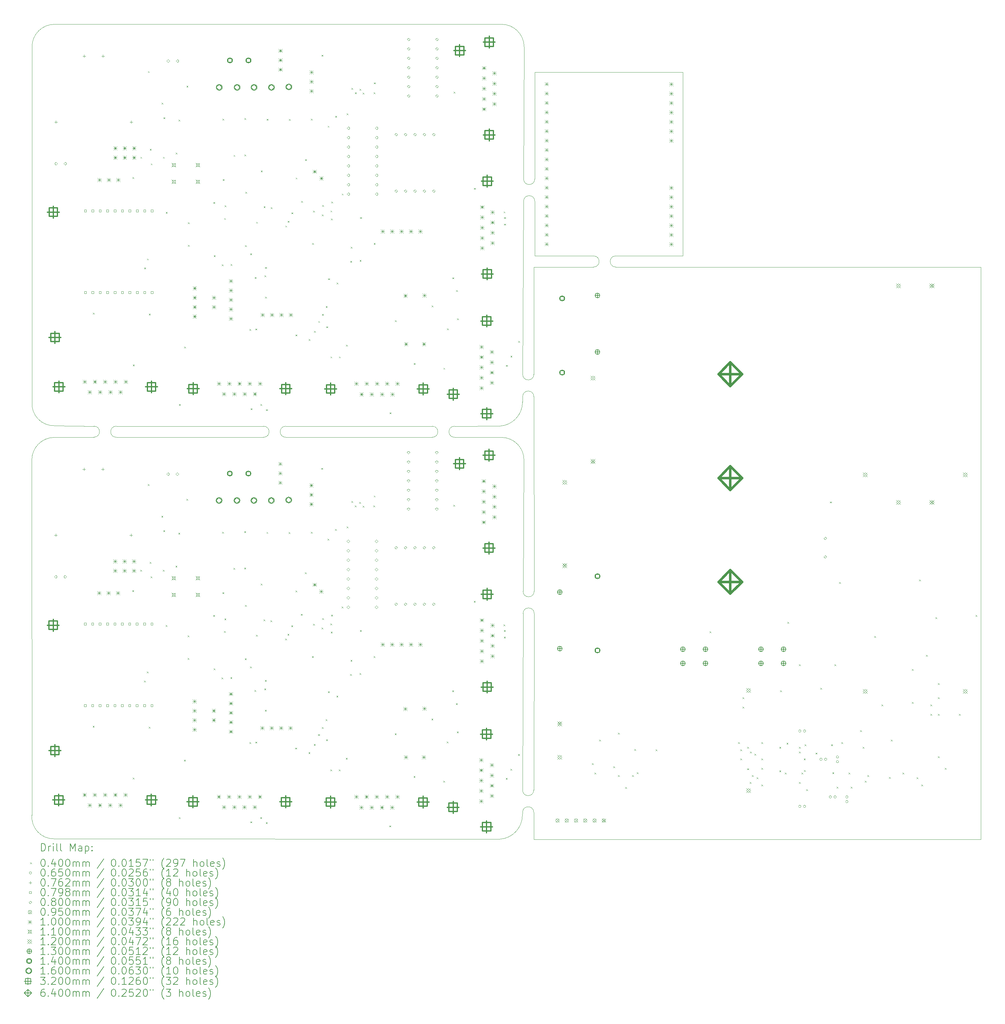
<source format=gbr>
%TF.GenerationSoftware,KiCad,Pcbnew,6.0.11-2627ca5db0~126~ubuntu20.04.1*%
%TF.CreationDate,2023-05-10T15:16:14+05:30*%
%TF.ProjectId,MVCU_COPY,4d564355-5f43-44f5-9059-2e6b69636164,rev?*%
%TF.SameCoordinates,Original*%
%TF.FileFunction,Drillmap*%
%TF.FilePolarity,Positive*%
%FSLAX45Y45*%
G04 Gerber Fmt 4.5, Leading zero omitted, Abs format (unit mm)*
G04 Created by KiCad (PCBNEW 6.0.11-2627ca5db0~126~ubuntu20.04.1) date 2023-05-10 15:16:14*
%MOMM*%
%LPD*%
G01*
G04 APERTURE LIST*
%ADD10C,0.050000*%
%ADD11C,0.120000*%
%ADD12C,0.200000*%
%ADD13C,0.040000*%
%ADD14C,0.065000*%
%ADD15C,0.076200*%
%ADD16C,0.079756*%
%ADD17C,0.080000*%
%ADD18C,0.095000*%
%ADD19C,0.100000*%
%ADD20C,0.110000*%
%ADD21C,0.130000*%
%ADD22C,0.140000*%
%ADD23C,0.160000*%
%ADD24C,0.320000*%
%ADD25C,0.640000*%
G04 APERTURE END LIST*
D10*
X16607500Y-18135000D02*
X16601800Y-18209500D01*
X16620000Y-12772500D02*
X16607500Y-17535000D01*
X16644700Y-8632300D02*
X16620000Y-12172500D01*
X16605700Y-7067500D02*
X16610000Y-6922500D01*
X16635000Y-1652500D02*
X16610000Y-6322500D01*
X16648600Y2509700D02*
X16635000Y-1052500D01*
X19122500Y-3427500D02*
X28979000Y-3432500D01*
X16914000Y-3432500D02*
X18522500Y-3427500D01*
X16907500Y-18135000D02*
X16914000Y-18863000D01*
X16920000Y-12772500D02*
X16907500Y-17535000D01*
X16910000Y-6922500D02*
X16920000Y-12172500D01*
X16914000Y-3432500D02*
X16910000Y-6322500D01*
X16935000Y-1052500D02*
X16934750Y1828000D01*
X19122500Y-3127500D02*
X20935750Y-3122500D01*
X16935250Y-3122500D02*
X16935000Y-1652500D01*
X18522500Y-3127500D02*
X16935250Y-3122500D01*
D11*
X19122500Y-3127500D02*
G75*
G03*
X19122500Y-3427500I0J-150000D01*
G01*
X18522500Y-3427500D02*
G75*
G03*
X18522500Y-3127500I0J150000D01*
G01*
X16635000Y-1052500D02*
G75*
G03*
X16935000Y-1052500I150000J0D01*
G01*
X16935000Y-1652500D02*
G75*
G03*
X16635000Y-1652500I-150000J0D01*
G01*
X16610000Y-6322500D02*
G75*
G03*
X16910000Y-6322500I150000J0D01*
G01*
X16910000Y-6922500D02*
G75*
G03*
X16610000Y-6922500I-150000J0D01*
G01*
X16620000Y-12172500D02*
G75*
G03*
X16920000Y-12172500I150000J0D01*
G01*
X16920000Y-12772500D02*
G75*
G03*
X16620000Y-12772500I-150000J0D01*
G01*
X16607500Y-17535000D02*
G75*
G03*
X16907500Y-17535000I150000J0D01*
G01*
X16907500Y-18135000D02*
G75*
G03*
X16607500Y-18135000I-150000J0D01*
G01*
D10*
X28979000Y-18863000D02*
X16914000Y-18863000D01*
X28979000Y-3432500D02*
X28979000Y-18863000D01*
X20935250Y1828000D02*
X20935750Y-3122500D01*
X16934750Y1828000D02*
X20935250Y1828000D01*
X16039000Y3119300D02*
X3974000Y3119300D01*
X14169300Y-7719500D02*
X10214300Y-7719500D01*
X14769300Y-7719500D02*
X15995700Y-7717500D01*
X5639300Y-8019500D02*
X9614300Y-8019500D01*
X9614300Y-7719500D02*
X5639300Y-7719500D01*
D11*
X14169300Y-8019500D02*
G75*
G03*
X14169300Y-7719500I0J150000D01*
G01*
D10*
X10214300Y-8019500D02*
X14169300Y-8019500D01*
D11*
X10214300Y-7719500D02*
G75*
G03*
X10214300Y-8019500I0J-150000D01*
G01*
D10*
X3970100Y-8022700D02*
G75*
G03*
X3360500Y-8632300I0J-609600D01*
G01*
X3365702Y-7067500D02*
G75*
G03*
X3965700Y-7707500I590368J-47780D01*
G01*
X15995700Y-7717499D02*
G75*
G03*
X16605700Y-7067500I-41310J649999D01*
G01*
X3970100Y-8022700D02*
X5039300Y-8015500D01*
X3361802Y-18209500D02*
G75*
G03*
X3961800Y-18849500I590368J-47780D01*
G01*
X3361800Y-18209500D02*
X3360500Y-8632300D01*
D11*
X5639300Y-7719500D02*
G75*
G03*
X5639300Y-8019500I0J-150000D01*
G01*
D10*
X16644700Y-8632300D02*
G75*
G03*
X16035100Y-8022700I-609600J0D01*
G01*
X14769300Y-8019500D02*
X16035100Y-8022700D01*
X16648600Y2509700D02*
G75*
G03*
X16039000Y3119300I-609600J0D01*
G01*
X5039300Y-7719500D02*
X3965700Y-7707500D01*
X3974000Y3119300D02*
G75*
G03*
X3364400Y2509700I0J-609600D01*
G01*
X15991800Y-18859500D02*
X3961800Y-18849500D01*
D11*
X14769300Y-7719500D02*
G75*
G03*
X14769300Y-8019500I0J-150000D01*
G01*
D10*
X15991800Y-18859499D02*
G75*
G03*
X16601800Y-18209500I-41310J649999D01*
G01*
X3365700Y-7067500D02*
X3364400Y2509700D01*
D11*
X5039300Y-8015500D02*
G75*
G03*
X5039300Y-7719500I0J148000D01*
G01*
X9614300Y-8019500D02*
G75*
G03*
X9614300Y-7719500I0J150000D01*
G01*
D12*
D13*
X5004200Y-15800500D02*
X5044200Y-15840500D01*
X5044200Y-15800500D02*
X5004200Y-15840500D01*
X5008100Y-4658500D02*
X5048100Y-4698500D01*
X5048100Y-4658500D02*
X5008100Y-4698500D01*
X6071000Y-12142900D02*
X6111000Y-12182900D01*
X6111000Y-12142900D02*
X6071000Y-12182900D01*
X6074900Y-1000900D02*
X6114900Y-1040900D01*
X6114900Y-1000900D02*
X6074900Y-1040900D01*
X6083700Y-17197500D02*
X6123700Y-17237500D01*
X6123700Y-17197500D02*
X6083700Y-17237500D01*
X6087600Y-6055500D02*
X6127600Y-6095500D01*
X6127600Y-6055500D02*
X6087600Y-6095500D01*
X6286900Y-11596800D02*
X6326900Y-11636800D01*
X6326900Y-11596800D02*
X6286900Y-11636800D01*
X6290800Y-454800D02*
X6330800Y-494800D01*
X6330800Y-454800D02*
X6290800Y-494800D01*
X6388500Y-14581300D02*
X6428500Y-14621300D01*
X6428500Y-14581300D02*
X6388500Y-14621300D01*
X6392400Y-3439300D02*
X6432400Y-3479300D01*
X6432400Y-3439300D02*
X6392400Y-3479300D01*
X6464700Y-14340000D02*
X6504700Y-14380000D01*
X6504700Y-14340000D02*
X6464700Y-14380000D01*
X6468600Y-3198000D02*
X6508600Y-3238000D01*
X6508600Y-3198000D02*
X6468600Y-3238000D01*
X6490100Y-9285400D02*
X6530100Y-9325400D01*
X6530100Y-9285400D02*
X6490100Y-9325400D01*
X6494000Y1856600D02*
X6534000Y1816600D01*
X6534000Y1856600D02*
X6494000Y1816600D01*
X6515500Y-15825900D02*
X6555500Y-15865900D01*
X6555500Y-15825900D02*
X6515500Y-15865900D01*
X6519400Y-4683900D02*
X6559400Y-4723900D01*
X6559400Y-4683900D02*
X6519400Y-4723900D01*
X6540900Y-11380900D02*
X6580900Y-11420900D01*
X6580900Y-11380900D02*
X6540900Y-11420900D01*
X6544800Y-238900D02*
X6584800Y-278900D01*
X6584800Y-238900D02*
X6544800Y-278900D01*
X6566300Y-11774600D02*
X6606300Y-11814600D01*
X6606300Y-11774600D02*
X6566300Y-11814600D01*
X6570200Y-632600D02*
X6610200Y-672600D01*
X6610200Y-632600D02*
X6570200Y-672600D01*
X6858400Y-10136300D02*
X6898400Y-10176300D01*
X6898400Y-10136300D02*
X6858400Y-10176300D01*
X6862300Y1005700D02*
X6902300Y965700D01*
X6902300Y1005700D02*
X6862300Y965700D01*
X6896500Y-11596800D02*
X6936500Y-11636800D01*
X6936500Y-11596800D02*
X6896500Y-11636800D01*
X6900400Y-454800D02*
X6940400Y-494800D01*
X6940400Y-454800D02*
X6900400Y-494800D01*
X6909200Y-10530000D02*
X6949200Y-10570000D01*
X6949200Y-10530000D02*
X6909200Y-10570000D01*
X6913100Y612000D02*
X6953100Y572000D01*
X6953100Y612000D02*
X6913100Y572000D01*
X6972700Y-13082700D02*
X7012700Y-13122700D01*
X7012700Y-13082700D02*
X6972700Y-13122700D01*
X6976600Y-1940700D02*
X7016600Y-1980700D01*
X7016600Y-1940700D02*
X6976600Y-1980700D01*
X7239400Y-11482500D02*
X7279400Y-11522500D01*
X7279400Y-11482500D02*
X7239400Y-11522500D01*
X7243300Y-340500D02*
X7283300Y-380500D01*
X7283300Y-340500D02*
X7243300Y-380500D01*
X7315600Y-10593500D02*
X7355600Y-10633500D01*
X7355600Y-10593500D02*
X7315600Y-10633500D01*
X7319500Y548500D02*
X7359500Y508500D01*
X7359500Y548500D02*
X7319500Y508500D01*
X7328300Y-18264300D02*
X7368300Y-18304300D01*
X7368300Y-18264300D02*
X7328300Y-18304300D01*
X7332200Y-7122300D02*
X7372200Y-7162300D01*
X7372200Y-7122300D02*
X7332200Y-7162300D01*
X7468000Y-16714900D02*
X7508000Y-16754900D01*
X7508000Y-16714900D02*
X7468000Y-16754900D01*
X7471900Y-5572900D02*
X7511900Y-5612900D01*
X7511900Y-5572900D02*
X7471900Y-5612900D01*
X7531500Y-9679100D02*
X7571500Y-9719100D01*
X7571500Y-9679100D02*
X7531500Y-9719100D01*
X7535400Y1462900D02*
X7575400Y1422900D01*
X7575400Y1462900D02*
X7535400Y1422900D01*
X7568700Y-13363250D02*
X7608700Y-13403250D01*
X7608700Y-13363250D02*
X7568700Y-13403250D01*
X7568700Y-13972850D02*
X7608700Y-14012850D01*
X7608700Y-13972850D02*
X7568700Y-14012850D01*
X7572600Y-2221250D02*
X7612600Y-2261250D01*
X7612600Y-2221250D02*
X7572600Y-2261250D01*
X7572600Y-2830850D02*
X7612600Y-2870850D01*
X7612600Y-2830850D02*
X7572600Y-2870850D01*
X8255400Y-12816000D02*
X8295400Y-12856000D01*
X8295400Y-12816000D02*
X8255400Y-12856000D01*
X8259300Y-1674000D02*
X8299300Y-1714000D01*
X8299300Y-1674000D02*
X8259300Y-1714000D01*
X8268100Y-14251100D02*
X8308100Y-14291100D01*
X8308100Y-14251100D02*
X8268100Y-14291100D01*
X8272000Y-3109100D02*
X8312000Y-3149100D01*
X8312000Y-3109100D02*
X8272000Y-3149100D01*
X8481800Y-14499500D02*
X8521800Y-14539500D01*
X8521800Y-14499500D02*
X8481800Y-14539500D01*
X8485700Y-3357500D02*
X8525700Y-3397500D01*
X8525700Y-3357500D02*
X8485700Y-3397500D01*
X8499300Y-10569500D02*
X8539300Y-10609500D01*
X8539300Y-10569500D02*
X8499300Y-10609500D01*
X8503200Y572500D02*
X8543200Y532500D01*
X8543200Y572500D02*
X8503200Y532500D01*
X8507835Y-12199500D02*
X8547835Y-12239500D01*
X8547835Y-12199500D02*
X8507835Y-12239500D01*
X8511735Y-1057500D02*
X8551735Y-1097500D01*
X8551735Y-1057500D02*
X8511735Y-1097500D01*
X8547500Y-13247800D02*
X8587500Y-13287800D01*
X8587500Y-13247800D02*
X8547500Y-13287800D01*
X8551400Y-2105800D02*
X8591400Y-2145800D01*
X8591400Y-2105800D02*
X8551400Y-2145800D01*
X8560200Y-12904900D02*
X8600200Y-12944900D01*
X8600200Y-12904900D02*
X8560200Y-12944900D01*
X8564100Y-1762900D02*
X8604100Y-1802900D01*
X8604100Y-1762900D02*
X8564100Y-1802900D01*
X8721800Y-14489500D02*
X8761800Y-14529500D01*
X8761800Y-14489500D02*
X8721800Y-14529500D01*
X8725700Y-3347500D02*
X8765700Y-3387500D01*
X8765700Y-3347500D02*
X8725700Y-3387500D01*
X8801500Y-11546000D02*
X8841500Y-11586000D01*
X8841500Y-11546000D02*
X8801500Y-11586000D01*
X8805400Y-404000D02*
X8845400Y-444000D01*
X8845400Y-404000D02*
X8805400Y-444000D01*
X9093600Y-11533300D02*
X9133600Y-11573300D01*
X9133600Y-11533300D02*
X9093600Y-11573300D01*
X9094300Y-10554500D02*
X9134300Y-10594500D01*
X9134300Y-10554500D02*
X9094300Y-10594500D01*
X9097500Y-391300D02*
X9137500Y-431300D01*
X9137500Y-391300D02*
X9097500Y-431300D01*
X9098200Y587500D02*
X9138200Y547500D01*
X9138200Y587500D02*
X9098200Y547500D01*
X9111800Y-13979500D02*
X9151800Y-14019500D01*
X9151800Y-13979500D02*
X9111800Y-14019500D01*
X9115700Y-2837500D02*
X9155700Y-2877500D01*
X9155700Y-2837500D02*
X9115700Y-2877500D01*
X9116800Y-12539500D02*
X9156800Y-12579500D01*
X9156800Y-12539500D02*
X9116800Y-12579500D01*
X9120700Y-1397500D02*
X9160700Y-1437500D01*
X9160700Y-1397500D02*
X9120700Y-1437500D01*
X9231800Y-16239500D02*
X9271800Y-16279500D01*
X9271800Y-16239500D02*
X9231800Y-16279500D01*
X9235700Y-5097500D02*
X9275700Y-5137500D01*
X9275700Y-5097500D02*
X9235700Y-5137500D01*
X9251800Y-14201950D02*
X9291800Y-14241950D01*
X9291800Y-14201950D02*
X9251800Y-14241950D01*
X9255700Y-3059950D02*
X9295700Y-3099950D01*
X9295700Y-3059950D02*
X9255700Y-3099950D01*
X9261800Y-18379500D02*
X9301800Y-18419500D01*
X9301800Y-18379500D02*
X9261800Y-18419500D01*
X9265700Y-7237500D02*
X9305700Y-7277500D01*
X9305700Y-7237500D02*
X9265700Y-7277500D01*
X9371800Y-14839500D02*
X9411800Y-14879500D01*
X9411800Y-14839500D02*
X9371800Y-14879500D01*
X9375700Y-3697500D02*
X9415700Y-3737500D01*
X9415700Y-3697500D02*
X9375700Y-3737500D01*
X9391800Y-16229500D02*
X9431800Y-16269500D01*
X9431800Y-16229500D02*
X9391800Y-16269500D01*
X9395700Y-5087500D02*
X9435700Y-5127500D01*
X9435700Y-5087500D02*
X9395700Y-5127500D01*
X9411100Y-13349400D02*
X9451100Y-13389400D01*
X9451100Y-13349400D02*
X9411100Y-13389400D01*
X9415000Y-2207400D02*
X9455000Y-2247400D01*
X9455000Y-2207400D02*
X9415000Y-2247400D01*
X9526600Y-18264300D02*
X9566600Y-18304300D01*
X9566600Y-18264300D02*
X9526600Y-18304300D01*
X9530500Y-7122300D02*
X9570500Y-7162300D01*
X9570500Y-7122300D02*
X9530500Y-7162300D01*
X9538100Y-11965100D02*
X9578100Y-12005100D01*
X9578100Y-11965100D02*
X9538100Y-12005100D01*
X9542000Y-823100D02*
X9582000Y-863100D01*
X9582000Y-823100D02*
X9542000Y-863100D01*
X9614300Y-12930300D02*
X9654300Y-12970300D01*
X9654300Y-12930300D02*
X9614300Y-12970300D01*
X9618200Y-1788300D02*
X9658200Y-1828300D01*
X9658200Y-1788300D02*
X9618200Y-1828300D01*
X9636800Y-14792000D02*
X9676800Y-14832000D01*
X9676800Y-14792000D02*
X9636800Y-14832000D01*
X9640700Y-3650000D02*
X9680700Y-3690000D01*
X9680700Y-3650000D02*
X9640700Y-3690000D01*
X9651800Y-15369500D02*
X9691800Y-15409500D01*
X9691800Y-15369500D02*
X9651800Y-15409500D01*
X9652400Y-14568600D02*
X9692400Y-14608600D01*
X9692400Y-14568600D02*
X9652400Y-14608600D01*
X9655700Y-4227500D02*
X9695700Y-4267500D01*
X9695700Y-4227500D02*
X9655700Y-4267500D01*
X9656300Y-3426600D02*
X9696300Y-3466600D01*
X9696300Y-3426600D02*
X9656300Y-3466600D01*
X9677800Y-18404000D02*
X9717800Y-18444000D01*
X9717800Y-18404000D02*
X9677800Y-18444000D01*
X9681700Y-7262000D02*
X9721700Y-7302000D01*
X9721700Y-7262000D02*
X9681700Y-7302000D01*
X9694300Y-10574500D02*
X9734300Y-10614500D01*
X9734300Y-10574500D02*
X9694300Y-10614500D01*
X9698200Y567500D02*
X9738200Y527500D01*
X9738200Y567500D02*
X9698200Y527500D01*
X9803887Y-12956613D02*
X9843887Y-12996613D01*
X9843887Y-12956613D02*
X9803887Y-12996613D01*
X9807787Y-1814613D02*
X9847787Y-1854613D01*
X9847787Y-1814613D02*
X9807787Y-1854613D01*
X10198500Y-13451000D02*
X10238500Y-13491000D01*
X10238500Y-13451000D02*
X10198500Y-13491000D01*
X10202400Y-2309000D02*
X10242400Y-2349000D01*
X10242400Y-2309000D02*
X10202400Y-2349000D01*
X10262000Y-13324000D02*
X10302000Y-13364000D01*
X10302000Y-13324000D02*
X10262000Y-13364000D01*
X10265900Y-2182000D02*
X10305900Y-2222000D01*
X10305900Y-2182000D02*
X10265900Y-2222000D01*
X10294300Y-10577000D02*
X10334300Y-10617000D01*
X10334300Y-10577000D02*
X10294300Y-10617000D01*
X10298200Y565000D02*
X10338200Y525000D01*
X10338200Y565000D02*
X10298200Y525000D01*
X10363600Y-13095400D02*
X10403600Y-13135400D01*
X10403600Y-13095400D02*
X10363600Y-13135400D01*
X10367500Y-1953400D02*
X10407500Y-1993400D01*
X10407500Y-1953400D02*
X10367500Y-1993400D01*
X10471800Y-16389500D02*
X10511800Y-16429500D01*
X10511800Y-16389500D02*
X10471800Y-16429500D01*
X10475700Y-5247500D02*
X10515700Y-5287500D01*
X10515700Y-5247500D02*
X10475700Y-5287500D01*
X10477900Y-12155600D02*
X10517900Y-12195600D01*
X10517900Y-12155600D02*
X10477900Y-12195600D01*
X10481800Y-1013600D02*
X10521800Y-1053600D01*
X10521800Y-1013600D02*
X10481800Y-1053600D01*
X10624234Y-12784534D02*
X10664234Y-12824534D01*
X10664234Y-12784534D02*
X10624234Y-12824534D01*
X10628134Y-1642534D02*
X10668134Y-1682534D01*
X10668134Y-1642534D02*
X10628134Y-1682534D01*
X10731900Y-11660300D02*
X10771900Y-11700300D01*
X10771900Y-11660300D02*
X10731900Y-11700300D01*
X10735800Y-518300D02*
X10775800Y-558300D01*
X10775800Y-518300D02*
X10735800Y-558300D01*
X10829750Y-16514500D02*
X10869750Y-16554500D01*
X10869750Y-16514500D02*
X10829750Y-16554500D01*
X10833650Y-5372500D02*
X10873650Y-5412500D01*
X10873650Y-5372500D02*
X10833650Y-5412500D01*
X10891800Y-10569500D02*
X10931800Y-10609500D01*
X10931800Y-10569500D02*
X10891800Y-10609500D01*
X10895700Y572500D02*
X10935700Y532500D01*
X10935700Y572500D02*
X10895700Y532500D01*
X10922400Y-13920900D02*
X10962400Y-13960900D01*
X10962400Y-13920900D02*
X10922400Y-13960900D01*
X10926300Y-2778900D02*
X10966300Y-2818900D01*
X10966300Y-2778900D02*
X10926300Y-2818900D01*
X10949300Y-13049500D02*
X10989300Y-13089500D01*
X10989300Y-13049500D02*
X10949300Y-13089500D01*
X10953200Y-1907500D02*
X10993200Y-1947500D01*
X10993200Y-1907500D02*
X10953200Y-1947500D01*
X10974300Y-16292000D02*
X11014300Y-16332000D01*
X11014300Y-16292000D02*
X10974300Y-16332000D01*
X10978200Y-5150000D02*
X11018200Y-5190000D01*
X11018200Y-5150000D02*
X10978200Y-5190000D01*
X11089300Y-16027000D02*
X11129300Y-16067000D01*
X11129300Y-16027000D02*
X11089300Y-16067000D01*
X11093200Y-4885000D02*
X11133200Y-4925000D01*
X11133200Y-4885000D02*
X11093200Y-4925000D01*
X11174300Y-8847000D02*
X11214300Y-8887000D01*
X11214300Y-8847000D02*
X11174300Y-8887000D01*
X11178200Y2295000D02*
X11218200Y2255000D01*
X11218200Y2295000D02*
X11178200Y2255000D01*
X11182750Y-13152550D02*
X11222750Y-13192550D01*
X11222750Y-13152550D02*
X11182750Y-13192550D01*
X11186650Y-2010550D02*
X11226650Y-2050550D01*
X11226650Y-2010550D02*
X11186650Y-2050550D01*
X11189300Y-15837000D02*
X11229300Y-15877000D01*
X11229300Y-15837000D02*
X11189300Y-15877000D01*
X11193200Y-4695000D02*
X11233200Y-4735000D01*
X11233200Y-4695000D02*
X11193200Y-4735000D01*
X11196800Y-12897000D02*
X11236800Y-12937000D01*
X11236800Y-12897000D02*
X11196800Y-12937000D01*
X11200700Y-1755000D02*
X11240700Y-1795000D01*
X11240700Y-1755000D02*
X11200700Y-1795000D01*
X11290700Y-15622700D02*
X11330700Y-15662700D01*
X11330700Y-15622700D02*
X11290700Y-15662700D01*
X11294600Y-4480700D02*
X11334600Y-4520700D01*
X11334600Y-4480700D02*
X11294600Y-4520700D01*
X11303400Y-16168800D02*
X11343400Y-16208800D01*
X11343400Y-16168800D02*
X11303400Y-16208800D01*
X11307300Y-5026800D02*
X11347300Y-5066800D01*
X11347300Y-5026800D02*
X11307300Y-5066800D01*
X11341500Y-10758600D02*
X11381500Y-10798600D01*
X11381500Y-10758600D02*
X11341500Y-10798600D01*
X11345400Y383400D02*
X11385400Y343400D01*
X11385400Y383400D02*
X11345400Y343400D01*
X11354200Y-14873400D02*
X11394200Y-14913400D01*
X11394200Y-14873400D02*
X11354200Y-14913400D01*
X11358100Y-3731400D02*
X11398100Y-3771400D01*
X11398100Y-3731400D02*
X11358100Y-3771400D01*
X11417700Y-13044600D02*
X11457700Y-13084600D01*
X11457700Y-13044600D02*
X11417700Y-13084600D01*
X11417700Y-16981600D02*
X11457700Y-17021600D01*
X11457700Y-16981600D02*
X11417700Y-17021600D01*
X11421600Y-1902600D02*
X11461600Y-1942600D01*
X11461600Y-1902600D02*
X11421600Y-1942600D01*
X11421600Y-5839600D02*
X11461600Y-5879600D01*
X11461600Y-5839600D02*
X11421600Y-5879600D01*
X11430400Y-13260500D02*
X11470400Y-13300500D01*
X11470400Y-13260500D02*
X11430400Y-13300500D01*
X11434300Y-2118500D02*
X11474300Y-2158500D01*
X11474300Y-2118500D02*
X11434300Y-2158500D01*
X11439300Y-12807000D02*
X11479300Y-12847000D01*
X11479300Y-12807000D02*
X11439300Y-12847000D01*
X11443200Y-1665000D02*
X11483200Y-1705000D01*
X11483200Y-1665000D02*
X11443200Y-1705000D01*
X11544700Y-10491900D02*
X11584700Y-10531900D01*
X11584700Y-10491900D02*
X11544700Y-10531900D01*
X11548600Y650100D02*
X11588600Y610100D01*
X11588600Y650100D02*
X11548600Y610100D01*
X11582800Y-14987700D02*
X11622800Y-15027700D01*
X11622800Y-14987700D02*
X11582800Y-15027700D01*
X11586700Y-3845700D02*
X11626700Y-3885700D01*
X11626700Y-3845700D02*
X11586700Y-3885700D01*
X11646300Y-16981600D02*
X11686300Y-17021600D01*
X11686300Y-16981600D02*
X11646300Y-17021600D01*
X11650200Y-5839600D02*
X11690200Y-5879600D01*
X11690200Y-5839600D02*
X11650200Y-5879600D01*
X11722500Y-12587400D02*
X11762500Y-12627400D01*
X11762500Y-12587400D02*
X11722500Y-12627400D01*
X11726400Y-1445400D02*
X11766400Y-1485400D01*
X11766400Y-1445400D02*
X11726400Y-1485400D01*
X11836800Y-16664100D02*
X11876800Y-16704100D01*
X11876800Y-16664100D02*
X11836800Y-16704100D01*
X11840700Y-5522100D02*
X11880700Y-5562100D01*
X11880700Y-5522100D02*
X11840700Y-5562100D01*
X11856800Y-10427000D02*
X11896800Y-10467000D01*
X11896800Y-10427000D02*
X11856800Y-10467000D01*
X11860700Y715000D02*
X11900700Y675000D01*
X11900700Y715000D02*
X11860700Y675000D01*
X11951100Y-14403500D02*
X11991100Y-14443500D01*
X11991100Y-14403500D02*
X11951100Y-14443500D01*
X11955000Y-3261500D02*
X11995000Y-3301500D01*
X11995000Y-3261500D02*
X11955000Y-3301500D01*
X11963800Y-14022500D02*
X12003800Y-14062500D01*
X12003800Y-14022500D02*
X11963800Y-14062500D01*
X11967700Y-2880500D02*
X12007700Y-2920500D01*
X12007700Y-2880500D02*
X11967700Y-2920500D01*
X11983800Y-9741200D02*
X12023800Y-9781200D01*
X12023800Y-9741200D02*
X11983800Y-9781200D01*
X11987700Y1400800D02*
X12027700Y1360800D01*
X12027700Y1400800D02*
X11987700Y1360800D01*
X12078900Y-9855500D02*
X12118900Y-9895500D01*
X12118900Y-9855500D02*
X12078900Y-9895500D01*
X12082800Y1286500D02*
X12122800Y1246500D01*
X12122800Y1286500D02*
X12082800Y1246500D01*
X12199700Y-9766600D02*
X12239700Y-9806600D01*
X12239700Y-9766600D02*
X12199700Y-9806600D01*
X12203600Y1375400D02*
X12243600Y1335400D01*
X12243600Y1375400D02*
X12203600Y1335400D01*
X12205100Y-14378100D02*
X12245100Y-14418100D01*
X12245100Y-14378100D02*
X12205100Y-14418100D01*
X12209000Y-3236100D02*
X12249000Y-3276100D01*
X12249000Y-3236100D02*
X12209000Y-3276100D01*
X12217800Y-13222400D02*
X12257800Y-13262400D01*
X12257800Y-13222400D02*
X12217800Y-13262400D01*
X12221700Y-2080400D02*
X12261700Y-2120400D01*
X12261700Y-2080400D02*
X12221700Y-2120400D01*
X12288600Y-9868200D02*
X12328600Y-9908200D01*
X12328600Y-9868200D02*
X12288600Y-9908200D01*
X12292500Y1273800D02*
X12332500Y1233800D01*
X12332500Y1273800D02*
X12292500Y1233800D01*
X12580700Y-9855500D02*
X12620700Y-9895500D01*
X12620700Y-9855500D02*
X12580700Y-9895500D01*
X12584600Y1286500D02*
X12624600Y1246500D01*
X12624600Y1286500D02*
X12584600Y1246500D01*
X12585900Y-13920900D02*
X12625900Y-13960900D01*
X12625900Y-13920900D02*
X12585900Y-13960900D01*
X12589800Y-2778900D02*
X12629800Y-2818900D01*
X12629800Y-2778900D02*
X12589800Y-2818900D01*
X12591800Y-9590400D02*
X12631800Y-9630400D01*
X12631800Y-9590400D02*
X12591800Y-9630400D01*
X12595700Y1551600D02*
X12635700Y1511600D01*
X12635700Y1551600D02*
X12595700Y1511600D01*
X13011800Y-18488950D02*
X13051800Y-18528950D01*
X13051800Y-18488950D02*
X13011800Y-18528950D01*
X13015700Y-7346950D02*
X13055700Y-7386950D01*
X13055700Y-7346950D02*
X13015700Y-7386950D01*
X13157600Y-16003700D02*
X13197600Y-16043700D01*
X13197600Y-16003700D02*
X13157600Y-16043700D01*
X13161500Y-4861700D02*
X13201500Y-4901700D01*
X13201500Y-4861700D02*
X13161500Y-4901700D01*
X13665600Y-17159400D02*
X13705600Y-17199400D01*
X13705600Y-17159400D02*
X13665600Y-17199400D01*
X13669500Y-6017400D02*
X13709500Y-6057400D01*
X13709500Y-6017400D02*
X13669500Y-6057400D01*
X14148000Y-15609450D02*
X14188000Y-15649450D01*
X14188000Y-15609450D02*
X14148000Y-15649450D01*
X14151900Y-4467450D02*
X14191900Y-4507450D01*
X14191900Y-4467450D02*
X14151900Y-4507450D01*
X14465700Y-17286400D02*
X14505700Y-17326400D01*
X14505700Y-17286400D02*
X14465700Y-17326400D01*
X14469600Y-6144400D02*
X14509600Y-6184400D01*
X14509600Y-6144400D02*
X14469600Y-6184400D01*
X14561927Y-16226927D02*
X14601927Y-16266927D01*
X14601927Y-16226927D02*
X14561927Y-16266927D01*
X14565827Y-5084927D02*
X14605827Y-5124927D01*
X14605827Y-5084927D02*
X14565827Y-5124927D01*
X14707000Y-14848000D02*
X14747000Y-14888000D01*
X14747000Y-14848000D02*
X14707000Y-14888000D01*
X14710900Y-3706000D02*
X14750900Y-3746000D01*
X14750900Y-3706000D02*
X14710900Y-3746000D01*
X14739700Y-9842800D02*
X14779700Y-9882800D01*
X14779700Y-9842800D02*
X14739700Y-9882800D01*
X14743600Y1299200D02*
X14783600Y1259200D01*
X14783600Y1299200D02*
X14743600Y1259200D01*
X14808600Y-15190900D02*
X14848600Y-15230900D01*
X14848600Y-15190900D02*
X14808600Y-15230900D01*
X14812500Y-4048900D02*
X14852500Y-4088900D01*
X14852500Y-4048900D02*
X14812500Y-4088900D01*
X14834977Y-15953877D02*
X14874977Y-15993877D01*
X14874977Y-15953877D02*
X14834977Y-15993877D01*
X14838877Y-4811877D02*
X14878877Y-4851877D01*
X14878877Y-4811877D02*
X14838877Y-4851877D01*
X15291200Y-12435000D02*
X15331200Y-12475000D01*
X15331200Y-12435000D02*
X15291200Y-12475000D01*
X15295100Y-1293000D02*
X15335100Y-1333000D01*
X15335100Y-1293000D02*
X15295100Y-1333000D01*
X16091300Y-13070000D02*
X16131300Y-13110000D01*
X16131300Y-13070000D02*
X16091300Y-13110000D01*
X16095200Y-1928000D02*
X16135200Y-1968000D01*
X16135200Y-1928000D02*
X16095200Y-1968000D01*
X16104000Y-13222400D02*
X16144000Y-13262400D01*
X16144000Y-13222400D02*
X16104000Y-13262400D01*
X16104000Y-13400200D02*
X16144000Y-13440200D01*
X16144000Y-13400200D02*
X16104000Y-13440200D01*
X16107900Y-2080400D02*
X16147900Y-2120400D01*
X16147900Y-2080400D02*
X16107900Y-2120400D01*
X16107900Y-2258200D02*
X16147900Y-2298200D01*
X16147900Y-2258200D02*
X16107900Y-2298200D01*
X16154800Y-17210200D02*
X16194800Y-17250200D01*
X16194800Y-17210200D02*
X16154800Y-17250200D01*
X16158700Y-6068200D02*
X16198700Y-6108200D01*
X16198700Y-6068200D02*
X16158700Y-6108200D01*
X16277650Y-16960350D02*
X16317650Y-17000350D01*
X16317650Y-16960350D02*
X16277650Y-17000350D01*
X16281550Y-5818350D02*
X16321550Y-5858350D01*
X16321550Y-5818350D02*
X16281550Y-5858350D01*
X16485000Y-16562500D02*
X16525000Y-16602500D01*
X16525000Y-16562500D02*
X16485000Y-16602500D01*
X16488900Y-5420500D02*
X16528900Y-5460500D01*
X16528900Y-5420500D02*
X16488900Y-5460500D01*
X18481500Y-16811000D02*
X18521500Y-16851000D01*
X18521500Y-16811000D02*
X18481500Y-16851000D01*
X18545000Y-17065000D02*
X18585000Y-17105000D01*
X18585000Y-17065000D02*
X18545000Y-17105000D01*
X18672000Y-16176000D02*
X18712000Y-16216000D01*
X18712000Y-16176000D02*
X18672000Y-16216000D01*
X19053000Y-16891950D02*
X19093000Y-16931950D01*
X19093000Y-16891950D02*
X19053000Y-16931950D01*
X19180000Y-15985500D02*
X19220000Y-16025500D01*
X19220000Y-15985500D02*
X19180000Y-16025500D01*
X19180000Y-17128500D02*
X19220000Y-17168500D01*
X19220000Y-17128500D02*
X19180000Y-17168500D01*
X19378088Y-17453588D02*
X19418088Y-17493588D01*
X19418088Y-17453588D02*
X19378088Y-17493588D01*
X19561000Y-17128500D02*
X19601000Y-17168500D01*
X19601000Y-17128500D02*
X19561000Y-17168500D01*
X19624500Y-16430000D02*
X19664500Y-16470000D01*
X19664500Y-16430000D02*
X19624500Y-16470000D01*
X19688246Y-17056077D02*
X19728246Y-17096077D01*
X19728246Y-17056077D02*
X19688246Y-17096077D01*
X20196000Y-16438950D02*
X20236000Y-16478950D01*
X20236000Y-16438950D02*
X20196000Y-16478950D01*
X21656500Y-13255000D02*
X21696500Y-13295000D01*
X21696500Y-13255000D02*
X21656500Y-13295000D01*
X22424950Y-16239500D02*
X22464950Y-16279500D01*
X22464950Y-16239500D02*
X22424950Y-16279500D01*
X22482000Y-16438950D02*
X22522000Y-16478950D01*
X22522000Y-16438950D02*
X22482000Y-16478950D01*
X22482000Y-16684000D02*
X22522000Y-16724000D01*
X22522000Y-16684000D02*
X22482000Y-16724000D01*
X22545500Y-15033000D02*
X22585500Y-15073000D01*
X22585500Y-15033000D02*
X22545500Y-15073000D01*
X22545500Y-15287000D02*
X22585500Y-15327000D01*
X22585500Y-15287000D02*
X22545500Y-15327000D01*
X22672500Y-16366500D02*
X22712500Y-16406500D01*
X22712500Y-16366500D02*
X22672500Y-16406500D01*
X22672500Y-16948500D02*
X22712500Y-16988500D01*
X22712500Y-16948500D02*
X22672500Y-16988500D01*
X22736000Y-17319000D02*
X22776000Y-17359000D01*
X22776000Y-17319000D02*
X22736000Y-17359000D01*
X22744950Y-16493500D02*
X22784950Y-16533500D01*
X22784950Y-16493500D02*
X22744950Y-16533500D01*
X22799500Y-17128500D02*
X22839500Y-17168500D01*
X22839500Y-17128500D02*
X22799500Y-17168500D01*
X22863000Y-16557000D02*
X22903000Y-16597000D01*
X22903000Y-16557000D02*
X22863000Y-16597000D01*
X22926500Y-17192000D02*
X22966500Y-17232000D01*
X22966500Y-17192000D02*
X22926500Y-17232000D01*
X23053500Y-16239500D02*
X23093500Y-16279500D01*
X23093500Y-16239500D02*
X23053500Y-16279500D01*
X23053500Y-16684000D02*
X23093500Y-16724000D01*
X23093500Y-16684000D02*
X23053500Y-16724000D01*
X23053500Y-16938000D02*
X23093500Y-16978000D01*
X23093500Y-16938000D02*
X23053500Y-16978000D01*
X23053500Y-17382500D02*
X23093500Y-17422500D01*
X23093500Y-17382500D02*
X23053500Y-17422500D01*
X23538750Y-16366500D02*
X23578750Y-16406500D01*
X23578750Y-16366500D02*
X23538750Y-16406500D01*
X23538750Y-17001500D02*
X23578750Y-17041500D01*
X23578750Y-17001500D02*
X23538750Y-17041500D01*
X23561500Y-14842500D02*
X23601500Y-14882500D01*
X23601500Y-14842500D02*
X23561500Y-14882500D01*
X23688500Y-17065000D02*
X23728500Y-17105000D01*
X23728500Y-17065000D02*
X23688500Y-17105000D01*
X23733000Y-16258500D02*
X23773000Y-16298500D01*
X23773000Y-16258500D02*
X23733000Y-16298500D01*
X23752000Y-13001000D02*
X23792000Y-13041000D01*
X23792000Y-13001000D02*
X23752000Y-13041000D01*
X24069500Y-14144000D02*
X24109500Y-14184000D01*
X24109500Y-14144000D02*
X24069500Y-14184000D01*
X24069500Y-16366500D02*
X24109500Y-16406500D01*
X24109500Y-16366500D02*
X24069500Y-16406500D01*
X24069500Y-16493500D02*
X24109500Y-16533500D01*
X24109500Y-16493500D02*
X24069500Y-16533500D01*
X24069500Y-17319000D02*
X24109500Y-17359000D01*
X24109500Y-17319000D02*
X24069500Y-17359000D01*
X24133000Y-17065000D02*
X24173000Y-17105000D01*
X24173000Y-17065000D02*
X24133000Y-17105000D01*
X24197289Y-16684719D02*
X24237289Y-16724719D01*
X24237289Y-16684719D02*
X24197289Y-16724719D01*
X24203675Y-16994325D02*
X24243675Y-17034325D01*
X24243675Y-16994325D02*
X24203675Y-17034325D01*
X24219450Y-16303000D02*
X24259450Y-16343000D01*
X24259450Y-16303000D02*
X24219450Y-16343000D01*
X24260000Y-17509500D02*
X24300000Y-17549500D01*
X24300000Y-17509500D02*
X24260000Y-17549500D01*
X24514000Y-16525950D02*
X24554000Y-16565950D01*
X24554000Y-16525950D02*
X24514000Y-16565950D01*
X24641000Y-14779000D02*
X24681000Y-14819000D01*
X24681000Y-14779000D02*
X24641000Y-14819000D01*
X24905000Y-9752500D02*
X24945000Y-9792500D01*
X24945000Y-9752500D02*
X24905000Y-9792500D01*
X24935750Y-16303000D02*
X24975750Y-16343000D01*
X24975750Y-16303000D02*
X24935750Y-16343000D01*
X24969875Y-17053625D02*
X25009875Y-17093625D01*
X25009875Y-17053625D02*
X24969875Y-17093625D01*
X25022000Y-14144000D02*
X25062000Y-14184000D01*
X25062000Y-14144000D02*
X25022000Y-14184000D01*
X25085500Y-17446000D02*
X25125500Y-17486000D01*
X25125500Y-17446000D02*
X25085500Y-17486000D01*
X25149000Y-11921500D02*
X25189000Y-11961500D01*
X25189000Y-11921500D02*
X25149000Y-11961500D01*
X25212500Y-16239500D02*
X25252500Y-16279500D01*
X25252500Y-16239500D02*
X25212500Y-16279500D01*
X25407000Y-17065000D02*
X25447000Y-17105000D01*
X25447000Y-17065000D02*
X25407000Y-17105000D01*
X25466500Y-17446000D02*
X25506500Y-17486000D01*
X25506500Y-17446000D02*
X25466500Y-17486000D01*
X25720500Y-15922000D02*
X25760500Y-15962000D01*
X25760500Y-15922000D02*
X25720500Y-15962000D01*
X25784000Y-16366500D02*
X25824000Y-16406500D01*
X25824000Y-16366500D02*
X25784000Y-16406500D01*
X25847500Y-17280950D02*
X25887500Y-17320950D01*
X25887500Y-17280950D02*
X25847500Y-17320950D01*
X25911000Y-17128500D02*
X25951000Y-17168500D01*
X25951000Y-17128500D02*
X25911000Y-17168500D01*
X26101500Y-13382000D02*
X26141500Y-13422000D01*
X26141500Y-13382000D02*
X26101500Y-13422000D01*
X26292000Y-15223500D02*
X26332000Y-15263500D01*
X26332000Y-15223500D02*
X26292000Y-15263500D01*
X26499000Y-17183050D02*
X26539000Y-17223050D01*
X26539000Y-17183050D02*
X26499000Y-17223050D01*
X26546000Y-16176000D02*
X26586000Y-16216000D01*
X26586000Y-16176000D02*
X26546000Y-16216000D01*
X26863500Y-17065000D02*
X26903500Y-17105000D01*
X26903500Y-17065000D02*
X26863500Y-17105000D01*
X27117500Y-14271000D02*
X27157500Y-14311000D01*
X27157500Y-14271000D02*
X27117500Y-14311000D01*
X27117500Y-15160000D02*
X27157500Y-15200000D01*
X27157500Y-15160000D02*
X27117500Y-15200000D01*
X27244500Y-17192000D02*
X27284500Y-17232000D01*
X27284500Y-17192000D02*
X27244500Y-17232000D01*
X27308000Y-11858000D02*
X27348000Y-11898000D01*
X27348000Y-11858000D02*
X27308000Y-11898000D01*
X27371500Y-17382500D02*
X27411500Y-17422500D01*
X27411500Y-17382500D02*
X27371500Y-17422500D01*
X27498500Y-13890000D02*
X27538500Y-13930000D01*
X27538500Y-13890000D02*
X27498500Y-13930000D01*
X27616550Y-15223500D02*
X27656550Y-15263500D01*
X27656550Y-15223500D02*
X27616550Y-15263500D01*
X27616550Y-15477500D02*
X27656550Y-15517500D01*
X27656550Y-15477500D02*
X27616550Y-15517500D01*
X27752500Y-12874000D02*
X27792500Y-12914000D01*
X27792500Y-12874000D02*
X27752500Y-12914000D01*
X27816000Y-14652000D02*
X27856000Y-14692000D01*
X27856000Y-14652000D02*
X27816000Y-14692000D01*
X27816000Y-15033000D02*
X27856000Y-15073000D01*
X27856000Y-15033000D02*
X27816000Y-15073000D01*
X27816000Y-15477500D02*
X27856000Y-15517500D01*
X27856000Y-15477500D02*
X27816000Y-15517500D01*
X27816000Y-16620500D02*
X27856000Y-16660500D01*
X27856000Y-16620500D02*
X27816000Y-16660500D01*
X28006500Y-16938000D02*
X28046500Y-16978000D01*
X28046500Y-16938000D02*
X28006500Y-16978000D01*
X28387500Y-15477500D02*
X28427500Y-15517500D01*
X28427500Y-15477500D02*
X28387500Y-15517500D01*
X28832000Y-12810500D02*
X28872000Y-12850500D01*
X28872000Y-12810500D02*
X28832000Y-12850500D01*
D14*
X24122000Y-15942000D02*
G75*
G03*
X24122000Y-15942000I-32500J0D01*
G01*
X24122000Y-17974000D02*
G75*
G03*
X24122000Y-17974000I-32500J0D01*
G01*
X24249000Y-15942000D02*
G75*
G03*
X24249000Y-15942000I-32500J0D01*
G01*
X24249000Y-17974000D02*
G75*
G03*
X24249000Y-17974000I-32500J0D01*
G01*
X24693500Y-16704000D02*
G75*
G03*
X24693500Y-16704000I-32500J0D01*
G01*
X24820500Y-16704000D02*
G75*
G03*
X24820500Y-16704000I-32500J0D01*
G01*
X24947500Y-17720000D02*
G75*
G03*
X24947500Y-17720000I-32500J0D01*
G01*
X25074500Y-17720000D02*
G75*
G03*
X25074500Y-17720000I-32500J0D01*
G01*
X25138000Y-16640500D02*
G75*
G03*
X25138000Y-16640500I-32500J0D01*
G01*
X25138000Y-16767500D02*
G75*
G03*
X25138000Y-16767500I-32500J0D01*
G01*
X25392000Y-17720000D02*
G75*
G03*
X25392000Y-17720000I-32500J0D01*
G01*
X25392000Y-17847000D02*
G75*
G03*
X25392000Y-17847000I-32500J0D01*
G01*
D15*
X4006511Y-10620789D02*
X4006511Y-10696989D01*
X3968411Y-10658889D02*
X4044611Y-10658889D01*
X4010411Y521211D02*
X4010411Y445011D01*
X3972311Y483111D02*
X4048511Y483111D01*
X4768511Y-8842789D02*
X4768511Y-8918989D01*
X4730411Y-8880889D02*
X4806611Y-8880889D01*
X4772411Y2299211D02*
X4772411Y2223011D01*
X4734311Y2261111D02*
X4810511Y2261111D01*
X5276511Y-8842789D02*
X5276511Y-8918989D01*
X5238411Y-8880889D02*
X5314611Y-8880889D01*
X5280411Y2299211D02*
X5280411Y2223011D01*
X5242311Y2261111D02*
X5318511Y2261111D01*
X6038511Y-10620789D02*
X6038511Y-10696989D01*
X6000411Y-10658889D02*
X6076611Y-10658889D01*
X6042411Y521211D02*
X6042411Y445011D01*
X6004311Y483111D02*
X6080511Y483111D01*
D16*
X4827564Y-13082878D02*
X4827564Y-13026482D01*
X4771168Y-13026482D01*
X4771168Y-13082878D01*
X4827564Y-13082878D01*
X4827564Y-15282518D02*
X4827564Y-15226122D01*
X4771168Y-15226122D01*
X4771168Y-15282518D01*
X4827564Y-15282518D01*
X4831464Y-1940878D02*
X4831464Y-1884482D01*
X4775068Y-1884482D01*
X4775068Y-1940878D01*
X4831464Y-1940878D01*
X4831464Y-4140518D02*
X4831464Y-4084122D01*
X4775068Y-4084122D01*
X4775068Y-4140518D01*
X4831464Y-4140518D01*
X5027716Y-13082878D02*
X5027716Y-13026482D01*
X4971320Y-13026482D01*
X4971320Y-13082878D01*
X5027716Y-13082878D01*
X5027716Y-15282518D02*
X5027716Y-15226122D01*
X4971320Y-15226122D01*
X4971320Y-15282518D01*
X5027716Y-15282518D01*
X5031616Y-1940878D02*
X5031616Y-1884482D01*
X4975220Y-1884482D01*
X4975220Y-1940878D01*
X5031616Y-1940878D01*
X5031616Y-4140518D02*
X5031616Y-4084122D01*
X4975220Y-4084122D01*
X4975220Y-4140518D01*
X5031616Y-4140518D01*
X5227614Y-13082878D02*
X5227614Y-13026482D01*
X5171218Y-13026482D01*
X5171218Y-13082878D01*
X5227614Y-13082878D01*
X5227614Y-15282518D02*
X5227614Y-15226122D01*
X5171218Y-15226122D01*
X5171218Y-15282518D01*
X5227614Y-15282518D01*
X5231514Y-1940878D02*
X5231514Y-1884482D01*
X5175118Y-1884482D01*
X5175118Y-1940878D01*
X5231514Y-1940878D01*
X5231514Y-4140518D02*
X5231514Y-4084122D01*
X5175118Y-4084122D01*
X5175118Y-4140518D01*
X5231514Y-4140518D01*
X5427766Y-13082878D02*
X5427766Y-13026482D01*
X5371370Y-13026482D01*
X5371370Y-13082878D01*
X5427766Y-13082878D01*
X5427766Y-15282518D02*
X5427766Y-15226122D01*
X5371370Y-15226122D01*
X5371370Y-15282518D01*
X5427766Y-15282518D01*
X5431666Y-1940878D02*
X5431666Y-1884482D01*
X5375270Y-1884482D01*
X5375270Y-1940878D01*
X5431666Y-1940878D01*
X5431666Y-4140518D02*
X5431666Y-4084122D01*
X5375270Y-4084122D01*
X5375270Y-4140518D01*
X5431666Y-4140518D01*
X5627664Y-13082878D02*
X5627664Y-13026482D01*
X5571268Y-13026482D01*
X5571268Y-13082878D01*
X5627664Y-13082878D01*
X5627664Y-15282518D02*
X5627664Y-15226122D01*
X5571268Y-15226122D01*
X5571268Y-15282518D01*
X5627664Y-15282518D01*
X5631564Y-1940878D02*
X5631564Y-1884482D01*
X5575168Y-1884482D01*
X5575168Y-1940878D01*
X5631564Y-1940878D01*
X5631564Y-4140518D02*
X5631564Y-4084122D01*
X5575168Y-4084122D01*
X5575168Y-4140518D01*
X5631564Y-4140518D01*
X5827562Y-13082878D02*
X5827562Y-13026482D01*
X5771166Y-13026482D01*
X5771166Y-13082878D01*
X5827562Y-13082878D01*
X5827562Y-15282518D02*
X5827562Y-15226122D01*
X5771166Y-15226122D01*
X5771166Y-15282518D01*
X5827562Y-15282518D01*
X5831462Y-1940878D02*
X5831462Y-1884482D01*
X5775066Y-1884482D01*
X5775066Y-1940878D01*
X5831462Y-1940878D01*
X5831462Y-4140518D02*
X5831462Y-4084122D01*
X5775066Y-4084122D01*
X5775066Y-4140518D01*
X5831462Y-4140518D01*
X6027714Y-13082878D02*
X6027714Y-13026482D01*
X5971318Y-13026482D01*
X5971318Y-13082878D01*
X6027714Y-13082878D01*
X6027714Y-15282518D02*
X6027714Y-15226122D01*
X5971318Y-15226122D01*
X5971318Y-15282518D01*
X6027714Y-15282518D01*
X6031614Y-1940878D02*
X6031614Y-1884482D01*
X5975218Y-1884482D01*
X5975218Y-1940878D01*
X6031614Y-1940878D01*
X6031614Y-4140518D02*
X6031614Y-4084122D01*
X5975218Y-4084122D01*
X5975218Y-4140518D01*
X6031614Y-4140518D01*
X6227612Y-13082878D02*
X6227612Y-13026482D01*
X6171216Y-13026482D01*
X6171216Y-13082878D01*
X6227612Y-13082878D01*
X6227612Y-15282518D02*
X6227612Y-15226122D01*
X6171216Y-15226122D01*
X6171216Y-15282518D01*
X6227612Y-15282518D01*
X6231512Y-1940878D02*
X6231512Y-1884482D01*
X6175116Y-1884482D01*
X6175116Y-1940878D01*
X6231512Y-1940878D01*
X6231512Y-4140518D02*
X6231512Y-4084122D01*
X6175116Y-4084122D01*
X6175116Y-4140518D01*
X6231512Y-4140518D01*
X6427764Y-13082878D02*
X6427764Y-13026482D01*
X6371368Y-13026482D01*
X6371368Y-13082878D01*
X6427764Y-13082878D01*
X6427764Y-15282518D02*
X6427764Y-15226122D01*
X6371368Y-15226122D01*
X6371368Y-15282518D01*
X6427764Y-15282518D01*
X6431664Y-1940878D02*
X6431664Y-1884482D01*
X6375268Y-1884482D01*
X6375268Y-1940878D01*
X6431664Y-1940878D01*
X6431664Y-4140518D02*
X6431664Y-4084122D01*
X6375268Y-4084122D01*
X6375268Y-4140518D01*
X6431664Y-4140518D01*
X6627662Y-13082878D02*
X6627662Y-13026482D01*
X6571266Y-13026482D01*
X6571266Y-13082878D01*
X6627662Y-13082878D01*
X6627662Y-15282518D02*
X6627662Y-15226122D01*
X6571266Y-15226122D01*
X6571266Y-15282518D01*
X6627662Y-15282518D01*
X6631562Y-1940878D02*
X6631562Y-1884482D01*
X6575166Y-1884482D01*
X6575166Y-1940878D01*
X6631562Y-1940878D01*
X6631562Y-4140518D02*
X6631562Y-4084122D01*
X6575166Y-4084122D01*
X6575166Y-4140518D01*
X6631562Y-4140518D01*
D17*
X4006535Y-11819500D02*
X4046535Y-11779500D01*
X4006535Y-11739500D01*
X3966535Y-11779500D01*
X4006535Y-11819500D01*
X4010435Y-677500D02*
X4050435Y-637500D01*
X4010435Y-597500D01*
X3970435Y-637500D01*
X4010435Y-677500D01*
X4256535Y-11819500D02*
X4296535Y-11779500D01*
X4256535Y-11739500D01*
X4216535Y-11779500D01*
X4256535Y-11819500D01*
X4260435Y-677500D02*
X4300435Y-637500D01*
X4260435Y-597500D01*
X4220435Y-637500D01*
X4260435Y-677500D01*
X7036535Y-9049500D02*
X7076535Y-9009500D01*
X7036535Y-8969500D01*
X6996535Y-9009500D01*
X7036535Y-9049500D01*
X7040435Y2092500D02*
X7080435Y2132500D01*
X7040435Y2172500D01*
X7000435Y2132500D01*
X7040435Y2092500D01*
X7286535Y-9049500D02*
X7326535Y-9009500D01*
X7286535Y-8969500D01*
X7246535Y-9009500D01*
X7286535Y-9049500D01*
X7290435Y2092500D02*
X7330435Y2132500D01*
X7290435Y2172500D01*
X7250435Y2132500D01*
X7290435Y2092500D01*
X11899800Y-10862250D02*
X11939800Y-10822250D01*
X11899800Y-10782250D01*
X11859800Y-10822250D01*
X11899800Y-10862250D01*
X11899800Y-11116250D02*
X11939800Y-11076250D01*
X11899800Y-11036250D01*
X11859800Y-11076250D01*
X11899800Y-11116250D01*
X11899800Y-11370250D02*
X11939800Y-11330250D01*
X11899800Y-11290250D01*
X11859800Y-11330250D01*
X11899800Y-11370250D01*
X11899800Y-11624250D02*
X11939800Y-11584250D01*
X11899800Y-11544250D01*
X11859800Y-11584250D01*
X11899800Y-11624250D01*
X11899800Y-11878250D02*
X11939800Y-11838250D01*
X11899800Y-11798250D01*
X11859800Y-11838250D01*
X11899800Y-11878250D01*
X11899800Y-12132250D02*
X11939800Y-12092250D01*
X11899800Y-12052250D01*
X11859800Y-12092250D01*
X11899800Y-12132250D01*
X11899800Y-12386250D02*
X11939800Y-12346250D01*
X11899800Y-12306250D01*
X11859800Y-12346250D01*
X11899800Y-12386250D01*
X11899800Y-12640250D02*
X11939800Y-12600250D01*
X11899800Y-12560250D01*
X11859800Y-12600250D01*
X11899800Y-12640250D01*
X11903700Y279750D02*
X11943700Y319750D01*
X11903700Y359750D01*
X11863700Y319750D01*
X11903700Y279750D01*
X11903700Y25750D02*
X11943700Y65750D01*
X11903700Y105750D01*
X11863700Y65750D01*
X11903700Y25750D01*
X11903700Y-228250D02*
X11943700Y-188250D01*
X11903700Y-148250D01*
X11863700Y-188250D01*
X11903700Y-228250D01*
X11903700Y-482250D02*
X11943700Y-442250D01*
X11903700Y-402250D01*
X11863700Y-442250D01*
X11903700Y-482250D01*
X11903700Y-736250D02*
X11943700Y-696250D01*
X11903700Y-656250D01*
X11863700Y-696250D01*
X11903700Y-736250D01*
X11903700Y-990250D02*
X11943700Y-950250D01*
X11903700Y-910250D01*
X11863700Y-950250D01*
X11903700Y-990250D01*
X11903700Y-1244250D02*
X11943700Y-1204250D01*
X11903700Y-1164250D01*
X11863700Y-1204250D01*
X11903700Y-1244250D01*
X11903700Y-1498250D02*
X11943700Y-1458250D01*
X11903700Y-1418250D01*
X11863700Y-1458250D01*
X11903700Y-1498250D01*
X12661800Y-10862250D02*
X12701800Y-10822250D01*
X12661800Y-10782250D01*
X12621800Y-10822250D01*
X12661800Y-10862250D01*
X12661800Y-11116250D02*
X12701800Y-11076250D01*
X12661800Y-11036250D01*
X12621800Y-11076250D01*
X12661800Y-11116250D01*
X12661800Y-11370250D02*
X12701800Y-11330250D01*
X12661800Y-11290250D01*
X12621800Y-11330250D01*
X12661800Y-11370250D01*
X12661800Y-11624250D02*
X12701800Y-11584250D01*
X12661800Y-11544250D01*
X12621800Y-11584250D01*
X12661800Y-11624250D01*
X12661800Y-11878250D02*
X12701800Y-11838250D01*
X12661800Y-11798250D01*
X12621800Y-11838250D01*
X12661800Y-11878250D01*
X12661800Y-12132250D02*
X12701800Y-12092250D01*
X12661800Y-12052250D01*
X12621800Y-12092250D01*
X12661800Y-12132250D01*
X12661800Y-12386250D02*
X12701800Y-12346250D01*
X12661800Y-12306250D01*
X12621800Y-12346250D01*
X12661800Y-12386250D01*
X12661800Y-12640250D02*
X12701800Y-12600250D01*
X12661800Y-12560250D01*
X12621800Y-12600250D01*
X12661800Y-12640250D01*
X12665700Y279750D02*
X12705700Y319750D01*
X12665700Y359750D01*
X12625700Y319750D01*
X12665700Y279750D01*
X12665700Y25750D02*
X12705700Y65750D01*
X12665700Y105750D01*
X12625700Y65750D01*
X12665700Y25750D01*
X12665700Y-228250D02*
X12705700Y-188250D01*
X12665700Y-148250D01*
X12625700Y-188250D01*
X12665700Y-228250D01*
X12665700Y-482250D02*
X12705700Y-442250D01*
X12665700Y-402250D01*
X12625700Y-442250D01*
X12665700Y-482250D01*
X12665700Y-736250D02*
X12705700Y-696250D01*
X12665700Y-656250D01*
X12625700Y-696250D01*
X12665700Y-736250D01*
X12665700Y-990250D02*
X12705700Y-950250D01*
X12665700Y-910250D01*
X12625700Y-950250D01*
X12665700Y-990250D01*
X12665700Y-1244250D02*
X12705700Y-1204250D01*
X12665700Y-1164250D01*
X12625700Y-1204250D01*
X12665700Y-1244250D01*
X12665700Y-1498250D02*
X12705700Y-1458250D01*
X12665700Y-1418250D01*
X12625700Y-1458250D01*
X12665700Y-1498250D01*
X13188800Y-11035500D02*
X13228800Y-10995500D01*
X13188800Y-10955500D01*
X13148800Y-10995500D01*
X13188800Y-11035500D01*
X13188800Y-12559500D02*
X13228800Y-12519500D01*
X13188800Y-12479500D01*
X13148800Y-12519500D01*
X13188800Y-12559500D01*
X13192700Y106500D02*
X13232700Y146500D01*
X13192700Y186500D01*
X13152700Y146500D01*
X13192700Y106500D01*
X13192700Y-1417500D02*
X13232700Y-1377500D01*
X13192700Y-1337500D01*
X13152700Y-1377500D01*
X13192700Y-1417500D01*
X13442800Y-11035500D02*
X13482800Y-10995500D01*
X13442800Y-10955500D01*
X13402800Y-10995500D01*
X13442800Y-11035500D01*
X13442800Y-12559500D02*
X13482800Y-12519500D01*
X13442800Y-12479500D01*
X13402800Y-12519500D01*
X13442800Y-12559500D01*
X13446700Y106500D02*
X13486700Y146500D01*
X13446700Y186500D01*
X13406700Y146500D01*
X13446700Y106500D01*
X13446700Y-1417500D02*
X13486700Y-1377500D01*
X13446700Y-1337500D01*
X13406700Y-1377500D01*
X13446700Y-1417500D01*
X13526400Y-8468900D02*
X13566400Y-8428900D01*
X13526400Y-8388900D01*
X13486400Y-8428900D01*
X13526400Y-8468900D01*
X13526400Y-8722900D02*
X13566400Y-8682900D01*
X13526400Y-8642900D01*
X13486400Y-8682900D01*
X13526400Y-8722900D01*
X13526400Y-8976900D02*
X13566400Y-8936900D01*
X13526400Y-8896900D01*
X13486400Y-8936900D01*
X13526400Y-8976900D01*
X13526400Y-9230900D02*
X13566400Y-9190900D01*
X13526400Y-9150900D01*
X13486400Y-9190900D01*
X13526400Y-9230900D01*
X13526400Y-9484900D02*
X13566400Y-9444900D01*
X13526400Y-9404900D01*
X13486400Y-9444900D01*
X13526400Y-9484900D01*
X13526400Y-9738900D02*
X13566400Y-9698900D01*
X13526400Y-9658900D01*
X13486400Y-9698900D01*
X13526400Y-9738900D01*
X13526400Y-9992900D02*
X13566400Y-9952900D01*
X13526400Y-9912900D01*
X13486400Y-9952900D01*
X13526400Y-9992900D01*
X13530300Y2673100D02*
X13570300Y2713100D01*
X13530300Y2753100D01*
X13490300Y2713100D01*
X13530300Y2673100D01*
X13530300Y2419100D02*
X13570300Y2459100D01*
X13530300Y2499100D01*
X13490300Y2459100D01*
X13530300Y2419100D01*
X13530300Y2165100D02*
X13570300Y2205100D01*
X13530300Y2245100D01*
X13490300Y2205100D01*
X13530300Y2165100D01*
X13530300Y1911100D02*
X13570300Y1951100D01*
X13530300Y1991100D01*
X13490300Y1951100D01*
X13530300Y1911100D01*
X13530300Y1657100D02*
X13570300Y1697100D01*
X13530300Y1737100D01*
X13490300Y1697100D01*
X13530300Y1657100D01*
X13530300Y1403100D02*
X13570300Y1443100D01*
X13530300Y1483100D01*
X13490300Y1443100D01*
X13530300Y1403100D01*
X13530300Y1149100D02*
X13570300Y1189100D01*
X13530300Y1229100D01*
X13490300Y1189100D01*
X13530300Y1149100D01*
X13696800Y-11035500D02*
X13736800Y-10995500D01*
X13696800Y-10955500D01*
X13656800Y-10995500D01*
X13696800Y-11035500D01*
X13696800Y-12559500D02*
X13736800Y-12519500D01*
X13696800Y-12479500D01*
X13656800Y-12519500D01*
X13696800Y-12559500D01*
X13700700Y106500D02*
X13740700Y146500D01*
X13700700Y186500D01*
X13660700Y146500D01*
X13700700Y106500D01*
X13700700Y-1417500D02*
X13740700Y-1377500D01*
X13700700Y-1337500D01*
X13660700Y-1377500D01*
X13700700Y-1417500D01*
X13950800Y-11035500D02*
X13990800Y-10995500D01*
X13950800Y-10955500D01*
X13910800Y-10995500D01*
X13950800Y-11035500D01*
X13950800Y-12559500D02*
X13990800Y-12519500D01*
X13950800Y-12479500D01*
X13910800Y-12519500D01*
X13950800Y-12559500D01*
X13954700Y106500D02*
X13994700Y146500D01*
X13954700Y186500D01*
X13914700Y146500D01*
X13954700Y106500D01*
X13954700Y-1417500D02*
X13994700Y-1377500D01*
X13954700Y-1337500D01*
X13914700Y-1377500D01*
X13954700Y-1417500D01*
X14204800Y-11035500D02*
X14244800Y-10995500D01*
X14204800Y-10955500D01*
X14164800Y-10995500D01*
X14204800Y-11035500D01*
X14204800Y-12559500D02*
X14244800Y-12519500D01*
X14204800Y-12479500D01*
X14164800Y-12519500D01*
X14204800Y-12559500D01*
X14208700Y106500D02*
X14248700Y146500D01*
X14208700Y186500D01*
X14168700Y146500D01*
X14208700Y106500D01*
X14208700Y-1417500D02*
X14248700Y-1377500D01*
X14208700Y-1337500D01*
X14168700Y-1377500D01*
X14208700Y-1417500D01*
X14288400Y-8468900D02*
X14328400Y-8428900D01*
X14288400Y-8388900D01*
X14248400Y-8428900D01*
X14288400Y-8468900D01*
X14288400Y-8722900D02*
X14328400Y-8682900D01*
X14288400Y-8642900D01*
X14248400Y-8682900D01*
X14288400Y-8722900D01*
X14288400Y-8976900D02*
X14328400Y-8936900D01*
X14288400Y-8896900D01*
X14248400Y-8936900D01*
X14288400Y-8976900D01*
X14288400Y-9230900D02*
X14328400Y-9190900D01*
X14288400Y-9150900D01*
X14248400Y-9190900D01*
X14288400Y-9230900D01*
X14288400Y-9484900D02*
X14328400Y-9444900D01*
X14288400Y-9404900D01*
X14248400Y-9444900D01*
X14288400Y-9484900D01*
X14288400Y-9738900D02*
X14328400Y-9698900D01*
X14288400Y-9658900D01*
X14248400Y-9698900D01*
X14288400Y-9738900D01*
X14288400Y-9992900D02*
X14328400Y-9952900D01*
X14288400Y-9912900D01*
X14248400Y-9952900D01*
X14288400Y-9992900D01*
X14292300Y2673100D02*
X14332300Y2713100D01*
X14292300Y2753100D01*
X14252300Y2713100D01*
X14292300Y2673100D01*
X14292300Y2419100D02*
X14332300Y2459100D01*
X14292300Y2499100D01*
X14252300Y2459100D01*
X14292300Y2419100D01*
X14292300Y2165100D02*
X14332300Y2205100D01*
X14292300Y2245100D01*
X14252300Y2205100D01*
X14292300Y2165100D01*
X14292300Y1911100D02*
X14332300Y1951100D01*
X14292300Y1991100D01*
X14252300Y1951100D01*
X14292300Y1911100D01*
X14292300Y1657100D02*
X14332300Y1697100D01*
X14292300Y1737100D01*
X14252300Y1697100D01*
X14292300Y1657100D01*
X14292300Y1403100D02*
X14332300Y1443100D01*
X14292300Y1483100D01*
X14252300Y1443100D01*
X14292300Y1403100D01*
X14292300Y1149100D02*
X14332300Y1189100D01*
X14292300Y1229100D01*
X14252300Y1189100D01*
X14292300Y1149100D01*
X24774265Y-10783000D02*
X24814265Y-10743000D01*
X24774265Y-10703000D01*
X24734265Y-10743000D01*
X24774265Y-10783000D01*
X24774265Y-11283000D02*
X24814265Y-11243000D01*
X24774265Y-11203000D01*
X24734265Y-11243000D01*
X24774265Y-11283000D01*
D18*
X17501500Y-18307500D02*
X17596500Y-18402500D01*
X17596500Y-18307500D02*
X17501500Y-18402500D01*
X17596500Y-18355000D02*
G75*
G03*
X17596500Y-18355000I-47500J0D01*
G01*
X17751500Y-18307500D02*
X17846500Y-18402500D01*
X17846500Y-18307500D02*
X17751500Y-18402500D01*
X17846500Y-18355000D02*
G75*
G03*
X17846500Y-18355000I-47500J0D01*
G01*
X18001500Y-18307500D02*
X18096500Y-18402500D01*
X18096500Y-18307500D02*
X18001500Y-18402500D01*
X18096500Y-18355000D02*
G75*
G03*
X18096500Y-18355000I-47500J0D01*
G01*
X18251500Y-18307500D02*
X18346500Y-18402500D01*
X18346500Y-18307500D02*
X18251500Y-18402500D01*
X18346500Y-18355000D02*
G75*
G03*
X18346500Y-18355000I-47500J0D01*
G01*
X18501500Y-18307500D02*
X18596500Y-18402500D01*
X18596500Y-18307500D02*
X18501500Y-18402500D01*
X18596500Y-18355000D02*
G75*
G03*
X18596500Y-18355000I-47500J0D01*
G01*
X18751500Y-18307500D02*
X18846500Y-18402500D01*
X18846500Y-18307500D02*
X18751500Y-18402500D01*
X18846500Y-18355000D02*
G75*
G03*
X18846500Y-18355000I-47500J0D01*
G01*
D19*
X4732511Y-17610756D02*
X4832511Y-17710756D01*
X4832511Y-17610756D02*
X4732511Y-17710756D01*
X4782511Y-17610756D02*
X4782511Y-17710756D01*
X4732511Y-17660756D02*
X4832511Y-17660756D01*
X4736411Y-6468756D02*
X4836411Y-6568756D01*
X4836411Y-6468756D02*
X4736411Y-6568756D01*
X4786411Y-6468756D02*
X4786411Y-6568756D01*
X4736411Y-6518756D02*
X4836411Y-6518756D01*
X4871011Y-17894756D02*
X4971011Y-17994756D01*
X4971011Y-17894756D02*
X4871011Y-17994756D01*
X4921011Y-17894756D02*
X4921011Y-17994756D01*
X4871011Y-17944756D02*
X4971011Y-17944756D01*
X4874911Y-6752756D02*
X4974911Y-6852756D01*
X4974911Y-6752756D02*
X4874911Y-6852756D01*
X4924911Y-6752756D02*
X4924911Y-6852756D01*
X4874911Y-6802756D02*
X4974911Y-6802756D01*
X5009511Y-17610756D02*
X5109511Y-17710756D01*
X5109511Y-17610756D02*
X5009511Y-17710756D01*
X5059511Y-17610756D02*
X5059511Y-17710756D01*
X5009511Y-17660756D02*
X5109511Y-17660756D01*
X5013411Y-6468756D02*
X5113411Y-6568756D01*
X5113411Y-6468756D02*
X5013411Y-6568756D01*
X5063411Y-6468756D02*
X5063411Y-6568756D01*
X5013411Y-6518756D02*
X5113411Y-6518756D01*
X5128800Y-12169500D02*
X5228800Y-12269500D01*
X5228800Y-12169500D02*
X5128800Y-12269500D01*
X5178800Y-12169500D02*
X5178800Y-12269500D01*
X5128800Y-12219500D02*
X5228800Y-12219500D01*
X5132700Y-1027500D02*
X5232700Y-1127500D01*
X5232700Y-1027500D02*
X5132700Y-1127500D01*
X5182700Y-1027500D02*
X5182700Y-1127500D01*
X5132700Y-1077500D02*
X5232700Y-1077500D01*
X5148011Y-17894756D02*
X5248011Y-17994756D01*
X5248011Y-17894756D02*
X5148011Y-17994756D01*
X5198011Y-17894756D02*
X5198011Y-17994756D01*
X5148011Y-17944756D02*
X5248011Y-17944756D01*
X5151911Y-6752756D02*
X5251911Y-6852756D01*
X5251911Y-6752756D02*
X5151911Y-6852756D01*
X5201911Y-6752756D02*
X5201911Y-6852756D01*
X5151911Y-6802756D02*
X5251911Y-6802756D01*
X5286511Y-17610756D02*
X5386511Y-17710756D01*
X5386511Y-17610756D02*
X5286511Y-17710756D01*
X5336511Y-17610756D02*
X5336511Y-17710756D01*
X5286511Y-17660756D02*
X5386511Y-17660756D01*
X5290411Y-6468756D02*
X5390411Y-6568756D01*
X5390411Y-6468756D02*
X5290411Y-6568756D01*
X5340411Y-6468756D02*
X5340411Y-6568756D01*
X5290411Y-6518756D02*
X5390411Y-6518756D01*
X5382800Y-12169500D02*
X5482800Y-12269500D01*
X5482800Y-12169500D02*
X5382800Y-12269500D01*
X5432800Y-12169500D02*
X5432800Y-12269500D01*
X5382800Y-12219500D02*
X5482800Y-12219500D01*
X5386700Y-1027500D02*
X5486700Y-1127500D01*
X5486700Y-1027500D02*
X5386700Y-1127500D01*
X5436700Y-1027500D02*
X5436700Y-1127500D01*
X5386700Y-1077500D02*
X5486700Y-1077500D01*
X5425011Y-17894756D02*
X5525011Y-17994756D01*
X5525011Y-17894756D02*
X5425011Y-17994756D01*
X5475011Y-17894756D02*
X5475011Y-17994756D01*
X5425011Y-17944756D02*
X5525011Y-17944756D01*
X5428911Y-6752756D02*
X5528911Y-6852756D01*
X5528911Y-6752756D02*
X5428911Y-6852756D01*
X5478911Y-6752756D02*
X5478911Y-6852756D01*
X5428911Y-6802756D02*
X5528911Y-6802756D01*
X5558800Y-11314500D02*
X5658800Y-11414500D01*
X5658800Y-11314500D02*
X5558800Y-11414500D01*
X5608800Y-11314500D02*
X5608800Y-11414500D01*
X5558800Y-11364500D02*
X5658800Y-11364500D01*
X5558800Y-11568500D02*
X5658800Y-11668500D01*
X5658800Y-11568500D02*
X5558800Y-11668500D01*
X5608800Y-11568500D02*
X5608800Y-11668500D01*
X5558800Y-11618500D02*
X5658800Y-11618500D01*
X5562700Y-172500D02*
X5662700Y-272500D01*
X5662700Y-172500D02*
X5562700Y-272500D01*
X5612700Y-172500D02*
X5612700Y-272500D01*
X5562700Y-222500D02*
X5662700Y-222500D01*
X5562700Y-426500D02*
X5662700Y-526500D01*
X5662700Y-426500D02*
X5562700Y-526500D01*
X5612700Y-426500D02*
X5612700Y-526500D01*
X5562700Y-476500D02*
X5662700Y-476500D01*
X5563511Y-17610756D02*
X5663511Y-17710756D01*
X5663511Y-17610756D02*
X5563511Y-17710756D01*
X5613511Y-17610756D02*
X5613511Y-17710756D01*
X5563511Y-17660756D02*
X5663511Y-17660756D01*
X5567411Y-6468756D02*
X5667411Y-6568756D01*
X5667411Y-6468756D02*
X5567411Y-6568756D01*
X5617411Y-6468756D02*
X5617411Y-6568756D01*
X5567411Y-6518756D02*
X5667411Y-6518756D01*
X5636800Y-12169500D02*
X5736800Y-12269500D01*
X5736800Y-12169500D02*
X5636800Y-12269500D01*
X5686800Y-12169500D02*
X5686800Y-12269500D01*
X5636800Y-12219500D02*
X5736800Y-12219500D01*
X5640700Y-1027500D02*
X5740700Y-1127500D01*
X5740700Y-1027500D02*
X5640700Y-1127500D01*
X5690700Y-1027500D02*
X5690700Y-1127500D01*
X5640700Y-1077500D02*
X5740700Y-1077500D01*
X5702011Y-17894756D02*
X5802011Y-17994756D01*
X5802011Y-17894756D02*
X5702011Y-17994756D01*
X5752011Y-17894756D02*
X5752011Y-17994756D01*
X5702011Y-17944756D02*
X5802011Y-17944756D01*
X5705911Y-6752756D02*
X5805911Y-6852756D01*
X5805911Y-6752756D02*
X5705911Y-6852756D01*
X5755911Y-6752756D02*
X5755911Y-6852756D01*
X5705911Y-6802756D02*
X5805911Y-6802756D01*
X5812800Y-11314500D02*
X5912800Y-11414500D01*
X5912800Y-11314500D02*
X5812800Y-11414500D01*
X5862800Y-11314500D02*
X5862800Y-11414500D01*
X5812800Y-11364500D02*
X5912800Y-11364500D01*
X5812800Y-11568500D02*
X5912800Y-11668500D01*
X5912800Y-11568500D02*
X5812800Y-11668500D01*
X5862800Y-11568500D02*
X5862800Y-11668500D01*
X5812800Y-11618500D02*
X5912800Y-11618500D01*
X5816700Y-172500D02*
X5916700Y-272500D01*
X5916700Y-172500D02*
X5816700Y-272500D01*
X5866700Y-172500D02*
X5866700Y-272500D01*
X5816700Y-222500D02*
X5916700Y-222500D01*
X5816700Y-426500D02*
X5916700Y-526500D01*
X5916700Y-426500D02*
X5816700Y-526500D01*
X5866700Y-426500D02*
X5866700Y-526500D01*
X5816700Y-476500D02*
X5916700Y-476500D01*
X5840511Y-17610756D02*
X5940511Y-17710756D01*
X5940511Y-17610756D02*
X5840511Y-17710756D01*
X5890511Y-17610756D02*
X5890511Y-17710756D01*
X5840511Y-17660756D02*
X5940511Y-17660756D01*
X5844411Y-6468756D02*
X5944411Y-6568756D01*
X5944411Y-6468756D02*
X5844411Y-6568756D01*
X5894411Y-6468756D02*
X5894411Y-6568756D01*
X5844411Y-6518756D02*
X5944411Y-6518756D01*
X6066800Y-11314500D02*
X6166800Y-11414500D01*
X6166800Y-11314500D02*
X6066800Y-11414500D01*
X6116800Y-11314500D02*
X6116800Y-11414500D01*
X6066800Y-11364500D02*
X6166800Y-11364500D01*
X6066800Y-11568500D02*
X6166800Y-11668500D01*
X6166800Y-11568500D02*
X6066800Y-11668500D01*
X6116800Y-11568500D02*
X6116800Y-11668500D01*
X6066800Y-11618500D02*
X6166800Y-11618500D01*
X6070700Y-172500D02*
X6170700Y-272500D01*
X6170700Y-172500D02*
X6070700Y-272500D01*
X6120700Y-172500D02*
X6120700Y-272500D01*
X6070700Y-222500D02*
X6170700Y-222500D01*
X6070700Y-426500D02*
X6170700Y-526500D01*
X6170700Y-426500D02*
X6070700Y-526500D01*
X6120700Y-426500D02*
X6120700Y-526500D01*
X6070700Y-476500D02*
X6170700Y-476500D01*
X7701800Y-15089500D02*
X7801800Y-15189500D01*
X7801800Y-15089500D02*
X7701800Y-15189500D01*
X7751800Y-15089500D02*
X7751800Y-15189500D01*
X7701800Y-15139500D02*
X7801800Y-15139500D01*
X7701800Y-15343500D02*
X7801800Y-15443500D01*
X7801800Y-15343500D02*
X7701800Y-15443500D01*
X7751800Y-15343500D02*
X7751800Y-15443500D01*
X7701800Y-15393500D02*
X7801800Y-15393500D01*
X7701800Y-15597500D02*
X7801800Y-15697500D01*
X7801800Y-15597500D02*
X7701800Y-15697500D01*
X7751800Y-15597500D02*
X7751800Y-15697500D01*
X7701800Y-15647500D02*
X7801800Y-15647500D01*
X7701800Y-15851500D02*
X7801800Y-15951500D01*
X7801800Y-15851500D02*
X7701800Y-15951500D01*
X7751800Y-15851500D02*
X7751800Y-15951500D01*
X7701800Y-15901500D02*
X7801800Y-15901500D01*
X7705700Y-3947500D02*
X7805700Y-4047500D01*
X7805700Y-3947500D02*
X7705700Y-4047500D01*
X7755700Y-3947500D02*
X7755700Y-4047500D01*
X7705700Y-3997500D02*
X7805700Y-3997500D01*
X7705700Y-4201500D02*
X7805700Y-4301500D01*
X7805700Y-4201500D02*
X7705700Y-4301500D01*
X7755700Y-4201500D02*
X7755700Y-4301500D01*
X7705700Y-4251500D02*
X7805700Y-4251500D01*
X7705700Y-4455500D02*
X7805700Y-4555500D01*
X7805700Y-4455500D02*
X7705700Y-4555500D01*
X7755700Y-4455500D02*
X7755700Y-4555500D01*
X7705700Y-4505500D02*
X7805700Y-4505500D01*
X7705700Y-4709500D02*
X7805700Y-4809500D01*
X7805700Y-4709500D02*
X7705700Y-4809500D01*
X7755700Y-4709500D02*
X7755700Y-4809500D01*
X7705700Y-4759500D02*
X7805700Y-4759500D01*
X8221800Y-15346000D02*
X8321800Y-15446000D01*
X8321800Y-15346000D02*
X8221800Y-15446000D01*
X8271800Y-15346000D02*
X8271800Y-15446000D01*
X8221800Y-15396000D02*
X8321800Y-15396000D01*
X8221800Y-15600000D02*
X8321800Y-15700000D01*
X8321800Y-15600000D02*
X8221800Y-15700000D01*
X8271800Y-15600000D02*
X8271800Y-15700000D01*
X8221800Y-15650000D02*
X8321800Y-15650000D01*
X8225700Y-4204000D02*
X8325700Y-4304000D01*
X8325700Y-4204000D02*
X8225700Y-4304000D01*
X8275700Y-4204000D02*
X8275700Y-4304000D01*
X8225700Y-4254000D02*
X8325700Y-4254000D01*
X8225700Y-4458000D02*
X8325700Y-4558000D01*
X8325700Y-4458000D02*
X8225700Y-4558000D01*
X8275700Y-4458000D02*
X8275700Y-4558000D01*
X8225700Y-4508000D02*
X8325700Y-4508000D01*
X8357511Y-17660756D02*
X8457511Y-17760756D01*
X8457511Y-17660756D02*
X8357511Y-17760756D01*
X8407511Y-17660756D02*
X8407511Y-17760756D01*
X8357511Y-17710756D02*
X8457511Y-17710756D01*
X8361411Y-6518756D02*
X8461411Y-6618756D01*
X8461411Y-6518756D02*
X8361411Y-6618756D01*
X8411411Y-6518756D02*
X8411411Y-6618756D01*
X8361411Y-6568756D02*
X8461411Y-6568756D01*
X8496011Y-17944756D02*
X8596011Y-18044756D01*
X8596011Y-17944756D02*
X8496011Y-18044756D01*
X8546011Y-17944756D02*
X8546011Y-18044756D01*
X8496011Y-17994756D02*
X8596011Y-17994756D01*
X8499911Y-6802756D02*
X8599911Y-6902756D01*
X8599911Y-6802756D02*
X8499911Y-6902756D01*
X8549911Y-6802756D02*
X8549911Y-6902756D01*
X8499911Y-6852756D02*
X8599911Y-6852756D01*
X8634511Y-17660756D02*
X8734511Y-17760756D01*
X8734511Y-17660756D02*
X8634511Y-17760756D01*
X8684511Y-17660756D02*
X8684511Y-17760756D01*
X8634511Y-17710756D02*
X8734511Y-17710756D01*
X8638411Y-6518756D02*
X8738411Y-6618756D01*
X8738411Y-6518756D02*
X8638411Y-6618756D01*
X8688411Y-6518756D02*
X8688411Y-6618756D01*
X8638411Y-6568756D02*
X8738411Y-6568756D01*
X8681800Y-14892000D02*
X8781800Y-14992000D01*
X8781800Y-14892000D02*
X8681800Y-14992000D01*
X8731800Y-14892000D02*
X8731800Y-14992000D01*
X8681800Y-14942000D02*
X8781800Y-14942000D01*
X8681800Y-15146000D02*
X8781800Y-15246000D01*
X8781800Y-15146000D02*
X8681800Y-15246000D01*
X8731800Y-15146000D02*
X8731800Y-15246000D01*
X8681800Y-15196000D02*
X8781800Y-15196000D01*
X8681800Y-15400000D02*
X8781800Y-15500000D01*
X8781800Y-15400000D02*
X8681800Y-15500000D01*
X8731800Y-15400000D02*
X8731800Y-15500000D01*
X8681800Y-15450000D02*
X8781800Y-15450000D01*
X8681800Y-15654000D02*
X8781800Y-15754000D01*
X8781800Y-15654000D02*
X8681800Y-15754000D01*
X8731800Y-15654000D02*
X8731800Y-15754000D01*
X8681800Y-15704000D02*
X8781800Y-15704000D01*
X8681800Y-15908000D02*
X8781800Y-16008000D01*
X8781800Y-15908000D02*
X8681800Y-16008000D01*
X8731800Y-15908000D02*
X8731800Y-16008000D01*
X8681800Y-15958000D02*
X8781800Y-15958000D01*
X8685700Y-3750000D02*
X8785700Y-3850000D01*
X8785700Y-3750000D02*
X8685700Y-3850000D01*
X8735700Y-3750000D02*
X8735700Y-3850000D01*
X8685700Y-3800000D02*
X8785700Y-3800000D01*
X8685700Y-4004000D02*
X8785700Y-4104000D01*
X8785700Y-4004000D02*
X8685700Y-4104000D01*
X8735700Y-4004000D02*
X8735700Y-4104000D01*
X8685700Y-4054000D02*
X8785700Y-4054000D01*
X8685700Y-4258000D02*
X8785700Y-4358000D01*
X8785700Y-4258000D02*
X8685700Y-4358000D01*
X8735700Y-4258000D02*
X8735700Y-4358000D01*
X8685700Y-4308000D02*
X8785700Y-4308000D01*
X8685700Y-4512000D02*
X8785700Y-4612000D01*
X8785700Y-4512000D02*
X8685700Y-4612000D01*
X8735700Y-4512000D02*
X8735700Y-4612000D01*
X8685700Y-4562000D02*
X8785700Y-4562000D01*
X8685700Y-4766000D02*
X8785700Y-4866000D01*
X8785700Y-4766000D02*
X8685700Y-4866000D01*
X8735700Y-4766000D02*
X8735700Y-4866000D01*
X8685700Y-4816000D02*
X8785700Y-4816000D01*
X8773011Y-17944756D02*
X8873011Y-18044756D01*
X8873011Y-17944756D02*
X8773011Y-18044756D01*
X8823011Y-17944756D02*
X8823011Y-18044756D01*
X8773011Y-17994756D02*
X8873011Y-17994756D01*
X8776911Y-6802756D02*
X8876911Y-6902756D01*
X8876911Y-6802756D02*
X8776911Y-6902756D01*
X8826911Y-6802756D02*
X8826911Y-6902756D01*
X8776911Y-6852756D02*
X8876911Y-6852756D01*
X8911511Y-17660756D02*
X9011511Y-17760756D01*
X9011511Y-17660756D02*
X8911511Y-17760756D01*
X8961511Y-17660756D02*
X8961511Y-17760756D01*
X8911511Y-17710756D02*
X9011511Y-17710756D01*
X8915411Y-6518756D02*
X9015411Y-6618756D01*
X9015411Y-6518756D02*
X8915411Y-6618756D01*
X8965411Y-6518756D02*
X8965411Y-6618756D01*
X8915411Y-6568756D02*
X9015411Y-6568756D01*
X9050011Y-17944756D02*
X9150011Y-18044756D01*
X9150011Y-17944756D02*
X9050011Y-18044756D01*
X9100011Y-17944756D02*
X9100011Y-18044756D01*
X9050011Y-17994756D02*
X9150011Y-17994756D01*
X9053911Y-6802756D02*
X9153911Y-6902756D01*
X9153911Y-6802756D02*
X9053911Y-6902756D01*
X9103911Y-6802756D02*
X9103911Y-6902756D01*
X9053911Y-6852756D02*
X9153911Y-6852756D01*
X9188511Y-17660756D02*
X9288511Y-17760756D01*
X9288511Y-17660756D02*
X9188511Y-17760756D01*
X9238511Y-17660756D02*
X9238511Y-17760756D01*
X9188511Y-17710756D02*
X9288511Y-17710756D01*
X9192411Y-6518756D02*
X9292411Y-6618756D01*
X9292411Y-6518756D02*
X9192411Y-6618756D01*
X9242411Y-6518756D02*
X9242411Y-6618756D01*
X9192411Y-6568756D02*
X9292411Y-6568756D01*
X9327011Y-17944756D02*
X9427011Y-18044756D01*
X9427011Y-17944756D02*
X9327011Y-18044756D01*
X9377011Y-17944756D02*
X9377011Y-18044756D01*
X9327011Y-17994756D02*
X9427011Y-17994756D01*
X9330911Y-6802756D02*
X9430911Y-6902756D01*
X9430911Y-6802756D02*
X9330911Y-6902756D01*
X9380911Y-6802756D02*
X9380911Y-6902756D01*
X9330911Y-6852756D02*
X9430911Y-6852756D01*
X9465511Y-17660756D02*
X9565511Y-17760756D01*
X9565511Y-17660756D02*
X9465511Y-17760756D01*
X9515511Y-17660756D02*
X9515511Y-17760756D01*
X9465511Y-17710756D02*
X9565511Y-17710756D01*
X9469411Y-6518756D02*
X9569411Y-6618756D01*
X9569411Y-6518756D02*
X9469411Y-6618756D01*
X9519411Y-6518756D02*
X9519411Y-6618756D01*
X9469411Y-6568756D02*
X9569411Y-6568756D01*
X9531800Y-15809500D02*
X9631800Y-15909500D01*
X9631800Y-15809500D02*
X9531800Y-15909500D01*
X9581800Y-15809500D02*
X9581800Y-15909500D01*
X9531800Y-15859500D02*
X9631800Y-15859500D01*
X9535700Y-4667500D02*
X9635700Y-4767500D01*
X9635700Y-4667500D02*
X9535700Y-4767500D01*
X9585700Y-4667500D02*
X9585700Y-4767500D01*
X9535700Y-4717500D02*
X9635700Y-4717500D01*
X9785800Y-15809500D02*
X9885800Y-15909500D01*
X9885800Y-15809500D02*
X9785800Y-15909500D01*
X9835800Y-15809500D02*
X9835800Y-15909500D01*
X9785800Y-15859500D02*
X9885800Y-15859500D01*
X9789700Y-4667500D02*
X9889700Y-4767500D01*
X9889700Y-4667500D02*
X9789700Y-4767500D01*
X9839700Y-4667500D02*
X9839700Y-4767500D01*
X9789700Y-4717500D02*
X9889700Y-4717500D01*
X10016100Y-8685400D02*
X10116100Y-8785400D01*
X10116100Y-8685400D02*
X10016100Y-8785400D01*
X10066100Y-8685400D02*
X10066100Y-8785400D01*
X10016100Y-8735400D02*
X10116100Y-8735400D01*
X10016100Y-8939400D02*
X10116100Y-9039400D01*
X10116100Y-8939400D02*
X10016100Y-9039400D01*
X10066100Y-8939400D02*
X10066100Y-9039400D01*
X10016100Y-8989400D02*
X10116100Y-8989400D01*
X10016100Y-9193400D02*
X10116100Y-9293400D01*
X10116100Y-9193400D02*
X10016100Y-9293400D01*
X10066100Y-9193400D02*
X10066100Y-9293400D01*
X10016100Y-9243400D02*
X10116100Y-9243400D01*
X10020000Y2456600D02*
X10120000Y2356600D01*
X10120000Y2456600D02*
X10020000Y2356600D01*
X10070000Y2456600D02*
X10070000Y2356600D01*
X10020000Y2406600D02*
X10120000Y2406600D01*
X10020000Y2202600D02*
X10120000Y2102600D01*
X10120000Y2202600D02*
X10020000Y2102600D01*
X10070000Y2202600D02*
X10070000Y2102600D01*
X10020000Y2152600D02*
X10120000Y2152600D01*
X10020000Y1948600D02*
X10120000Y1848600D01*
X10120000Y1948600D02*
X10020000Y1848600D01*
X10070000Y1948600D02*
X10070000Y1848600D01*
X10020000Y1898600D02*
X10120000Y1898600D01*
X10039800Y-15809500D02*
X10139800Y-15909500D01*
X10139800Y-15809500D02*
X10039800Y-15909500D01*
X10089800Y-15809500D02*
X10089800Y-15909500D01*
X10039800Y-15859500D02*
X10139800Y-15859500D01*
X10043700Y-4667500D02*
X10143700Y-4767500D01*
X10143700Y-4667500D02*
X10043700Y-4767500D01*
X10093700Y-4667500D02*
X10093700Y-4767500D01*
X10043700Y-4717500D02*
X10143700Y-4717500D01*
X10293800Y-15809500D02*
X10393800Y-15909500D01*
X10393800Y-15809500D02*
X10293800Y-15909500D01*
X10343800Y-15809500D02*
X10343800Y-15909500D01*
X10293800Y-15859500D02*
X10393800Y-15859500D01*
X10297700Y-4667500D02*
X10397700Y-4767500D01*
X10397700Y-4667500D02*
X10297700Y-4767500D01*
X10347700Y-4667500D02*
X10347700Y-4767500D01*
X10297700Y-4717500D02*
X10397700Y-4717500D01*
X10854300Y-9267000D02*
X10954300Y-9367000D01*
X10954300Y-9267000D02*
X10854300Y-9367000D01*
X10904300Y-9267000D02*
X10904300Y-9367000D01*
X10854300Y-9317000D02*
X10954300Y-9317000D01*
X10854300Y-9521000D02*
X10954300Y-9621000D01*
X10954300Y-9521000D02*
X10854300Y-9621000D01*
X10904300Y-9521000D02*
X10904300Y-9621000D01*
X10854300Y-9571000D02*
X10954300Y-9571000D01*
X10854300Y-9775000D02*
X10954300Y-9875000D01*
X10954300Y-9775000D02*
X10854300Y-9875000D01*
X10904300Y-9775000D02*
X10904300Y-9875000D01*
X10854300Y-9825000D02*
X10954300Y-9825000D01*
X10858200Y1875000D02*
X10958200Y1775000D01*
X10958200Y1875000D02*
X10858200Y1775000D01*
X10908200Y1875000D02*
X10908200Y1775000D01*
X10858200Y1825000D02*
X10958200Y1825000D01*
X10858200Y1621000D02*
X10958200Y1521000D01*
X10958200Y1621000D02*
X10858200Y1521000D01*
X10908200Y1621000D02*
X10908200Y1521000D01*
X10858200Y1571000D02*
X10958200Y1571000D01*
X10858200Y1367000D02*
X10958200Y1267000D01*
X10958200Y1367000D02*
X10858200Y1267000D01*
X10908200Y1367000D02*
X10908200Y1267000D01*
X10858200Y1317000D02*
X10958200Y1317000D01*
X10942351Y-11945051D02*
X11042351Y-12045051D01*
X11042351Y-11945051D02*
X10942351Y-12045051D01*
X10992351Y-11945051D02*
X10992351Y-12045051D01*
X10942351Y-11995051D02*
X11042351Y-11995051D01*
X10946251Y-803051D02*
X11046251Y-903051D01*
X11046251Y-803051D02*
X10946251Y-903051D01*
X10996251Y-803051D02*
X10996251Y-903051D01*
X10946251Y-853051D02*
X11046251Y-853051D01*
X11121956Y-12124656D02*
X11221956Y-12224656D01*
X11221956Y-12124656D02*
X11121956Y-12224656D01*
X11171956Y-12124656D02*
X11171956Y-12224656D01*
X11121956Y-12174656D02*
X11221956Y-12174656D01*
X11125856Y-982656D02*
X11225856Y-1082656D01*
X11225856Y-982656D02*
X11125856Y-1082656D01*
X11175856Y-982656D02*
X11175856Y-1082656D01*
X11125856Y-1032656D02*
X11225856Y-1032656D01*
X12067511Y-17665756D02*
X12167511Y-17765756D01*
X12167511Y-17665756D02*
X12067511Y-17765756D01*
X12117511Y-17665756D02*
X12117511Y-17765756D01*
X12067511Y-17715756D02*
X12167511Y-17715756D01*
X12071411Y-6523756D02*
X12171411Y-6623756D01*
X12171411Y-6523756D02*
X12071411Y-6623756D01*
X12121411Y-6523756D02*
X12121411Y-6623756D01*
X12071411Y-6573756D02*
X12171411Y-6573756D01*
X12206011Y-17949756D02*
X12306011Y-18049756D01*
X12306011Y-17949756D02*
X12206011Y-18049756D01*
X12256011Y-17949756D02*
X12256011Y-18049756D01*
X12206011Y-17999756D02*
X12306011Y-17999756D01*
X12209911Y-6807756D02*
X12309911Y-6907756D01*
X12309911Y-6807756D02*
X12209911Y-6907756D01*
X12259911Y-6807756D02*
X12259911Y-6907756D01*
X12209911Y-6857756D02*
X12309911Y-6857756D01*
X12344511Y-17665756D02*
X12444511Y-17765756D01*
X12444511Y-17665756D02*
X12344511Y-17765756D01*
X12394511Y-17665756D02*
X12394511Y-17765756D01*
X12344511Y-17715756D02*
X12444511Y-17715756D01*
X12348411Y-6523756D02*
X12448411Y-6623756D01*
X12448411Y-6523756D02*
X12348411Y-6623756D01*
X12398411Y-6523756D02*
X12398411Y-6623756D01*
X12348411Y-6573756D02*
X12448411Y-6573756D01*
X12483011Y-17949756D02*
X12583011Y-18049756D01*
X12583011Y-17949756D02*
X12483011Y-18049756D01*
X12533011Y-17949756D02*
X12533011Y-18049756D01*
X12483011Y-17999756D02*
X12583011Y-17999756D01*
X12486911Y-6807756D02*
X12586911Y-6907756D01*
X12586911Y-6807756D02*
X12486911Y-6907756D01*
X12536911Y-6807756D02*
X12536911Y-6907756D01*
X12486911Y-6857756D02*
X12586911Y-6857756D01*
X12621511Y-17665756D02*
X12721511Y-17765756D01*
X12721511Y-17665756D02*
X12621511Y-17765756D01*
X12671511Y-17665756D02*
X12671511Y-17765756D01*
X12621511Y-17715756D02*
X12721511Y-17715756D01*
X12625411Y-6523756D02*
X12725411Y-6623756D01*
X12725411Y-6523756D02*
X12625411Y-6623756D01*
X12675411Y-6523756D02*
X12675411Y-6623756D01*
X12625411Y-6573756D02*
X12725411Y-6573756D01*
X12760011Y-17949756D02*
X12860011Y-18049756D01*
X12860011Y-17949756D02*
X12760011Y-18049756D01*
X12810011Y-17949756D02*
X12810011Y-18049756D01*
X12760011Y-17999756D02*
X12860011Y-17999756D01*
X12763911Y-6807756D02*
X12863911Y-6907756D01*
X12863911Y-6807756D02*
X12763911Y-6907756D01*
X12813911Y-6807756D02*
X12813911Y-6907756D01*
X12763911Y-6857756D02*
X12863911Y-6857756D01*
X12779300Y-13559500D02*
X12879300Y-13659500D01*
X12879300Y-13559500D02*
X12779300Y-13659500D01*
X12829300Y-13559500D02*
X12829300Y-13659500D01*
X12779300Y-13609500D02*
X12879300Y-13609500D01*
X12783200Y-2417500D02*
X12883200Y-2517500D01*
X12883200Y-2417500D02*
X12783200Y-2517500D01*
X12833200Y-2417500D02*
X12833200Y-2517500D01*
X12783200Y-2467500D02*
X12883200Y-2467500D01*
X12898511Y-17665756D02*
X12998511Y-17765756D01*
X12998511Y-17665756D02*
X12898511Y-17765756D01*
X12948511Y-17665756D02*
X12948511Y-17765756D01*
X12898511Y-17715756D02*
X12998511Y-17715756D01*
X12902411Y-6523756D02*
X13002411Y-6623756D01*
X13002411Y-6523756D02*
X12902411Y-6623756D01*
X12952411Y-6523756D02*
X12952411Y-6623756D01*
X12902411Y-6573756D02*
X13002411Y-6573756D01*
X13033300Y-13559500D02*
X13133300Y-13659500D01*
X13133300Y-13559500D02*
X13033300Y-13659500D01*
X13083300Y-13559500D02*
X13083300Y-13659500D01*
X13033300Y-13609500D02*
X13133300Y-13609500D01*
X13037011Y-17949756D02*
X13137011Y-18049756D01*
X13137011Y-17949756D02*
X13037011Y-18049756D01*
X13087011Y-17949756D02*
X13087011Y-18049756D01*
X13037011Y-17999756D02*
X13137011Y-17999756D01*
X13037200Y-2417500D02*
X13137200Y-2517500D01*
X13137200Y-2417500D02*
X13037200Y-2517500D01*
X13087200Y-2417500D02*
X13087200Y-2517500D01*
X13037200Y-2467500D02*
X13137200Y-2467500D01*
X13040911Y-6807756D02*
X13140911Y-6907756D01*
X13140911Y-6807756D02*
X13040911Y-6907756D01*
X13090911Y-6807756D02*
X13090911Y-6907756D01*
X13040911Y-6857756D02*
X13140911Y-6857756D01*
X13175511Y-17665756D02*
X13275511Y-17765756D01*
X13275511Y-17665756D02*
X13175511Y-17765756D01*
X13225511Y-17665756D02*
X13225511Y-17765756D01*
X13175511Y-17715756D02*
X13275511Y-17715756D01*
X13179411Y-6523756D02*
X13279411Y-6623756D01*
X13279411Y-6523756D02*
X13179411Y-6623756D01*
X13229411Y-6523756D02*
X13229411Y-6623756D01*
X13179411Y-6573756D02*
X13279411Y-6573756D01*
X13287300Y-13559500D02*
X13387300Y-13659500D01*
X13387300Y-13559500D02*
X13287300Y-13659500D01*
X13337300Y-13559500D02*
X13337300Y-13659500D01*
X13287300Y-13609500D02*
X13387300Y-13609500D01*
X13291200Y-2417500D02*
X13391200Y-2517500D01*
X13391200Y-2417500D02*
X13291200Y-2517500D01*
X13341200Y-2417500D02*
X13341200Y-2517500D01*
X13291200Y-2467500D02*
X13391200Y-2467500D01*
X13390000Y-15292500D02*
X13490000Y-15392500D01*
X13490000Y-15292500D02*
X13390000Y-15392500D01*
X13440000Y-15292500D02*
X13440000Y-15392500D01*
X13390000Y-15342500D02*
X13490000Y-15342500D01*
X13393900Y-4150500D02*
X13493900Y-4250500D01*
X13493900Y-4150500D02*
X13393900Y-4250500D01*
X13443900Y-4150500D02*
X13443900Y-4250500D01*
X13393900Y-4200500D02*
X13493900Y-4200500D01*
X13407000Y-16596000D02*
X13507000Y-16696000D01*
X13507000Y-16596000D02*
X13407000Y-16696000D01*
X13457000Y-16596000D02*
X13457000Y-16696000D01*
X13407000Y-16646000D02*
X13507000Y-16646000D01*
X13410900Y-5454000D02*
X13510900Y-5554000D01*
X13510900Y-5454000D02*
X13410900Y-5554000D01*
X13460900Y-5454000D02*
X13460900Y-5554000D01*
X13410900Y-5504000D02*
X13510900Y-5504000D01*
X13541300Y-13559500D02*
X13641300Y-13659500D01*
X13641300Y-13559500D02*
X13541300Y-13659500D01*
X13591300Y-13559500D02*
X13591300Y-13659500D01*
X13541300Y-13609500D02*
X13641300Y-13609500D01*
X13545200Y-2417500D02*
X13645200Y-2517500D01*
X13645200Y-2417500D02*
X13545200Y-2517500D01*
X13595200Y-2417500D02*
X13595200Y-2517500D01*
X13545200Y-2467500D02*
X13645200Y-2467500D01*
X13795300Y-13559500D02*
X13895300Y-13659500D01*
X13895300Y-13559500D02*
X13795300Y-13659500D01*
X13845300Y-13559500D02*
X13845300Y-13659500D01*
X13795300Y-13609500D02*
X13895300Y-13609500D01*
X13799200Y-2417500D02*
X13899200Y-2517500D01*
X13899200Y-2417500D02*
X13799200Y-2517500D01*
X13849200Y-2417500D02*
X13849200Y-2517500D01*
X13799200Y-2467500D02*
X13899200Y-2467500D01*
X13889600Y-16596000D02*
X13989600Y-16696000D01*
X13989600Y-16596000D02*
X13889600Y-16696000D01*
X13939600Y-16596000D02*
X13939600Y-16696000D01*
X13889600Y-16646000D02*
X13989600Y-16646000D01*
X13893500Y-5454000D02*
X13993500Y-5554000D01*
X13993500Y-5454000D02*
X13893500Y-5554000D01*
X13943500Y-5454000D02*
X13943500Y-5554000D01*
X13893500Y-5504000D02*
X13993500Y-5504000D01*
X13905000Y-15285000D02*
X14005000Y-15385000D01*
X14005000Y-15285000D02*
X13905000Y-15385000D01*
X13955000Y-15285000D02*
X13955000Y-15385000D01*
X13905000Y-15335000D02*
X14005000Y-15335000D01*
X13908900Y-4143000D02*
X14008900Y-4243000D01*
X14008900Y-4143000D02*
X13908900Y-4243000D01*
X13958900Y-4143000D02*
X13958900Y-4243000D01*
X13908900Y-4193000D02*
X14008900Y-4193000D01*
X15442567Y-16671189D02*
X15542567Y-16771189D01*
X15542567Y-16671189D02*
X15442567Y-16771189D01*
X15492567Y-16671189D02*
X15492567Y-16771189D01*
X15442567Y-16721189D02*
X15542567Y-16721189D01*
X15442567Y-16948189D02*
X15542567Y-17048189D01*
X15542567Y-16948189D02*
X15442567Y-17048189D01*
X15492567Y-16948189D02*
X15492567Y-17048189D01*
X15442567Y-16998189D02*
X15542567Y-16998189D01*
X15442567Y-17225189D02*
X15542567Y-17325189D01*
X15542567Y-17225189D02*
X15442567Y-17325189D01*
X15492567Y-17225189D02*
X15492567Y-17325189D01*
X15442567Y-17275189D02*
X15542567Y-17275189D01*
X15442567Y-17502189D02*
X15542567Y-17602189D01*
X15542567Y-17502189D02*
X15442567Y-17602189D01*
X15492567Y-17502189D02*
X15492567Y-17602189D01*
X15442567Y-17552189D02*
X15542567Y-17552189D01*
X15442567Y-17779189D02*
X15542567Y-17879189D01*
X15542567Y-17779189D02*
X15442567Y-17879189D01*
X15492567Y-17779189D02*
X15492567Y-17879189D01*
X15442567Y-17829189D02*
X15542567Y-17829189D01*
X15446467Y-5529189D02*
X15546467Y-5629189D01*
X15546467Y-5529189D02*
X15446467Y-5629189D01*
X15496467Y-5529189D02*
X15496467Y-5629189D01*
X15446467Y-5579189D02*
X15546467Y-5579189D01*
X15446467Y-5806189D02*
X15546467Y-5906189D01*
X15546467Y-5806189D02*
X15446467Y-5906189D01*
X15496467Y-5806189D02*
X15496467Y-5906189D01*
X15446467Y-5856189D02*
X15546467Y-5856189D01*
X15446467Y-6083189D02*
X15546467Y-6183189D01*
X15546467Y-6083189D02*
X15446467Y-6183189D01*
X15496467Y-6083189D02*
X15496467Y-6183189D01*
X15446467Y-6133189D02*
X15546467Y-6133189D01*
X15446467Y-6360189D02*
X15546467Y-6460189D01*
X15546467Y-6360189D02*
X15446467Y-6460189D01*
X15496467Y-6360189D02*
X15496467Y-6460189D01*
X15446467Y-6410189D02*
X15546467Y-6410189D01*
X15446467Y-6637189D02*
X15546467Y-6737189D01*
X15546467Y-6637189D02*
X15446467Y-6737189D01*
X15496467Y-6637189D02*
X15496467Y-6737189D01*
X15446467Y-6687189D02*
X15546467Y-6687189D01*
X15457911Y-12901189D02*
X15557911Y-13001189D01*
X15557911Y-12901189D02*
X15457911Y-13001189D01*
X15507911Y-12901189D02*
X15507911Y-13001189D01*
X15457911Y-12951189D02*
X15557911Y-12951189D01*
X15457911Y-13178189D02*
X15557911Y-13278189D01*
X15557911Y-13178189D02*
X15457911Y-13278189D01*
X15507911Y-13178189D02*
X15507911Y-13278189D01*
X15457911Y-13228189D02*
X15557911Y-13228189D01*
X15457911Y-13455189D02*
X15557911Y-13555189D01*
X15557911Y-13455189D02*
X15457911Y-13555189D01*
X15507911Y-13455189D02*
X15507911Y-13555189D01*
X15457911Y-13505189D02*
X15557911Y-13505189D01*
X15457911Y-13732189D02*
X15557911Y-13832189D01*
X15557911Y-13732189D02*
X15457911Y-13832189D01*
X15507911Y-13732189D02*
X15507911Y-13832189D01*
X15457911Y-13782189D02*
X15557911Y-13782189D01*
X15457911Y-14009189D02*
X15557911Y-14109189D01*
X15557911Y-14009189D02*
X15457911Y-14109189D01*
X15507911Y-14009189D02*
X15507911Y-14109189D01*
X15457911Y-14059189D02*
X15557911Y-14059189D01*
X15461811Y-1759189D02*
X15561811Y-1859189D01*
X15561811Y-1759189D02*
X15461811Y-1859189D01*
X15511811Y-1759189D02*
X15511811Y-1859189D01*
X15461811Y-1809189D02*
X15561811Y-1809189D01*
X15461811Y-2036189D02*
X15561811Y-2136189D01*
X15561811Y-2036189D02*
X15461811Y-2136189D01*
X15511811Y-2036189D02*
X15511811Y-2136189D01*
X15461811Y-2086189D02*
X15561811Y-2086189D01*
X15461811Y-2313189D02*
X15561811Y-2413189D01*
X15561811Y-2313189D02*
X15461811Y-2413189D01*
X15511811Y-2313189D02*
X15511811Y-2413189D01*
X15461811Y-2363189D02*
X15561811Y-2363189D01*
X15461811Y-2590189D02*
X15561811Y-2690189D01*
X15561811Y-2590189D02*
X15461811Y-2690189D01*
X15511811Y-2590189D02*
X15511811Y-2690189D01*
X15461811Y-2640189D02*
X15561811Y-2640189D01*
X15461811Y-2867189D02*
X15561811Y-2967189D01*
X15561811Y-2867189D02*
X15461811Y-2967189D01*
X15511811Y-2867189D02*
X15511811Y-2967189D01*
X15461811Y-2917189D02*
X15561811Y-2917189D01*
X15509878Y-9151189D02*
X15609878Y-9251189D01*
X15609878Y-9151189D02*
X15509878Y-9251189D01*
X15559878Y-9151189D02*
X15559878Y-9251189D01*
X15509878Y-9201189D02*
X15609878Y-9201189D01*
X15509878Y-9428189D02*
X15609878Y-9528189D01*
X15609878Y-9428189D02*
X15509878Y-9528189D01*
X15559878Y-9428189D02*
X15559878Y-9528189D01*
X15509878Y-9478189D02*
X15609878Y-9478189D01*
X15509878Y-9705189D02*
X15609878Y-9805189D01*
X15609878Y-9705189D02*
X15509878Y-9805189D01*
X15559878Y-9705189D02*
X15559878Y-9805189D01*
X15509878Y-9755189D02*
X15609878Y-9755189D01*
X15509878Y-9982189D02*
X15609878Y-10082189D01*
X15609878Y-9982189D02*
X15509878Y-10082189D01*
X15559878Y-9982189D02*
X15559878Y-10082189D01*
X15509878Y-10032189D02*
X15609878Y-10032189D01*
X15509878Y-10259189D02*
X15609878Y-10359189D01*
X15609878Y-10259189D02*
X15509878Y-10359189D01*
X15559878Y-10259189D02*
X15559878Y-10359189D01*
X15509878Y-10309189D02*
X15609878Y-10309189D01*
X15513778Y1990811D02*
X15613778Y1890811D01*
X15613778Y1990811D02*
X15513778Y1890811D01*
X15563778Y1990811D02*
X15563778Y1890811D01*
X15513778Y1940811D02*
X15613778Y1940811D01*
X15513778Y1713811D02*
X15613778Y1613811D01*
X15613778Y1713811D02*
X15513778Y1613811D01*
X15563778Y1713811D02*
X15563778Y1613811D01*
X15513778Y1663811D02*
X15613778Y1663811D01*
X15513778Y1436811D02*
X15613778Y1336811D01*
X15613778Y1436811D02*
X15513778Y1336811D01*
X15563778Y1436811D02*
X15563778Y1336811D01*
X15513778Y1386811D02*
X15613778Y1386811D01*
X15513778Y1159811D02*
X15613778Y1059811D01*
X15613778Y1159811D02*
X15513778Y1059811D01*
X15563778Y1159811D02*
X15563778Y1059811D01*
X15513778Y1109811D02*
X15613778Y1109811D01*
X15513778Y882811D02*
X15613778Y782811D01*
X15613778Y882811D02*
X15513778Y782811D01*
X15563778Y882811D02*
X15563778Y782811D01*
X15513778Y832811D02*
X15613778Y832811D01*
X15726567Y-16809689D02*
X15826567Y-16909689D01*
X15826567Y-16809689D02*
X15726567Y-16909689D01*
X15776567Y-16809689D02*
X15776567Y-16909689D01*
X15726567Y-16859689D02*
X15826567Y-16859689D01*
X15726567Y-17086689D02*
X15826567Y-17186689D01*
X15826567Y-17086689D02*
X15726567Y-17186689D01*
X15776567Y-17086689D02*
X15776567Y-17186689D01*
X15726567Y-17136689D02*
X15826567Y-17136689D01*
X15726567Y-17363689D02*
X15826567Y-17463689D01*
X15826567Y-17363689D02*
X15726567Y-17463689D01*
X15776567Y-17363689D02*
X15776567Y-17463689D01*
X15726567Y-17413689D02*
X15826567Y-17413689D01*
X15726567Y-17640689D02*
X15826567Y-17740689D01*
X15826567Y-17640689D02*
X15726567Y-17740689D01*
X15776567Y-17640689D02*
X15776567Y-17740689D01*
X15726567Y-17690689D02*
X15826567Y-17690689D01*
X15730467Y-5667689D02*
X15830467Y-5767689D01*
X15830467Y-5667689D02*
X15730467Y-5767689D01*
X15780467Y-5667689D02*
X15780467Y-5767689D01*
X15730467Y-5717689D02*
X15830467Y-5717689D01*
X15730467Y-5944689D02*
X15830467Y-6044689D01*
X15830467Y-5944689D02*
X15730467Y-6044689D01*
X15780467Y-5944689D02*
X15780467Y-6044689D01*
X15730467Y-5994689D02*
X15830467Y-5994689D01*
X15730467Y-6221689D02*
X15830467Y-6321689D01*
X15830467Y-6221689D02*
X15730467Y-6321689D01*
X15780467Y-6221689D02*
X15780467Y-6321689D01*
X15730467Y-6271689D02*
X15830467Y-6271689D01*
X15730467Y-6498689D02*
X15830467Y-6598689D01*
X15830467Y-6498689D02*
X15730467Y-6598689D01*
X15780467Y-6498689D02*
X15780467Y-6598689D01*
X15730467Y-6548689D02*
X15830467Y-6548689D01*
X15741911Y-13039689D02*
X15841911Y-13139689D01*
X15841911Y-13039689D02*
X15741911Y-13139689D01*
X15791911Y-13039689D02*
X15791911Y-13139689D01*
X15741911Y-13089689D02*
X15841911Y-13089689D01*
X15741911Y-13316689D02*
X15841911Y-13416689D01*
X15841911Y-13316689D02*
X15741911Y-13416689D01*
X15791911Y-13316689D02*
X15791911Y-13416689D01*
X15741911Y-13366689D02*
X15841911Y-13366689D01*
X15741911Y-13593689D02*
X15841911Y-13693689D01*
X15841911Y-13593689D02*
X15741911Y-13693689D01*
X15791911Y-13593689D02*
X15791911Y-13693689D01*
X15741911Y-13643689D02*
X15841911Y-13643689D01*
X15741911Y-13870689D02*
X15841911Y-13970689D01*
X15841911Y-13870689D02*
X15741911Y-13970689D01*
X15791911Y-13870689D02*
X15791911Y-13970689D01*
X15741911Y-13920689D02*
X15841911Y-13920689D01*
X15745811Y-1897689D02*
X15845811Y-1997689D01*
X15845811Y-1897689D02*
X15745811Y-1997689D01*
X15795811Y-1897689D02*
X15795811Y-1997689D01*
X15745811Y-1947689D02*
X15845811Y-1947689D01*
X15745811Y-2174689D02*
X15845811Y-2274689D01*
X15845811Y-2174689D02*
X15745811Y-2274689D01*
X15795811Y-2174689D02*
X15795811Y-2274689D01*
X15745811Y-2224689D02*
X15845811Y-2224689D01*
X15745811Y-2451689D02*
X15845811Y-2551689D01*
X15845811Y-2451689D02*
X15745811Y-2551689D01*
X15795811Y-2451689D02*
X15795811Y-2551689D01*
X15745811Y-2501689D02*
X15845811Y-2501689D01*
X15745811Y-2728689D02*
X15845811Y-2828689D01*
X15845811Y-2728689D02*
X15745811Y-2828689D01*
X15795811Y-2728689D02*
X15795811Y-2828689D01*
X15745811Y-2778689D02*
X15845811Y-2778689D01*
X15793878Y-9289689D02*
X15893878Y-9389689D01*
X15893878Y-9289689D02*
X15793878Y-9389689D01*
X15843878Y-9289689D02*
X15843878Y-9389689D01*
X15793878Y-9339689D02*
X15893878Y-9339689D01*
X15793878Y-9566689D02*
X15893878Y-9666689D01*
X15893878Y-9566689D02*
X15793878Y-9666689D01*
X15843878Y-9566689D02*
X15843878Y-9666689D01*
X15793878Y-9616689D02*
X15893878Y-9616689D01*
X15793878Y-9843689D02*
X15893878Y-9943689D01*
X15893878Y-9843689D02*
X15793878Y-9943689D01*
X15843878Y-9843689D02*
X15843878Y-9943689D01*
X15793878Y-9893689D02*
X15893878Y-9893689D01*
X15793878Y-10120689D02*
X15893878Y-10220689D01*
X15893878Y-10120689D02*
X15793878Y-10220689D01*
X15843878Y-10120689D02*
X15843878Y-10220689D01*
X15793878Y-10170689D02*
X15893878Y-10170689D01*
X15797778Y1852311D02*
X15897778Y1752311D01*
X15897778Y1852311D02*
X15797778Y1752311D01*
X15847778Y1852311D02*
X15847778Y1752311D01*
X15797778Y1802311D02*
X15897778Y1802311D01*
X15797778Y1575311D02*
X15897778Y1475311D01*
X15897778Y1575311D02*
X15797778Y1475311D01*
X15847778Y1575311D02*
X15847778Y1475311D01*
X15797778Y1525311D02*
X15897778Y1525311D01*
X15797778Y1298311D02*
X15897778Y1198311D01*
X15897778Y1298311D02*
X15797778Y1198311D01*
X15847778Y1298311D02*
X15847778Y1198311D01*
X15797778Y1248311D02*
X15897778Y1248311D01*
X15797778Y1021311D02*
X15897778Y921311D01*
X15897778Y1021311D02*
X15797778Y921311D01*
X15847778Y1021311D02*
X15847778Y921311D01*
X15797778Y971311D02*
X15897778Y971311D01*
X17204750Y1559000D02*
X17304750Y1459000D01*
X17304750Y1559000D02*
X17204750Y1459000D01*
X17254750Y1559000D02*
X17254750Y1459000D01*
X17204750Y1509000D02*
X17304750Y1509000D01*
X17204750Y1305000D02*
X17304750Y1205000D01*
X17304750Y1305000D02*
X17204750Y1205000D01*
X17254750Y1305000D02*
X17254750Y1205000D01*
X17204750Y1255000D02*
X17304750Y1255000D01*
X17204750Y1051000D02*
X17304750Y951000D01*
X17304750Y1051000D02*
X17204750Y951000D01*
X17254750Y1051000D02*
X17254750Y951000D01*
X17204750Y1001000D02*
X17304750Y1001000D01*
X17204750Y797000D02*
X17304750Y697000D01*
X17304750Y797000D02*
X17204750Y697000D01*
X17254750Y797000D02*
X17254750Y697000D01*
X17204750Y747000D02*
X17304750Y747000D01*
X17204750Y543000D02*
X17304750Y443000D01*
X17304750Y543000D02*
X17204750Y443000D01*
X17254750Y543000D02*
X17254750Y443000D01*
X17204750Y493000D02*
X17304750Y493000D01*
X17204750Y289000D02*
X17304750Y189000D01*
X17304750Y289000D02*
X17204750Y189000D01*
X17254750Y289000D02*
X17254750Y189000D01*
X17204750Y239000D02*
X17304750Y239000D01*
X17204750Y35000D02*
X17304750Y-65000D01*
X17304750Y35000D02*
X17204750Y-65000D01*
X17254750Y35000D02*
X17254750Y-65000D01*
X17204750Y-15000D02*
X17304750Y-15000D01*
X17204750Y-219000D02*
X17304750Y-319000D01*
X17304750Y-219000D02*
X17204750Y-319000D01*
X17254750Y-219000D02*
X17254750Y-319000D01*
X17204750Y-269000D02*
X17304750Y-269000D01*
X17204750Y-473000D02*
X17304750Y-573000D01*
X17304750Y-473000D02*
X17204750Y-573000D01*
X17254750Y-473000D02*
X17254750Y-573000D01*
X17204750Y-523000D02*
X17304750Y-523000D01*
X17204750Y-727000D02*
X17304750Y-827000D01*
X17304750Y-727000D02*
X17204750Y-827000D01*
X17254750Y-727000D02*
X17254750Y-827000D01*
X17204750Y-777000D02*
X17304750Y-777000D01*
X17204750Y-981000D02*
X17304750Y-1081000D01*
X17304750Y-981000D02*
X17204750Y-1081000D01*
X17254750Y-981000D02*
X17254750Y-1081000D01*
X17204750Y-1031000D02*
X17304750Y-1031000D01*
X17204750Y-1235000D02*
X17304750Y-1335000D01*
X17304750Y-1235000D02*
X17204750Y-1335000D01*
X17254750Y-1235000D02*
X17254750Y-1335000D01*
X17204750Y-1285000D02*
X17304750Y-1285000D01*
X17204750Y-1489000D02*
X17304750Y-1589000D01*
X17304750Y-1489000D02*
X17204750Y-1589000D01*
X17254750Y-1489000D02*
X17254750Y-1589000D01*
X17204750Y-1539000D02*
X17304750Y-1539000D01*
X17204750Y-1743000D02*
X17304750Y-1843000D01*
X17304750Y-1743000D02*
X17204750Y-1843000D01*
X17254750Y-1743000D02*
X17254750Y-1843000D01*
X17204750Y-1793000D02*
X17304750Y-1793000D01*
X17204750Y-1997000D02*
X17304750Y-2097000D01*
X17304750Y-1997000D02*
X17204750Y-2097000D01*
X17254750Y-1997000D02*
X17254750Y-2097000D01*
X17204750Y-2047000D02*
X17304750Y-2047000D01*
X17204750Y-2251000D02*
X17304750Y-2351000D01*
X17304750Y-2251000D02*
X17204750Y-2351000D01*
X17254750Y-2251000D02*
X17254750Y-2351000D01*
X17204750Y-2301000D02*
X17304750Y-2301000D01*
X17204750Y-2505000D02*
X17304750Y-2605000D01*
X17304750Y-2505000D02*
X17204750Y-2605000D01*
X17254750Y-2505000D02*
X17254750Y-2605000D01*
X17204750Y-2555000D02*
X17304750Y-2555000D01*
X17204750Y-2759000D02*
X17304750Y-2859000D01*
X17304750Y-2759000D02*
X17204750Y-2859000D01*
X17254750Y-2759000D02*
X17254750Y-2859000D01*
X17204750Y-2809000D02*
X17304750Y-2809000D01*
X20567750Y-1235500D02*
X20667750Y-1335500D01*
X20667750Y-1235500D02*
X20567750Y-1335500D01*
X20617750Y-1235500D02*
X20617750Y-1335500D01*
X20567750Y-1285500D02*
X20667750Y-1285500D01*
X20567750Y-1489500D02*
X20667750Y-1589500D01*
X20667750Y-1489500D02*
X20567750Y-1589500D01*
X20617750Y-1489500D02*
X20617750Y-1589500D01*
X20567750Y-1539500D02*
X20667750Y-1539500D01*
X20567750Y-1743500D02*
X20667750Y-1843500D01*
X20667750Y-1743500D02*
X20567750Y-1843500D01*
X20617750Y-1743500D02*
X20617750Y-1843500D01*
X20567750Y-1793500D02*
X20667750Y-1793500D01*
X20567750Y-1997500D02*
X20667750Y-2097500D01*
X20667750Y-1997500D02*
X20567750Y-2097500D01*
X20617750Y-1997500D02*
X20617750Y-2097500D01*
X20567750Y-2047500D02*
X20667750Y-2047500D01*
X20567750Y-2251500D02*
X20667750Y-2351500D01*
X20667750Y-2251500D02*
X20567750Y-2351500D01*
X20617750Y-2251500D02*
X20617750Y-2351500D01*
X20567750Y-2301500D02*
X20667750Y-2301500D01*
X20567750Y-2505500D02*
X20667750Y-2605500D01*
X20667750Y-2505500D02*
X20567750Y-2605500D01*
X20617750Y-2505500D02*
X20617750Y-2605500D01*
X20567750Y-2555500D02*
X20667750Y-2555500D01*
X20567750Y-2759500D02*
X20667750Y-2859500D01*
X20667750Y-2759500D02*
X20567750Y-2859500D01*
X20617750Y-2759500D02*
X20617750Y-2859500D01*
X20567750Y-2809500D02*
X20667750Y-2809500D01*
X20570250Y1558500D02*
X20670250Y1458500D01*
X20670250Y1558500D02*
X20570250Y1458500D01*
X20620250Y1558500D02*
X20620250Y1458500D01*
X20570250Y1508500D02*
X20670250Y1508500D01*
X20570250Y1304500D02*
X20670250Y1204500D01*
X20670250Y1304500D02*
X20570250Y1204500D01*
X20620250Y1304500D02*
X20620250Y1204500D01*
X20570250Y1254500D02*
X20670250Y1254500D01*
X20570250Y1050500D02*
X20670250Y950500D01*
X20670250Y1050500D02*
X20570250Y950500D01*
X20620250Y1050500D02*
X20620250Y950500D01*
X20570250Y1000500D02*
X20670250Y1000500D01*
X20570250Y796500D02*
X20670250Y696500D01*
X20670250Y796500D02*
X20570250Y696500D01*
X20620250Y796500D02*
X20620250Y696500D01*
X20570250Y746500D02*
X20670250Y746500D01*
X20570250Y542500D02*
X20670250Y442500D01*
X20670250Y542500D02*
X20570250Y442500D01*
X20620250Y542500D02*
X20620250Y442500D01*
X20570250Y492500D02*
X20670250Y492500D01*
X20570250Y288500D02*
X20670250Y188500D01*
X20670250Y288500D02*
X20570250Y188500D01*
X20620250Y288500D02*
X20620250Y188500D01*
X20570250Y238500D02*
X20670250Y238500D01*
X20570250Y34500D02*
X20670250Y-65500D01*
X20670250Y34500D02*
X20570250Y-65500D01*
X20620250Y34500D02*
X20620250Y-65500D01*
X20570250Y-15500D02*
X20670250Y-15500D01*
D20*
X7132511Y-11758789D02*
X7242511Y-11868789D01*
X7242511Y-11758789D02*
X7132511Y-11868789D01*
X7226402Y-11852680D02*
X7226402Y-11774898D01*
X7148619Y-11774898D01*
X7148619Y-11852680D01*
X7226402Y-11852680D01*
X7132511Y-12208789D02*
X7242511Y-12318789D01*
X7242511Y-12208789D02*
X7132511Y-12318789D01*
X7226402Y-12302680D02*
X7226402Y-12224898D01*
X7148619Y-12224898D01*
X7148619Y-12302680D01*
X7226402Y-12302680D01*
X7136411Y-616789D02*
X7246411Y-726789D01*
X7246411Y-616789D02*
X7136411Y-726789D01*
X7230302Y-710680D02*
X7230302Y-632898D01*
X7152519Y-632898D01*
X7152519Y-710680D01*
X7230302Y-710680D01*
X7136411Y-1066789D02*
X7246411Y-1176789D01*
X7246411Y-1066789D02*
X7136411Y-1176789D01*
X7230302Y-1160681D02*
X7230302Y-1082898D01*
X7152519Y-1082898D01*
X7152519Y-1160681D01*
X7230302Y-1160681D01*
X7782511Y-11758789D02*
X7892511Y-11868789D01*
X7892511Y-11758789D02*
X7782511Y-11868789D01*
X7876402Y-11852680D02*
X7876402Y-11774898D01*
X7798619Y-11774898D01*
X7798619Y-11852680D01*
X7876402Y-11852680D01*
X7782511Y-12208789D02*
X7892511Y-12318789D01*
X7892511Y-12208789D02*
X7782511Y-12318789D01*
X7876402Y-12302680D02*
X7876402Y-12224898D01*
X7798619Y-12224898D01*
X7798619Y-12302680D01*
X7876402Y-12302680D01*
X7786411Y-616789D02*
X7896411Y-726789D01*
X7896411Y-616789D02*
X7786411Y-726789D01*
X7880302Y-710680D02*
X7880302Y-632898D01*
X7802519Y-632898D01*
X7802519Y-710680D01*
X7880302Y-710680D01*
X7786411Y-1066789D02*
X7896411Y-1176789D01*
X7896411Y-1066789D02*
X7786411Y-1176789D01*
X7880302Y-1160681D02*
X7880302Y-1082898D01*
X7802519Y-1082898D01*
X7802519Y-1160681D01*
X7880302Y-1160681D01*
D11*
X17542500Y-15686000D02*
X17662500Y-15806000D01*
X17662500Y-15686000D02*
X17542500Y-15806000D01*
X17602500Y-15806000D02*
X17662500Y-15746000D01*
X17602500Y-15686000D01*
X17542500Y-15746000D01*
X17602500Y-15806000D01*
X17542500Y-16586000D02*
X17662500Y-16706000D01*
X17662500Y-16586000D02*
X17542500Y-16706000D01*
X17602500Y-16706000D02*
X17662500Y-16646000D01*
X17602500Y-16586000D01*
X17542500Y-16646000D01*
X17602500Y-16706000D01*
X17679500Y-9169000D02*
X17799500Y-9289000D01*
X17799500Y-9169000D02*
X17679500Y-9289000D01*
X17739500Y-9289000D02*
X17799500Y-9229000D01*
X17739500Y-9169000D01*
X17679500Y-9229000D01*
X17739500Y-9289000D01*
X17679500Y-11419000D02*
X17799500Y-11539000D01*
X17799500Y-11419000D02*
X17679500Y-11539000D01*
X17739500Y-11539000D02*
X17799500Y-11479000D01*
X17739500Y-11419000D01*
X17679500Y-11479000D01*
X17739500Y-11539000D01*
X18441500Y-6357000D02*
X18561500Y-6477000D01*
X18561500Y-6357000D02*
X18441500Y-6477000D01*
X18501500Y-6477000D02*
X18561500Y-6417000D01*
X18501500Y-6357000D01*
X18441500Y-6417000D01*
X18501500Y-6477000D01*
X18441500Y-8607000D02*
X18561500Y-8727000D01*
X18561500Y-8607000D02*
X18441500Y-8727000D01*
X18501500Y-8727000D02*
X18561500Y-8667000D01*
X18501500Y-8607000D01*
X18441500Y-8667000D01*
X18501500Y-8727000D01*
X22642500Y-14786000D02*
X22762500Y-14906000D01*
X22762500Y-14786000D02*
X22642500Y-14906000D01*
X22702500Y-14906000D02*
X22762500Y-14846000D01*
X22702500Y-14786000D01*
X22642500Y-14846000D01*
X22702500Y-14906000D01*
X22642500Y-17486000D02*
X22762500Y-17606000D01*
X22762500Y-17486000D02*
X22642500Y-17606000D01*
X22702500Y-17606000D02*
X22762500Y-17546000D01*
X22702500Y-17486000D01*
X22642500Y-17546000D01*
X22702500Y-17606000D01*
X25791000Y-8970500D02*
X25911000Y-9090500D01*
X25911000Y-8970500D02*
X25791000Y-9090500D01*
X25851000Y-9090500D02*
X25911000Y-9030500D01*
X25851000Y-8970500D01*
X25791000Y-9030500D01*
X25851000Y-9090500D01*
X25791000Y-14812500D02*
X25911000Y-14932500D01*
X25911000Y-14812500D02*
X25791000Y-14932500D01*
X25851000Y-14932500D02*
X25911000Y-14872500D01*
X25851000Y-14812500D01*
X25791000Y-14872500D01*
X25851000Y-14932500D01*
X26691000Y-3870500D02*
X26811000Y-3990500D01*
X26811000Y-3870500D02*
X26691000Y-3990500D01*
X26751000Y-3990500D02*
X26811000Y-3930500D01*
X26751000Y-3870500D01*
X26691000Y-3930500D01*
X26751000Y-3990500D01*
X26691000Y-9712500D02*
X26811000Y-9832500D01*
X26811000Y-9712500D02*
X26691000Y-9832500D01*
X26751000Y-9832500D02*
X26811000Y-9772500D01*
X26751000Y-9712500D01*
X26691000Y-9772500D01*
X26751000Y-9832500D01*
X27591000Y-3870500D02*
X27711000Y-3990500D01*
X27711000Y-3870500D02*
X27591000Y-3990500D01*
X27651000Y-3990500D02*
X27711000Y-3930500D01*
X27651000Y-3870500D01*
X27591000Y-3930500D01*
X27651000Y-3990500D01*
X27591000Y-9712500D02*
X27711000Y-9832500D01*
X27711000Y-9712500D02*
X27591000Y-9832500D01*
X27651000Y-9832500D02*
X27711000Y-9772500D01*
X27651000Y-9712500D01*
X27591000Y-9772500D01*
X27651000Y-9832500D01*
X28491000Y-8970500D02*
X28611000Y-9090500D01*
X28611000Y-8970500D02*
X28491000Y-9090500D01*
X28551000Y-9090500D02*
X28611000Y-9030500D01*
X28551000Y-8970500D01*
X28491000Y-9030500D01*
X28551000Y-9090500D01*
X28491000Y-14812500D02*
X28611000Y-14932500D01*
X28611000Y-14812500D02*
X28491000Y-14932500D01*
X28551000Y-14932500D02*
X28611000Y-14872500D01*
X28551000Y-14812500D01*
X28491000Y-14872500D01*
X28551000Y-14932500D01*
D21*
X17612500Y-12130500D02*
X17612500Y-12260500D01*
X17547500Y-12195500D02*
X17677500Y-12195500D01*
X17677500Y-12195500D02*
G75*
G03*
X17677500Y-12195500I-65000J0D01*
G01*
X17612500Y-13654500D02*
X17612500Y-13784500D01*
X17547500Y-13719500D02*
X17677500Y-13719500D01*
X17677500Y-13719500D02*
G75*
G03*
X17677500Y-13719500I-65000J0D01*
G01*
X18628500Y-4129500D02*
X18628500Y-4259500D01*
X18563500Y-4194500D02*
X18693500Y-4194500D01*
X18693500Y-4194500D02*
G75*
G03*
X18693500Y-4194500I-65000J0D01*
G01*
X18628500Y-5653500D02*
X18628500Y-5783500D01*
X18563500Y-5718500D02*
X18693500Y-5718500D01*
X18693500Y-5718500D02*
G75*
G03*
X18693500Y-5718500I-65000J0D01*
G01*
X20933330Y-13670300D02*
X20933330Y-13800300D01*
X20868330Y-13735300D02*
X20998330Y-13735300D01*
X20998330Y-13735300D02*
G75*
G03*
X20998330Y-13735300I-65000J0D01*
G01*
X20933330Y-14051300D02*
X20933330Y-14181300D01*
X20868330Y-14116300D02*
X20998330Y-14116300D01*
X20998330Y-14116300D02*
G75*
G03*
X20998330Y-14116300I-65000J0D01*
G01*
X21542930Y-13670300D02*
X21542930Y-13800300D01*
X21477930Y-13735300D02*
X21607930Y-13735300D01*
X21607930Y-13735300D02*
G75*
G03*
X21607930Y-13735300I-65000J0D01*
G01*
X21542930Y-14051300D02*
X21542930Y-14181300D01*
X21477930Y-14116300D02*
X21607930Y-14116300D01*
X21607930Y-14116300D02*
G75*
G03*
X21607930Y-14116300I-65000J0D01*
G01*
X23041530Y-13670300D02*
X23041530Y-13800300D01*
X22976530Y-13735300D02*
X23106530Y-13735300D01*
X23106530Y-13735300D02*
G75*
G03*
X23106530Y-13735300I-65000J0D01*
G01*
X23041530Y-14051300D02*
X23041530Y-14181300D01*
X22976530Y-14116300D02*
X23106530Y-14116300D01*
X23106530Y-14116300D02*
G75*
G03*
X23106530Y-14116300I-65000J0D01*
G01*
X23651130Y-13670300D02*
X23651130Y-13800300D01*
X23586130Y-13735300D02*
X23716130Y-13735300D01*
X23716130Y-13735300D02*
G75*
G03*
X23716130Y-13735300I-65000J0D01*
G01*
X23651130Y-14051300D02*
X23651130Y-14181300D01*
X23586130Y-14116300D02*
X23716130Y-14116300D01*
X23716130Y-14116300D02*
G75*
G03*
X23716130Y-14116300I-65000J0D01*
G01*
D22*
X8754009Y-9046148D02*
X8754009Y-8947152D01*
X8655013Y-8947152D01*
X8655013Y-9046148D01*
X8754009Y-9046148D01*
X8774511Y-8996650D02*
G75*
G03*
X8774511Y-8996650I-70000J0D01*
G01*
X8757909Y2095852D02*
X8757909Y2194848D01*
X8658913Y2194848D01*
X8658913Y2095852D01*
X8757909Y2095852D01*
X8778411Y2145350D02*
G75*
G03*
X8778411Y2145350I-70000J0D01*
G01*
X9254009Y-9046148D02*
X9254009Y-8947152D01*
X9155013Y-8947152D01*
X9155013Y-9046148D01*
X9254009Y-9046148D01*
X9274511Y-8996650D02*
G75*
G03*
X9274511Y-8996650I-70000J0D01*
G01*
X9257909Y2095852D02*
X9257909Y2194848D01*
X9158913Y2194848D01*
X9158913Y2095852D01*
X9257909Y2095852D01*
X9278411Y2145350D02*
G75*
G03*
X9278411Y2145350I-70000J0D01*
G01*
X17725498Y-4323498D02*
X17725498Y-4224502D01*
X17626502Y-4224502D01*
X17626502Y-4323498D01*
X17725498Y-4323498D01*
X17746000Y-4274000D02*
G75*
G03*
X17746000Y-4274000I-70000J0D01*
G01*
X17725498Y-6323498D02*
X17725498Y-6224502D01*
X17626502Y-6224502D01*
X17626502Y-6323498D01*
X17725498Y-6323498D01*
X17746000Y-6274000D02*
G75*
G03*
X17746000Y-6274000I-70000J0D01*
G01*
X18677998Y-11816498D02*
X18677998Y-11717502D01*
X18579002Y-11717502D01*
X18579002Y-11816498D01*
X18677998Y-11816498D01*
X18698500Y-11767000D02*
G75*
G03*
X18698500Y-11767000I-70000J0D01*
G01*
X18677998Y-13816498D02*
X18677998Y-13717502D01*
X18579002Y-13717502D01*
X18579002Y-13816498D01*
X18677998Y-13816498D01*
X18698500Y-13767000D02*
G75*
G03*
X18698500Y-13767000I-70000J0D01*
G01*
D23*
X8415100Y-9804500D02*
X8495100Y-9724500D01*
X8415100Y-9644500D01*
X8335100Y-9724500D01*
X8415100Y-9804500D01*
X8495100Y-9724500D02*
G75*
G03*
X8495100Y-9724500I-80000J0D01*
G01*
X8419000Y1337500D02*
X8499000Y1417500D01*
X8419000Y1497500D01*
X8339000Y1417500D01*
X8419000Y1337500D01*
X8499000Y1417500D02*
G75*
G03*
X8499000Y1417500I-80000J0D01*
G01*
X8897700Y-9804500D02*
X8977700Y-9724500D01*
X8897700Y-9644500D01*
X8817700Y-9724500D01*
X8897700Y-9804500D01*
X8977700Y-9724500D02*
G75*
G03*
X8977700Y-9724500I-80000J0D01*
G01*
X8901600Y1337500D02*
X8981600Y1417500D01*
X8901600Y1497500D01*
X8821600Y1417500D01*
X8901600Y1337500D01*
X8981600Y1417500D02*
G75*
G03*
X8981600Y1417500I-80000J0D01*
G01*
X9354900Y-9804500D02*
X9434900Y-9724500D01*
X9354900Y-9644500D01*
X9274900Y-9724500D01*
X9354900Y-9804500D01*
X9434900Y-9724500D02*
G75*
G03*
X9434900Y-9724500I-80000J0D01*
G01*
X9358800Y1337500D02*
X9438800Y1417500D01*
X9358800Y1497500D01*
X9278800Y1417500D01*
X9358800Y1337500D01*
X9438800Y1417500D02*
G75*
G03*
X9438800Y1417500I-80000J0D01*
G01*
X9824800Y-9804500D02*
X9904800Y-9724500D01*
X9824800Y-9644500D01*
X9744800Y-9724500D01*
X9824800Y-9804500D01*
X9904800Y-9724500D02*
G75*
G03*
X9904800Y-9724500I-80000J0D01*
G01*
X9828700Y1337500D02*
X9908700Y1417500D01*
X9828700Y1497500D01*
X9748700Y1417500D01*
X9828700Y1337500D01*
X9908700Y1417500D02*
G75*
G03*
X9908700Y1417500I-80000J0D01*
G01*
X10294700Y-9791800D02*
X10374700Y-9711800D01*
X10294700Y-9631800D01*
X10214700Y-9711800D01*
X10294700Y-9791800D01*
X10374700Y-9711800D02*
G75*
G03*
X10374700Y-9711800I-80000J0D01*
G01*
X10298600Y1350200D02*
X10378600Y1430200D01*
X10298600Y1510200D01*
X10218600Y1430200D01*
X10298600Y1350200D01*
X10378600Y1430200D02*
G75*
G03*
X10378600Y1430200I-80000J0D01*
G01*
D24*
X3936800Y-12929500D02*
X3936800Y-13249500D01*
X3776800Y-13089500D02*
X4096800Y-13089500D01*
X4049938Y-13202638D02*
X4049938Y-12976362D01*
X3823662Y-12976362D01*
X3823662Y-13202638D01*
X4049938Y-13202638D01*
X3940700Y-1787500D02*
X3940700Y-2107500D01*
X3780700Y-1947500D02*
X4100700Y-1947500D01*
X4053838Y-2060638D02*
X4053838Y-1834362D01*
X3827562Y-1834362D01*
X3827562Y-2060638D01*
X4053838Y-2060638D01*
X3982511Y-16308789D02*
X3982511Y-16628789D01*
X3822511Y-16468789D02*
X4142511Y-16468789D01*
X4095649Y-16581927D02*
X4095649Y-16355651D01*
X3869372Y-16355651D01*
X3869372Y-16581927D01*
X4095649Y-16581927D01*
X3986411Y-5166789D02*
X3986411Y-5486789D01*
X3826411Y-5326789D02*
X4146411Y-5326789D01*
X4099549Y-5439928D02*
X4099549Y-5213651D01*
X3873272Y-5213651D01*
X3873272Y-5439928D01*
X4099549Y-5439928D01*
X4086511Y-17642756D02*
X4086511Y-17962756D01*
X3926511Y-17802756D02*
X4246511Y-17802756D01*
X4199649Y-17915894D02*
X4199649Y-17689618D01*
X3973372Y-17689618D01*
X3973372Y-17915894D01*
X4199649Y-17915894D01*
X4090411Y-6500756D02*
X4090411Y-6820756D01*
X3930411Y-6660756D02*
X4250411Y-6660756D01*
X4203549Y-6773894D02*
X4203549Y-6547618D01*
X3977272Y-6547618D01*
X3977272Y-6773894D01*
X4203549Y-6773894D01*
X6586511Y-17642756D02*
X6586511Y-17962756D01*
X6426511Y-17802756D02*
X6746511Y-17802756D01*
X6699649Y-17915894D02*
X6699649Y-17689618D01*
X6473372Y-17689618D01*
X6473372Y-17915894D01*
X6699649Y-17915894D01*
X6590411Y-6500756D02*
X6590411Y-6820756D01*
X6430411Y-6660756D02*
X6750411Y-6660756D01*
X6703549Y-6773894D02*
X6703549Y-6547618D01*
X6477272Y-6547618D01*
X6477272Y-6773894D01*
X6703549Y-6773894D01*
X7711511Y-17692756D02*
X7711511Y-18012756D01*
X7551511Y-17852756D02*
X7871511Y-17852756D01*
X7824649Y-17965894D02*
X7824649Y-17739618D01*
X7598372Y-17739618D01*
X7598372Y-17965894D01*
X7824649Y-17965894D01*
X7715411Y-6550756D02*
X7715411Y-6870756D01*
X7555411Y-6710756D02*
X7875411Y-6710756D01*
X7828549Y-6823894D02*
X7828549Y-6597618D01*
X7602272Y-6597618D01*
X7602272Y-6823894D01*
X7828549Y-6823894D01*
X10211511Y-17692756D02*
X10211511Y-18012756D01*
X10051511Y-17852756D02*
X10371511Y-17852756D01*
X10324649Y-17965894D02*
X10324649Y-17739618D01*
X10098373Y-17739618D01*
X10098373Y-17965894D01*
X10324649Y-17965894D01*
X10215411Y-6550756D02*
X10215411Y-6870756D01*
X10055411Y-6710756D02*
X10375411Y-6710756D01*
X10328549Y-6823894D02*
X10328549Y-6597618D01*
X10102273Y-6597618D01*
X10102273Y-6823894D01*
X10328549Y-6823894D01*
X11421511Y-17697756D02*
X11421511Y-18017756D01*
X11261511Y-17857756D02*
X11581511Y-17857756D01*
X11534649Y-17970894D02*
X11534649Y-17744618D01*
X11308372Y-17744618D01*
X11308372Y-17970894D01*
X11534649Y-17970894D01*
X11425411Y-6555756D02*
X11425411Y-6875756D01*
X11265411Y-6715756D02*
X11585411Y-6715756D01*
X11538549Y-6828894D02*
X11538549Y-6602618D01*
X11312272Y-6602618D01*
X11312272Y-6828894D01*
X11538549Y-6828894D01*
X13921511Y-17697756D02*
X13921511Y-18017756D01*
X13761511Y-17857756D02*
X14081511Y-17857756D01*
X14034649Y-17970894D02*
X14034649Y-17744618D01*
X13808372Y-17744618D01*
X13808372Y-17970894D01*
X14034649Y-17970894D01*
X13925411Y-6555756D02*
X13925411Y-6875756D01*
X13765411Y-6715756D02*
X14085411Y-6715756D01*
X14038549Y-6828894D02*
X14038549Y-6602618D01*
X13812272Y-6602618D01*
X13812272Y-6828894D01*
X14038549Y-6828894D01*
X14731800Y-17839500D02*
X14731800Y-18159500D01*
X14571800Y-17999500D02*
X14891800Y-17999500D01*
X14844938Y-18112638D02*
X14844938Y-17886362D01*
X14618662Y-17886362D01*
X14618662Y-18112638D01*
X14844938Y-18112638D01*
X14735700Y-6697500D02*
X14735700Y-7017500D01*
X14575700Y-6857500D02*
X14895700Y-6857500D01*
X14848838Y-6970638D02*
X14848838Y-6744362D01*
X14622562Y-6744362D01*
X14622562Y-6970638D01*
X14848838Y-6970638D01*
X14904800Y-8573900D02*
X14904800Y-8893900D01*
X14744800Y-8733900D02*
X15064800Y-8733900D01*
X15017938Y-8847038D02*
X15017938Y-8620762D01*
X14791662Y-8620762D01*
X14791662Y-8847038D01*
X15017938Y-8847038D01*
X14908700Y2568100D02*
X14908700Y2248100D01*
X14748700Y2408100D02*
X15068700Y2408100D01*
X15021838Y2294962D02*
X15021838Y2521238D01*
X14795562Y2521238D01*
X14795562Y2294962D01*
X15021838Y2294962D01*
X15634567Y-15865189D02*
X15634567Y-16185189D01*
X15474567Y-16025189D02*
X15794567Y-16025189D01*
X15747705Y-16138327D02*
X15747705Y-15912051D01*
X15521429Y-15912051D01*
X15521429Y-16138327D01*
X15747705Y-16138327D01*
X15634567Y-18365189D02*
X15634567Y-18685189D01*
X15474567Y-18525189D02*
X15794567Y-18525189D01*
X15747705Y-18638328D02*
X15747705Y-18412051D01*
X15521429Y-18412051D01*
X15521429Y-18638328D01*
X15747705Y-18638328D01*
X15638467Y-4723189D02*
X15638467Y-5043189D01*
X15478467Y-4883189D02*
X15798467Y-4883189D01*
X15751605Y-4996328D02*
X15751605Y-4770051D01*
X15525329Y-4770051D01*
X15525329Y-4996328D01*
X15751605Y-4996328D01*
X15638467Y-7223189D02*
X15638467Y-7543189D01*
X15478467Y-7383189D02*
X15798467Y-7383189D01*
X15751605Y-7496327D02*
X15751605Y-7270051D01*
X15525329Y-7270051D01*
X15525329Y-7496327D01*
X15751605Y-7496327D01*
X15649911Y-12095189D02*
X15649911Y-12415189D01*
X15489911Y-12255189D02*
X15809911Y-12255189D01*
X15763049Y-12368327D02*
X15763049Y-12142051D01*
X15536772Y-12142051D01*
X15536772Y-12368327D01*
X15763049Y-12368327D01*
X15649911Y-14595189D02*
X15649911Y-14915189D01*
X15489911Y-14755189D02*
X15809911Y-14755189D01*
X15763049Y-14868327D02*
X15763049Y-14642051D01*
X15536772Y-14642051D01*
X15536772Y-14868327D01*
X15763049Y-14868327D01*
X15653811Y-953189D02*
X15653811Y-1273189D01*
X15493811Y-1113189D02*
X15813811Y-1113189D01*
X15766949Y-1226328D02*
X15766949Y-1000051D01*
X15540672Y-1000051D01*
X15540672Y-1226328D01*
X15766949Y-1226328D01*
X15653811Y-3453189D02*
X15653811Y-3773189D01*
X15493811Y-3613189D02*
X15813811Y-3613189D01*
X15766949Y-3726327D02*
X15766949Y-3500051D01*
X15540672Y-3500051D01*
X15540672Y-3726327D01*
X15766949Y-3726327D01*
X15701878Y-8345189D02*
X15701878Y-8665189D01*
X15541878Y-8505189D02*
X15861878Y-8505189D01*
X15815016Y-8618328D02*
X15815016Y-8392051D01*
X15588739Y-8392051D01*
X15588739Y-8618328D01*
X15815016Y-8618328D01*
X15701878Y-10845189D02*
X15701878Y-11165189D01*
X15541878Y-11005189D02*
X15861878Y-11005189D01*
X15815016Y-11118328D02*
X15815016Y-10892051D01*
X15588739Y-10892051D01*
X15588739Y-11118328D01*
X15815016Y-11118328D01*
X15705778Y2796811D02*
X15705778Y2476811D01*
X15545778Y2636811D02*
X15865778Y2636811D01*
X15818916Y2523673D02*
X15818916Y2749949D01*
X15592639Y2749949D01*
X15592639Y2523673D01*
X15818916Y2523673D01*
X15705778Y296811D02*
X15705778Y-23189D01*
X15545778Y136811D02*
X15865778Y136811D01*
X15818916Y23672D02*
X15818916Y249949D01*
X15592639Y249949D01*
X15592639Y23672D01*
X15818916Y23672D01*
D25*
X22216030Y-6000000D02*
X22216030Y-6640000D01*
X21896030Y-6320000D02*
X22536030Y-6320000D01*
X22216030Y-6640000D02*
X22536030Y-6320000D01*
X22216030Y-6000000D01*
X21896030Y-6320000D01*
X22216030Y-6640000D01*
X22216030Y-8800000D02*
X22216030Y-9440000D01*
X21896030Y-9120000D02*
X22536030Y-9120000D01*
X22216030Y-9440000D02*
X22536030Y-9120000D01*
X22216030Y-8800000D01*
X21896030Y-9120000D01*
X22216030Y-9440000D01*
X22216030Y-11600000D02*
X22216030Y-12240000D01*
X21896030Y-11920000D02*
X22536030Y-11920000D01*
X22216030Y-12240000D02*
X22536030Y-11920000D01*
X22216030Y-11600000D01*
X21896030Y-11920000D01*
X22216030Y-12240000D01*
D12*
X3614991Y-19175976D02*
X3614991Y-18975976D01*
X3662610Y-18975976D01*
X3691181Y-18985500D01*
X3710229Y-19004548D01*
X3719753Y-19023595D01*
X3729276Y-19061690D01*
X3729276Y-19090262D01*
X3719753Y-19128357D01*
X3710229Y-19147405D01*
X3691181Y-19166452D01*
X3662610Y-19175976D01*
X3614991Y-19175976D01*
X3814991Y-19175976D02*
X3814991Y-19042643D01*
X3814991Y-19080738D02*
X3824514Y-19061690D01*
X3834038Y-19052167D01*
X3853086Y-19042643D01*
X3872134Y-19042643D01*
X3938800Y-19175976D02*
X3938800Y-19042643D01*
X3938800Y-18975976D02*
X3929276Y-18985500D01*
X3938800Y-18995024D01*
X3948324Y-18985500D01*
X3938800Y-18975976D01*
X3938800Y-18995024D01*
X4062610Y-19175976D02*
X4043562Y-19166452D01*
X4034038Y-19147405D01*
X4034038Y-18975976D01*
X4167372Y-19175976D02*
X4148324Y-19166452D01*
X4138800Y-19147405D01*
X4138800Y-18975976D01*
X4395943Y-19175976D02*
X4395943Y-18975976D01*
X4462610Y-19118833D01*
X4529276Y-18975976D01*
X4529276Y-19175976D01*
X4710229Y-19175976D02*
X4710229Y-19071214D01*
X4700705Y-19052167D01*
X4681657Y-19042643D01*
X4643562Y-19042643D01*
X4624515Y-19052167D01*
X4710229Y-19166452D02*
X4691181Y-19175976D01*
X4643562Y-19175976D01*
X4624515Y-19166452D01*
X4614991Y-19147405D01*
X4614991Y-19128357D01*
X4624515Y-19109310D01*
X4643562Y-19099786D01*
X4691181Y-19099786D01*
X4710229Y-19090262D01*
X4805467Y-19042643D02*
X4805467Y-19242643D01*
X4805467Y-19052167D02*
X4824515Y-19042643D01*
X4862610Y-19042643D01*
X4881657Y-19052167D01*
X4891181Y-19061690D01*
X4900705Y-19080738D01*
X4900705Y-19137881D01*
X4891181Y-19156929D01*
X4881657Y-19166452D01*
X4862610Y-19175976D01*
X4824515Y-19175976D01*
X4805467Y-19166452D01*
X4986419Y-19156929D02*
X4995943Y-19166452D01*
X4986419Y-19175976D01*
X4976896Y-19166452D01*
X4986419Y-19156929D01*
X4986419Y-19175976D01*
X4986419Y-19052167D02*
X4995943Y-19061690D01*
X4986419Y-19071214D01*
X4976896Y-19061690D01*
X4986419Y-19052167D01*
X4986419Y-19071214D01*
D13*
X3317372Y-19485500D02*
X3357372Y-19525500D01*
X3357372Y-19485500D02*
X3317372Y-19525500D01*
D12*
X3653086Y-19395976D02*
X3672134Y-19395976D01*
X3691181Y-19405500D01*
X3700705Y-19415024D01*
X3710229Y-19434071D01*
X3719753Y-19472167D01*
X3719753Y-19519786D01*
X3710229Y-19557881D01*
X3700705Y-19576929D01*
X3691181Y-19586452D01*
X3672134Y-19595976D01*
X3653086Y-19595976D01*
X3634038Y-19586452D01*
X3624514Y-19576929D01*
X3614991Y-19557881D01*
X3605467Y-19519786D01*
X3605467Y-19472167D01*
X3614991Y-19434071D01*
X3624514Y-19415024D01*
X3634038Y-19405500D01*
X3653086Y-19395976D01*
X3805467Y-19576929D02*
X3814991Y-19586452D01*
X3805467Y-19595976D01*
X3795943Y-19586452D01*
X3805467Y-19576929D01*
X3805467Y-19595976D01*
X3986419Y-19462643D02*
X3986419Y-19595976D01*
X3938800Y-19386452D02*
X3891181Y-19529310D01*
X4014991Y-19529310D01*
X4129276Y-19395976D02*
X4148324Y-19395976D01*
X4167372Y-19405500D01*
X4176895Y-19415024D01*
X4186419Y-19434071D01*
X4195943Y-19472167D01*
X4195943Y-19519786D01*
X4186419Y-19557881D01*
X4176895Y-19576929D01*
X4167372Y-19586452D01*
X4148324Y-19595976D01*
X4129276Y-19595976D01*
X4110229Y-19586452D01*
X4100705Y-19576929D01*
X4091181Y-19557881D01*
X4081657Y-19519786D01*
X4081657Y-19472167D01*
X4091181Y-19434071D01*
X4100705Y-19415024D01*
X4110229Y-19405500D01*
X4129276Y-19395976D01*
X4319753Y-19395976D02*
X4338800Y-19395976D01*
X4357848Y-19405500D01*
X4367372Y-19415024D01*
X4376896Y-19434071D01*
X4386419Y-19472167D01*
X4386419Y-19519786D01*
X4376896Y-19557881D01*
X4367372Y-19576929D01*
X4357848Y-19586452D01*
X4338800Y-19595976D01*
X4319753Y-19595976D01*
X4300705Y-19586452D01*
X4291181Y-19576929D01*
X4281657Y-19557881D01*
X4272134Y-19519786D01*
X4272134Y-19472167D01*
X4281657Y-19434071D01*
X4291181Y-19415024D01*
X4300705Y-19405500D01*
X4319753Y-19395976D01*
X4472134Y-19595976D02*
X4472134Y-19462643D01*
X4472134Y-19481690D02*
X4481657Y-19472167D01*
X4500705Y-19462643D01*
X4529276Y-19462643D01*
X4548324Y-19472167D01*
X4557848Y-19491214D01*
X4557848Y-19595976D01*
X4557848Y-19491214D02*
X4567372Y-19472167D01*
X4586419Y-19462643D01*
X4614991Y-19462643D01*
X4634038Y-19472167D01*
X4643562Y-19491214D01*
X4643562Y-19595976D01*
X4738800Y-19595976D02*
X4738800Y-19462643D01*
X4738800Y-19481690D02*
X4748324Y-19472167D01*
X4767372Y-19462643D01*
X4795943Y-19462643D01*
X4814991Y-19472167D01*
X4824515Y-19491214D01*
X4824515Y-19595976D01*
X4824515Y-19491214D02*
X4834038Y-19472167D01*
X4853086Y-19462643D01*
X4881657Y-19462643D01*
X4900705Y-19472167D01*
X4910229Y-19491214D01*
X4910229Y-19595976D01*
X5300705Y-19386452D02*
X5129276Y-19643595D01*
X5557848Y-19395976D02*
X5576896Y-19395976D01*
X5595943Y-19405500D01*
X5605467Y-19415024D01*
X5614991Y-19434071D01*
X5624514Y-19472167D01*
X5624514Y-19519786D01*
X5614991Y-19557881D01*
X5605467Y-19576929D01*
X5595943Y-19586452D01*
X5576896Y-19595976D01*
X5557848Y-19595976D01*
X5538800Y-19586452D01*
X5529276Y-19576929D01*
X5519753Y-19557881D01*
X5510229Y-19519786D01*
X5510229Y-19472167D01*
X5519753Y-19434071D01*
X5529276Y-19415024D01*
X5538800Y-19405500D01*
X5557848Y-19395976D01*
X5710229Y-19576929D02*
X5719753Y-19586452D01*
X5710229Y-19595976D01*
X5700705Y-19586452D01*
X5710229Y-19576929D01*
X5710229Y-19595976D01*
X5843562Y-19395976D02*
X5862610Y-19395976D01*
X5881657Y-19405500D01*
X5891181Y-19415024D01*
X5900705Y-19434071D01*
X5910229Y-19472167D01*
X5910229Y-19519786D01*
X5900705Y-19557881D01*
X5891181Y-19576929D01*
X5881657Y-19586452D01*
X5862610Y-19595976D01*
X5843562Y-19595976D01*
X5824514Y-19586452D01*
X5814991Y-19576929D01*
X5805467Y-19557881D01*
X5795943Y-19519786D01*
X5795943Y-19472167D01*
X5805467Y-19434071D01*
X5814991Y-19415024D01*
X5824514Y-19405500D01*
X5843562Y-19395976D01*
X6100705Y-19595976D02*
X5986419Y-19595976D01*
X6043562Y-19595976D02*
X6043562Y-19395976D01*
X6024514Y-19424548D01*
X6005467Y-19443595D01*
X5986419Y-19453119D01*
X6281657Y-19395976D02*
X6186419Y-19395976D01*
X6176895Y-19491214D01*
X6186419Y-19481690D01*
X6205467Y-19472167D01*
X6253086Y-19472167D01*
X6272134Y-19481690D01*
X6281657Y-19491214D01*
X6291181Y-19510262D01*
X6291181Y-19557881D01*
X6281657Y-19576929D01*
X6272134Y-19586452D01*
X6253086Y-19595976D01*
X6205467Y-19595976D01*
X6186419Y-19586452D01*
X6176895Y-19576929D01*
X6357848Y-19395976D02*
X6491181Y-19395976D01*
X6405467Y-19595976D01*
X6557848Y-19395976D02*
X6557848Y-19434071D01*
X6634038Y-19395976D02*
X6634038Y-19434071D01*
X6929276Y-19672167D02*
X6919753Y-19662643D01*
X6900705Y-19634071D01*
X6891181Y-19615024D01*
X6881657Y-19586452D01*
X6872134Y-19538833D01*
X6872134Y-19500738D01*
X6881657Y-19453119D01*
X6891181Y-19424548D01*
X6900705Y-19405500D01*
X6919753Y-19376929D01*
X6929276Y-19367405D01*
X6995943Y-19415024D02*
X7005467Y-19405500D01*
X7024514Y-19395976D01*
X7072134Y-19395976D01*
X7091181Y-19405500D01*
X7100705Y-19415024D01*
X7110229Y-19434071D01*
X7110229Y-19453119D01*
X7100705Y-19481690D01*
X6986419Y-19595976D01*
X7110229Y-19595976D01*
X7205467Y-19595976D02*
X7243562Y-19595976D01*
X7262610Y-19586452D01*
X7272134Y-19576929D01*
X7291181Y-19548357D01*
X7300705Y-19510262D01*
X7300705Y-19434071D01*
X7291181Y-19415024D01*
X7281657Y-19405500D01*
X7262610Y-19395976D01*
X7224514Y-19395976D01*
X7205467Y-19405500D01*
X7195943Y-19415024D01*
X7186419Y-19434071D01*
X7186419Y-19481690D01*
X7195943Y-19500738D01*
X7205467Y-19510262D01*
X7224514Y-19519786D01*
X7262610Y-19519786D01*
X7281657Y-19510262D01*
X7291181Y-19500738D01*
X7300705Y-19481690D01*
X7367372Y-19395976D02*
X7500705Y-19395976D01*
X7414991Y-19595976D01*
X7729276Y-19595976D02*
X7729276Y-19395976D01*
X7814991Y-19595976D02*
X7814991Y-19491214D01*
X7805467Y-19472167D01*
X7786419Y-19462643D01*
X7757848Y-19462643D01*
X7738800Y-19472167D01*
X7729276Y-19481690D01*
X7938800Y-19595976D02*
X7919753Y-19586452D01*
X7910229Y-19576929D01*
X7900705Y-19557881D01*
X7900705Y-19500738D01*
X7910229Y-19481690D01*
X7919753Y-19472167D01*
X7938800Y-19462643D01*
X7967372Y-19462643D01*
X7986419Y-19472167D01*
X7995943Y-19481690D01*
X8005467Y-19500738D01*
X8005467Y-19557881D01*
X7995943Y-19576929D01*
X7986419Y-19586452D01*
X7967372Y-19595976D01*
X7938800Y-19595976D01*
X8119753Y-19595976D02*
X8100705Y-19586452D01*
X8091181Y-19567405D01*
X8091181Y-19395976D01*
X8272134Y-19586452D02*
X8253086Y-19595976D01*
X8214991Y-19595976D01*
X8195943Y-19586452D01*
X8186419Y-19567405D01*
X8186419Y-19491214D01*
X8195943Y-19472167D01*
X8214991Y-19462643D01*
X8253086Y-19462643D01*
X8272134Y-19472167D01*
X8281657Y-19491214D01*
X8281657Y-19510262D01*
X8186419Y-19529310D01*
X8357848Y-19586452D02*
X8376895Y-19595976D01*
X8414991Y-19595976D01*
X8434038Y-19586452D01*
X8443562Y-19567405D01*
X8443562Y-19557881D01*
X8434038Y-19538833D01*
X8414991Y-19529310D01*
X8386419Y-19529310D01*
X8367372Y-19519786D01*
X8357848Y-19500738D01*
X8357848Y-19491214D01*
X8367372Y-19472167D01*
X8386419Y-19462643D01*
X8414991Y-19462643D01*
X8434038Y-19472167D01*
X8510229Y-19672167D02*
X8519753Y-19662643D01*
X8538800Y-19634071D01*
X8548324Y-19615024D01*
X8557848Y-19586452D01*
X8567372Y-19538833D01*
X8567372Y-19500738D01*
X8557848Y-19453119D01*
X8548324Y-19424548D01*
X8538800Y-19405500D01*
X8519753Y-19376929D01*
X8510229Y-19367405D01*
D14*
X3357372Y-19769500D02*
G75*
G03*
X3357372Y-19769500I-32500J0D01*
G01*
D12*
X3653086Y-19659976D02*
X3672134Y-19659976D01*
X3691181Y-19669500D01*
X3700705Y-19679024D01*
X3710229Y-19698071D01*
X3719753Y-19736167D01*
X3719753Y-19783786D01*
X3710229Y-19821881D01*
X3700705Y-19840929D01*
X3691181Y-19850452D01*
X3672134Y-19859976D01*
X3653086Y-19859976D01*
X3634038Y-19850452D01*
X3624514Y-19840929D01*
X3614991Y-19821881D01*
X3605467Y-19783786D01*
X3605467Y-19736167D01*
X3614991Y-19698071D01*
X3624514Y-19679024D01*
X3634038Y-19669500D01*
X3653086Y-19659976D01*
X3805467Y-19840929D02*
X3814991Y-19850452D01*
X3805467Y-19859976D01*
X3795943Y-19850452D01*
X3805467Y-19840929D01*
X3805467Y-19859976D01*
X3986419Y-19659976D02*
X3948324Y-19659976D01*
X3929276Y-19669500D01*
X3919753Y-19679024D01*
X3900705Y-19707595D01*
X3891181Y-19745690D01*
X3891181Y-19821881D01*
X3900705Y-19840929D01*
X3910229Y-19850452D01*
X3929276Y-19859976D01*
X3967372Y-19859976D01*
X3986419Y-19850452D01*
X3995943Y-19840929D01*
X4005467Y-19821881D01*
X4005467Y-19774262D01*
X3995943Y-19755214D01*
X3986419Y-19745690D01*
X3967372Y-19736167D01*
X3929276Y-19736167D01*
X3910229Y-19745690D01*
X3900705Y-19755214D01*
X3891181Y-19774262D01*
X4186419Y-19659976D02*
X4091181Y-19659976D01*
X4081657Y-19755214D01*
X4091181Y-19745690D01*
X4110229Y-19736167D01*
X4157848Y-19736167D01*
X4176895Y-19745690D01*
X4186419Y-19755214D01*
X4195943Y-19774262D01*
X4195943Y-19821881D01*
X4186419Y-19840929D01*
X4176895Y-19850452D01*
X4157848Y-19859976D01*
X4110229Y-19859976D01*
X4091181Y-19850452D01*
X4081657Y-19840929D01*
X4319753Y-19659976D02*
X4338800Y-19659976D01*
X4357848Y-19669500D01*
X4367372Y-19679024D01*
X4376896Y-19698071D01*
X4386419Y-19736167D01*
X4386419Y-19783786D01*
X4376896Y-19821881D01*
X4367372Y-19840929D01*
X4357848Y-19850452D01*
X4338800Y-19859976D01*
X4319753Y-19859976D01*
X4300705Y-19850452D01*
X4291181Y-19840929D01*
X4281657Y-19821881D01*
X4272134Y-19783786D01*
X4272134Y-19736167D01*
X4281657Y-19698071D01*
X4291181Y-19679024D01*
X4300705Y-19669500D01*
X4319753Y-19659976D01*
X4472134Y-19859976D02*
X4472134Y-19726643D01*
X4472134Y-19745690D02*
X4481657Y-19736167D01*
X4500705Y-19726643D01*
X4529276Y-19726643D01*
X4548324Y-19736167D01*
X4557848Y-19755214D01*
X4557848Y-19859976D01*
X4557848Y-19755214D02*
X4567372Y-19736167D01*
X4586419Y-19726643D01*
X4614991Y-19726643D01*
X4634038Y-19736167D01*
X4643562Y-19755214D01*
X4643562Y-19859976D01*
X4738800Y-19859976D02*
X4738800Y-19726643D01*
X4738800Y-19745690D02*
X4748324Y-19736167D01*
X4767372Y-19726643D01*
X4795943Y-19726643D01*
X4814991Y-19736167D01*
X4824515Y-19755214D01*
X4824515Y-19859976D01*
X4824515Y-19755214D02*
X4834038Y-19736167D01*
X4853086Y-19726643D01*
X4881657Y-19726643D01*
X4900705Y-19736167D01*
X4910229Y-19755214D01*
X4910229Y-19859976D01*
X5300705Y-19650452D02*
X5129276Y-19907595D01*
X5557848Y-19659976D02*
X5576896Y-19659976D01*
X5595943Y-19669500D01*
X5605467Y-19679024D01*
X5614991Y-19698071D01*
X5624514Y-19736167D01*
X5624514Y-19783786D01*
X5614991Y-19821881D01*
X5605467Y-19840929D01*
X5595943Y-19850452D01*
X5576896Y-19859976D01*
X5557848Y-19859976D01*
X5538800Y-19850452D01*
X5529276Y-19840929D01*
X5519753Y-19821881D01*
X5510229Y-19783786D01*
X5510229Y-19736167D01*
X5519753Y-19698071D01*
X5529276Y-19679024D01*
X5538800Y-19669500D01*
X5557848Y-19659976D01*
X5710229Y-19840929D02*
X5719753Y-19850452D01*
X5710229Y-19859976D01*
X5700705Y-19850452D01*
X5710229Y-19840929D01*
X5710229Y-19859976D01*
X5843562Y-19659976D02*
X5862610Y-19659976D01*
X5881657Y-19669500D01*
X5891181Y-19679024D01*
X5900705Y-19698071D01*
X5910229Y-19736167D01*
X5910229Y-19783786D01*
X5900705Y-19821881D01*
X5891181Y-19840929D01*
X5881657Y-19850452D01*
X5862610Y-19859976D01*
X5843562Y-19859976D01*
X5824514Y-19850452D01*
X5814991Y-19840929D01*
X5805467Y-19821881D01*
X5795943Y-19783786D01*
X5795943Y-19736167D01*
X5805467Y-19698071D01*
X5814991Y-19679024D01*
X5824514Y-19669500D01*
X5843562Y-19659976D01*
X5986419Y-19679024D02*
X5995943Y-19669500D01*
X6014991Y-19659976D01*
X6062610Y-19659976D01*
X6081657Y-19669500D01*
X6091181Y-19679024D01*
X6100705Y-19698071D01*
X6100705Y-19717119D01*
X6091181Y-19745690D01*
X5976895Y-19859976D01*
X6100705Y-19859976D01*
X6281657Y-19659976D02*
X6186419Y-19659976D01*
X6176895Y-19755214D01*
X6186419Y-19745690D01*
X6205467Y-19736167D01*
X6253086Y-19736167D01*
X6272134Y-19745690D01*
X6281657Y-19755214D01*
X6291181Y-19774262D01*
X6291181Y-19821881D01*
X6281657Y-19840929D01*
X6272134Y-19850452D01*
X6253086Y-19859976D01*
X6205467Y-19859976D01*
X6186419Y-19850452D01*
X6176895Y-19840929D01*
X6462610Y-19659976D02*
X6424514Y-19659976D01*
X6405467Y-19669500D01*
X6395943Y-19679024D01*
X6376895Y-19707595D01*
X6367372Y-19745690D01*
X6367372Y-19821881D01*
X6376895Y-19840929D01*
X6386419Y-19850452D01*
X6405467Y-19859976D01*
X6443562Y-19859976D01*
X6462610Y-19850452D01*
X6472134Y-19840929D01*
X6481657Y-19821881D01*
X6481657Y-19774262D01*
X6472134Y-19755214D01*
X6462610Y-19745690D01*
X6443562Y-19736167D01*
X6405467Y-19736167D01*
X6386419Y-19745690D01*
X6376895Y-19755214D01*
X6367372Y-19774262D01*
X6557848Y-19659976D02*
X6557848Y-19698071D01*
X6634038Y-19659976D02*
X6634038Y-19698071D01*
X6929276Y-19936167D02*
X6919753Y-19926643D01*
X6900705Y-19898071D01*
X6891181Y-19879024D01*
X6881657Y-19850452D01*
X6872134Y-19802833D01*
X6872134Y-19764738D01*
X6881657Y-19717119D01*
X6891181Y-19688548D01*
X6900705Y-19669500D01*
X6919753Y-19640929D01*
X6929276Y-19631405D01*
X7110229Y-19859976D02*
X6995943Y-19859976D01*
X7053086Y-19859976D02*
X7053086Y-19659976D01*
X7034038Y-19688548D01*
X7014991Y-19707595D01*
X6995943Y-19717119D01*
X7186419Y-19679024D02*
X7195943Y-19669500D01*
X7214991Y-19659976D01*
X7262610Y-19659976D01*
X7281657Y-19669500D01*
X7291181Y-19679024D01*
X7300705Y-19698071D01*
X7300705Y-19717119D01*
X7291181Y-19745690D01*
X7176895Y-19859976D01*
X7300705Y-19859976D01*
X7538800Y-19859976D02*
X7538800Y-19659976D01*
X7624514Y-19859976D02*
X7624514Y-19755214D01*
X7614991Y-19736167D01*
X7595943Y-19726643D01*
X7567372Y-19726643D01*
X7548324Y-19736167D01*
X7538800Y-19745690D01*
X7748324Y-19859976D02*
X7729276Y-19850452D01*
X7719753Y-19840929D01*
X7710229Y-19821881D01*
X7710229Y-19764738D01*
X7719753Y-19745690D01*
X7729276Y-19736167D01*
X7748324Y-19726643D01*
X7776895Y-19726643D01*
X7795943Y-19736167D01*
X7805467Y-19745690D01*
X7814991Y-19764738D01*
X7814991Y-19821881D01*
X7805467Y-19840929D01*
X7795943Y-19850452D01*
X7776895Y-19859976D01*
X7748324Y-19859976D01*
X7929276Y-19859976D02*
X7910229Y-19850452D01*
X7900705Y-19831405D01*
X7900705Y-19659976D01*
X8081657Y-19850452D02*
X8062610Y-19859976D01*
X8024514Y-19859976D01*
X8005467Y-19850452D01*
X7995943Y-19831405D01*
X7995943Y-19755214D01*
X8005467Y-19736167D01*
X8024514Y-19726643D01*
X8062610Y-19726643D01*
X8081657Y-19736167D01*
X8091181Y-19755214D01*
X8091181Y-19774262D01*
X7995943Y-19793310D01*
X8167372Y-19850452D02*
X8186419Y-19859976D01*
X8224514Y-19859976D01*
X8243562Y-19850452D01*
X8253086Y-19831405D01*
X8253086Y-19821881D01*
X8243562Y-19802833D01*
X8224514Y-19793310D01*
X8195943Y-19793310D01*
X8176895Y-19783786D01*
X8167372Y-19764738D01*
X8167372Y-19755214D01*
X8176895Y-19736167D01*
X8195943Y-19726643D01*
X8224514Y-19726643D01*
X8243562Y-19736167D01*
X8319753Y-19936167D02*
X8329276Y-19926643D01*
X8348324Y-19898071D01*
X8357848Y-19879024D01*
X8367372Y-19850452D01*
X8376895Y-19802833D01*
X8376895Y-19764738D01*
X8367372Y-19717119D01*
X8357848Y-19688548D01*
X8348324Y-19669500D01*
X8329276Y-19640929D01*
X8319753Y-19631405D01*
D15*
X3319272Y-19995400D02*
X3319272Y-20071600D01*
X3281172Y-20033500D02*
X3357372Y-20033500D01*
D12*
X3653086Y-19923976D02*
X3672134Y-19923976D01*
X3691181Y-19933500D01*
X3700705Y-19943024D01*
X3710229Y-19962071D01*
X3719753Y-20000167D01*
X3719753Y-20047786D01*
X3710229Y-20085881D01*
X3700705Y-20104929D01*
X3691181Y-20114452D01*
X3672134Y-20123976D01*
X3653086Y-20123976D01*
X3634038Y-20114452D01*
X3624514Y-20104929D01*
X3614991Y-20085881D01*
X3605467Y-20047786D01*
X3605467Y-20000167D01*
X3614991Y-19962071D01*
X3624514Y-19943024D01*
X3634038Y-19933500D01*
X3653086Y-19923976D01*
X3805467Y-20104929D02*
X3814991Y-20114452D01*
X3805467Y-20123976D01*
X3795943Y-20114452D01*
X3805467Y-20104929D01*
X3805467Y-20123976D01*
X3881657Y-19923976D02*
X4014991Y-19923976D01*
X3929276Y-20123976D01*
X4176895Y-19923976D02*
X4138800Y-19923976D01*
X4119753Y-19933500D01*
X4110229Y-19943024D01*
X4091181Y-19971595D01*
X4081657Y-20009690D01*
X4081657Y-20085881D01*
X4091181Y-20104929D01*
X4100705Y-20114452D01*
X4119753Y-20123976D01*
X4157848Y-20123976D01*
X4176895Y-20114452D01*
X4186419Y-20104929D01*
X4195943Y-20085881D01*
X4195943Y-20038262D01*
X4186419Y-20019214D01*
X4176895Y-20009690D01*
X4157848Y-20000167D01*
X4119753Y-20000167D01*
X4100705Y-20009690D01*
X4091181Y-20019214D01*
X4081657Y-20038262D01*
X4272134Y-19943024D02*
X4281657Y-19933500D01*
X4300705Y-19923976D01*
X4348324Y-19923976D01*
X4367372Y-19933500D01*
X4376896Y-19943024D01*
X4386419Y-19962071D01*
X4386419Y-19981119D01*
X4376896Y-20009690D01*
X4262610Y-20123976D01*
X4386419Y-20123976D01*
X4472134Y-20123976D02*
X4472134Y-19990643D01*
X4472134Y-20009690D02*
X4481657Y-20000167D01*
X4500705Y-19990643D01*
X4529276Y-19990643D01*
X4548324Y-20000167D01*
X4557848Y-20019214D01*
X4557848Y-20123976D01*
X4557848Y-20019214D02*
X4567372Y-20000167D01*
X4586419Y-19990643D01*
X4614991Y-19990643D01*
X4634038Y-20000167D01*
X4643562Y-20019214D01*
X4643562Y-20123976D01*
X4738800Y-20123976D02*
X4738800Y-19990643D01*
X4738800Y-20009690D02*
X4748324Y-20000167D01*
X4767372Y-19990643D01*
X4795943Y-19990643D01*
X4814991Y-20000167D01*
X4824515Y-20019214D01*
X4824515Y-20123976D01*
X4824515Y-20019214D02*
X4834038Y-20000167D01*
X4853086Y-19990643D01*
X4881657Y-19990643D01*
X4900705Y-20000167D01*
X4910229Y-20019214D01*
X4910229Y-20123976D01*
X5300705Y-19914452D02*
X5129276Y-20171595D01*
X5557848Y-19923976D02*
X5576896Y-19923976D01*
X5595943Y-19933500D01*
X5605467Y-19943024D01*
X5614991Y-19962071D01*
X5624514Y-20000167D01*
X5624514Y-20047786D01*
X5614991Y-20085881D01*
X5605467Y-20104929D01*
X5595943Y-20114452D01*
X5576896Y-20123976D01*
X5557848Y-20123976D01*
X5538800Y-20114452D01*
X5529276Y-20104929D01*
X5519753Y-20085881D01*
X5510229Y-20047786D01*
X5510229Y-20000167D01*
X5519753Y-19962071D01*
X5529276Y-19943024D01*
X5538800Y-19933500D01*
X5557848Y-19923976D01*
X5710229Y-20104929D02*
X5719753Y-20114452D01*
X5710229Y-20123976D01*
X5700705Y-20114452D01*
X5710229Y-20104929D01*
X5710229Y-20123976D01*
X5843562Y-19923976D02*
X5862610Y-19923976D01*
X5881657Y-19933500D01*
X5891181Y-19943024D01*
X5900705Y-19962071D01*
X5910229Y-20000167D01*
X5910229Y-20047786D01*
X5900705Y-20085881D01*
X5891181Y-20104929D01*
X5881657Y-20114452D01*
X5862610Y-20123976D01*
X5843562Y-20123976D01*
X5824514Y-20114452D01*
X5814991Y-20104929D01*
X5805467Y-20085881D01*
X5795943Y-20047786D01*
X5795943Y-20000167D01*
X5805467Y-19962071D01*
X5814991Y-19943024D01*
X5824514Y-19933500D01*
X5843562Y-19923976D01*
X5976895Y-19923976D02*
X6100705Y-19923976D01*
X6034038Y-20000167D01*
X6062610Y-20000167D01*
X6081657Y-20009690D01*
X6091181Y-20019214D01*
X6100705Y-20038262D01*
X6100705Y-20085881D01*
X6091181Y-20104929D01*
X6081657Y-20114452D01*
X6062610Y-20123976D01*
X6005467Y-20123976D01*
X5986419Y-20114452D01*
X5976895Y-20104929D01*
X6224514Y-19923976D02*
X6243562Y-19923976D01*
X6262610Y-19933500D01*
X6272134Y-19943024D01*
X6281657Y-19962071D01*
X6291181Y-20000167D01*
X6291181Y-20047786D01*
X6281657Y-20085881D01*
X6272134Y-20104929D01*
X6262610Y-20114452D01*
X6243562Y-20123976D01*
X6224514Y-20123976D01*
X6205467Y-20114452D01*
X6195943Y-20104929D01*
X6186419Y-20085881D01*
X6176895Y-20047786D01*
X6176895Y-20000167D01*
X6186419Y-19962071D01*
X6195943Y-19943024D01*
X6205467Y-19933500D01*
X6224514Y-19923976D01*
X6414991Y-19923976D02*
X6434038Y-19923976D01*
X6453086Y-19933500D01*
X6462610Y-19943024D01*
X6472134Y-19962071D01*
X6481657Y-20000167D01*
X6481657Y-20047786D01*
X6472134Y-20085881D01*
X6462610Y-20104929D01*
X6453086Y-20114452D01*
X6434038Y-20123976D01*
X6414991Y-20123976D01*
X6395943Y-20114452D01*
X6386419Y-20104929D01*
X6376895Y-20085881D01*
X6367372Y-20047786D01*
X6367372Y-20000167D01*
X6376895Y-19962071D01*
X6386419Y-19943024D01*
X6395943Y-19933500D01*
X6414991Y-19923976D01*
X6557848Y-19923976D02*
X6557848Y-19962071D01*
X6634038Y-19923976D02*
X6634038Y-19962071D01*
X6929276Y-20200167D02*
X6919753Y-20190643D01*
X6900705Y-20162071D01*
X6891181Y-20143024D01*
X6881657Y-20114452D01*
X6872134Y-20066833D01*
X6872134Y-20028738D01*
X6881657Y-19981119D01*
X6891181Y-19952548D01*
X6900705Y-19933500D01*
X6919753Y-19904929D01*
X6929276Y-19895405D01*
X7034038Y-20009690D02*
X7014991Y-20000167D01*
X7005467Y-19990643D01*
X6995943Y-19971595D01*
X6995943Y-19962071D01*
X7005467Y-19943024D01*
X7014991Y-19933500D01*
X7034038Y-19923976D01*
X7072134Y-19923976D01*
X7091181Y-19933500D01*
X7100705Y-19943024D01*
X7110229Y-19962071D01*
X7110229Y-19971595D01*
X7100705Y-19990643D01*
X7091181Y-20000167D01*
X7072134Y-20009690D01*
X7034038Y-20009690D01*
X7014991Y-20019214D01*
X7005467Y-20028738D01*
X6995943Y-20047786D01*
X6995943Y-20085881D01*
X7005467Y-20104929D01*
X7014991Y-20114452D01*
X7034038Y-20123976D01*
X7072134Y-20123976D01*
X7091181Y-20114452D01*
X7100705Y-20104929D01*
X7110229Y-20085881D01*
X7110229Y-20047786D01*
X7100705Y-20028738D01*
X7091181Y-20019214D01*
X7072134Y-20009690D01*
X7348324Y-20123976D02*
X7348324Y-19923976D01*
X7434038Y-20123976D02*
X7434038Y-20019214D01*
X7424514Y-20000167D01*
X7405467Y-19990643D01*
X7376895Y-19990643D01*
X7357848Y-20000167D01*
X7348324Y-20009690D01*
X7557848Y-20123976D02*
X7538800Y-20114452D01*
X7529276Y-20104929D01*
X7519753Y-20085881D01*
X7519753Y-20028738D01*
X7529276Y-20009690D01*
X7538800Y-20000167D01*
X7557848Y-19990643D01*
X7586419Y-19990643D01*
X7605467Y-20000167D01*
X7614991Y-20009690D01*
X7624514Y-20028738D01*
X7624514Y-20085881D01*
X7614991Y-20104929D01*
X7605467Y-20114452D01*
X7586419Y-20123976D01*
X7557848Y-20123976D01*
X7738800Y-20123976D02*
X7719753Y-20114452D01*
X7710229Y-20095405D01*
X7710229Y-19923976D01*
X7891181Y-20114452D02*
X7872134Y-20123976D01*
X7834038Y-20123976D01*
X7814991Y-20114452D01*
X7805467Y-20095405D01*
X7805467Y-20019214D01*
X7814991Y-20000167D01*
X7834038Y-19990643D01*
X7872134Y-19990643D01*
X7891181Y-20000167D01*
X7900705Y-20019214D01*
X7900705Y-20038262D01*
X7805467Y-20057310D01*
X7976895Y-20114452D02*
X7995943Y-20123976D01*
X8034038Y-20123976D01*
X8053086Y-20114452D01*
X8062610Y-20095405D01*
X8062610Y-20085881D01*
X8053086Y-20066833D01*
X8034038Y-20057310D01*
X8005467Y-20057310D01*
X7986419Y-20047786D01*
X7976895Y-20028738D01*
X7976895Y-20019214D01*
X7986419Y-20000167D01*
X8005467Y-19990643D01*
X8034038Y-19990643D01*
X8053086Y-20000167D01*
X8129276Y-20200167D02*
X8138800Y-20190643D01*
X8157848Y-20162071D01*
X8167372Y-20143024D01*
X8176895Y-20114452D01*
X8186419Y-20066833D01*
X8186419Y-20028738D01*
X8176895Y-19981119D01*
X8167372Y-19952548D01*
X8157848Y-19933500D01*
X8138800Y-19904929D01*
X8129276Y-19895405D01*
D16*
X3345692Y-20325698D02*
X3345692Y-20269302D01*
X3289295Y-20269302D01*
X3289295Y-20325698D01*
X3345692Y-20325698D01*
D12*
X3653086Y-20187976D02*
X3672134Y-20187976D01*
X3691181Y-20197500D01*
X3700705Y-20207024D01*
X3710229Y-20226071D01*
X3719753Y-20264167D01*
X3719753Y-20311786D01*
X3710229Y-20349881D01*
X3700705Y-20368929D01*
X3691181Y-20378452D01*
X3672134Y-20387976D01*
X3653086Y-20387976D01*
X3634038Y-20378452D01*
X3624514Y-20368929D01*
X3614991Y-20349881D01*
X3605467Y-20311786D01*
X3605467Y-20264167D01*
X3614991Y-20226071D01*
X3624514Y-20207024D01*
X3634038Y-20197500D01*
X3653086Y-20187976D01*
X3805467Y-20368929D02*
X3814991Y-20378452D01*
X3805467Y-20387976D01*
X3795943Y-20378452D01*
X3805467Y-20368929D01*
X3805467Y-20387976D01*
X3881657Y-20187976D02*
X4014991Y-20187976D01*
X3929276Y-20387976D01*
X4100705Y-20387976D02*
X4138800Y-20387976D01*
X4157848Y-20378452D01*
X4167372Y-20368929D01*
X4186419Y-20340357D01*
X4195943Y-20302262D01*
X4195943Y-20226071D01*
X4186419Y-20207024D01*
X4176895Y-20197500D01*
X4157848Y-20187976D01*
X4119753Y-20187976D01*
X4100705Y-20197500D01*
X4091181Y-20207024D01*
X4081657Y-20226071D01*
X4081657Y-20273690D01*
X4091181Y-20292738D01*
X4100705Y-20302262D01*
X4119753Y-20311786D01*
X4157848Y-20311786D01*
X4176895Y-20302262D01*
X4186419Y-20292738D01*
X4195943Y-20273690D01*
X4310229Y-20273690D02*
X4291181Y-20264167D01*
X4281657Y-20254643D01*
X4272134Y-20235595D01*
X4272134Y-20226071D01*
X4281657Y-20207024D01*
X4291181Y-20197500D01*
X4310229Y-20187976D01*
X4348324Y-20187976D01*
X4367372Y-20197500D01*
X4376896Y-20207024D01*
X4386419Y-20226071D01*
X4386419Y-20235595D01*
X4376896Y-20254643D01*
X4367372Y-20264167D01*
X4348324Y-20273690D01*
X4310229Y-20273690D01*
X4291181Y-20283214D01*
X4281657Y-20292738D01*
X4272134Y-20311786D01*
X4272134Y-20349881D01*
X4281657Y-20368929D01*
X4291181Y-20378452D01*
X4310229Y-20387976D01*
X4348324Y-20387976D01*
X4367372Y-20378452D01*
X4376896Y-20368929D01*
X4386419Y-20349881D01*
X4386419Y-20311786D01*
X4376896Y-20292738D01*
X4367372Y-20283214D01*
X4348324Y-20273690D01*
X4472134Y-20387976D02*
X4472134Y-20254643D01*
X4472134Y-20273690D02*
X4481657Y-20264167D01*
X4500705Y-20254643D01*
X4529276Y-20254643D01*
X4548324Y-20264167D01*
X4557848Y-20283214D01*
X4557848Y-20387976D01*
X4557848Y-20283214D02*
X4567372Y-20264167D01*
X4586419Y-20254643D01*
X4614991Y-20254643D01*
X4634038Y-20264167D01*
X4643562Y-20283214D01*
X4643562Y-20387976D01*
X4738800Y-20387976D02*
X4738800Y-20254643D01*
X4738800Y-20273690D02*
X4748324Y-20264167D01*
X4767372Y-20254643D01*
X4795943Y-20254643D01*
X4814991Y-20264167D01*
X4824515Y-20283214D01*
X4824515Y-20387976D01*
X4824515Y-20283214D02*
X4834038Y-20264167D01*
X4853086Y-20254643D01*
X4881657Y-20254643D01*
X4900705Y-20264167D01*
X4910229Y-20283214D01*
X4910229Y-20387976D01*
X5300705Y-20178452D02*
X5129276Y-20435595D01*
X5557848Y-20187976D02*
X5576896Y-20187976D01*
X5595943Y-20197500D01*
X5605467Y-20207024D01*
X5614991Y-20226071D01*
X5624514Y-20264167D01*
X5624514Y-20311786D01*
X5614991Y-20349881D01*
X5605467Y-20368929D01*
X5595943Y-20378452D01*
X5576896Y-20387976D01*
X5557848Y-20387976D01*
X5538800Y-20378452D01*
X5529276Y-20368929D01*
X5519753Y-20349881D01*
X5510229Y-20311786D01*
X5510229Y-20264167D01*
X5519753Y-20226071D01*
X5529276Y-20207024D01*
X5538800Y-20197500D01*
X5557848Y-20187976D01*
X5710229Y-20368929D02*
X5719753Y-20378452D01*
X5710229Y-20387976D01*
X5700705Y-20378452D01*
X5710229Y-20368929D01*
X5710229Y-20387976D01*
X5843562Y-20187976D02*
X5862610Y-20187976D01*
X5881657Y-20197500D01*
X5891181Y-20207024D01*
X5900705Y-20226071D01*
X5910229Y-20264167D01*
X5910229Y-20311786D01*
X5900705Y-20349881D01*
X5891181Y-20368929D01*
X5881657Y-20378452D01*
X5862610Y-20387976D01*
X5843562Y-20387976D01*
X5824514Y-20378452D01*
X5814991Y-20368929D01*
X5805467Y-20349881D01*
X5795943Y-20311786D01*
X5795943Y-20264167D01*
X5805467Y-20226071D01*
X5814991Y-20207024D01*
X5824514Y-20197500D01*
X5843562Y-20187976D01*
X5976895Y-20187976D02*
X6100705Y-20187976D01*
X6034038Y-20264167D01*
X6062610Y-20264167D01*
X6081657Y-20273690D01*
X6091181Y-20283214D01*
X6100705Y-20302262D01*
X6100705Y-20349881D01*
X6091181Y-20368929D01*
X6081657Y-20378452D01*
X6062610Y-20387976D01*
X6005467Y-20387976D01*
X5986419Y-20378452D01*
X5976895Y-20368929D01*
X6291181Y-20387976D02*
X6176895Y-20387976D01*
X6234038Y-20387976D02*
X6234038Y-20187976D01*
X6214991Y-20216548D01*
X6195943Y-20235595D01*
X6176895Y-20245119D01*
X6462610Y-20254643D02*
X6462610Y-20387976D01*
X6414991Y-20178452D02*
X6367372Y-20321310D01*
X6491181Y-20321310D01*
X6557848Y-20187976D02*
X6557848Y-20226071D01*
X6634038Y-20187976D02*
X6634038Y-20226071D01*
X6929276Y-20464167D02*
X6919753Y-20454643D01*
X6900705Y-20426071D01*
X6891181Y-20407024D01*
X6881657Y-20378452D01*
X6872134Y-20330833D01*
X6872134Y-20292738D01*
X6881657Y-20245119D01*
X6891181Y-20216548D01*
X6900705Y-20197500D01*
X6919753Y-20168929D01*
X6929276Y-20159405D01*
X7091181Y-20254643D02*
X7091181Y-20387976D01*
X7043562Y-20178452D02*
X6995943Y-20321310D01*
X7119753Y-20321310D01*
X7234038Y-20187976D02*
X7253086Y-20187976D01*
X7272134Y-20197500D01*
X7281657Y-20207024D01*
X7291181Y-20226071D01*
X7300705Y-20264167D01*
X7300705Y-20311786D01*
X7291181Y-20349881D01*
X7281657Y-20368929D01*
X7272134Y-20378452D01*
X7253086Y-20387976D01*
X7234038Y-20387976D01*
X7214991Y-20378452D01*
X7205467Y-20368929D01*
X7195943Y-20349881D01*
X7186419Y-20311786D01*
X7186419Y-20264167D01*
X7195943Y-20226071D01*
X7205467Y-20207024D01*
X7214991Y-20197500D01*
X7234038Y-20187976D01*
X7538800Y-20387976D02*
X7538800Y-20187976D01*
X7624514Y-20387976D02*
X7624514Y-20283214D01*
X7614991Y-20264167D01*
X7595943Y-20254643D01*
X7567372Y-20254643D01*
X7548324Y-20264167D01*
X7538800Y-20273690D01*
X7748324Y-20387976D02*
X7729276Y-20378452D01*
X7719753Y-20368929D01*
X7710229Y-20349881D01*
X7710229Y-20292738D01*
X7719753Y-20273690D01*
X7729276Y-20264167D01*
X7748324Y-20254643D01*
X7776895Y-20254643D01*
X7795943Y-20264167D01*
X7805467Y-20273690D01*
X7814991Y-20292738D01*
X7814991Y-20349881D01*
X7805467Y-20368929D01*
X7795943Y-20378452D01*
X7776895Y-20387976D01*
X7748324Y-20387976D01*
X7929276Y-20387976D02*
X7910229Y-20378452D01*
X7900705Y-20359405D01*
X7900705Y-20187976D01*
X8081657Y-20378452D02*
X8062610Y-20387976D01*
X8024514Y-20387976D01*
X8005467Y-20378452D01*
X7995943Y-20359405D01*
X7995943Y-20283214D01*
X8005467Y-20264167D01*
X8024514Y-20254643D01*
X8062610Y-20254643D01*
X8081657Y-20264167D01*
X8091181Y-20283214D01*
X8091181Y-20302262D01*
X7995943Y-20321310D01*
X8167372Y-20378452D02*
X8186419Y-20387976D01*
X8224514Y-20387976D01*
X8243562Y-20378452D01*
X8253086Y-20359405D01*
X8253086Y-20349881D01*
X8243562Y-20330833D01*
X8224514Y-20321310D01*
X8195943Y-20321310D01*
X8176895Y-20311786D01*
X8167372Y-20292738D01*
X8167372Y-20283214D01*
X8176895Y-20264167D01*
X8195943Y-20254643D01*
X8224514Y-20254643D01*
X8243562Y-20264167D01*
X8319753Y-20464167D02*
X8329276Y-20454643D01*
X8348324Y-20426071D01*
X8357848Y-20407024D01*
X8367372Y-20378452D01*
X8376895Y-20330833D01*
X8376895Y-20292738D01*
X8367372Y-20245119D01*
X8357848Y-20216548D01*
X8348324Y-20197500D01*
X8329276Y-20168929D01*
X8319753Y-20159405D01*
D17*
X3317372Y-20601500D02*
X3357372Y-20561500D01*
X3317372Y-20521500D01*
X3277372Y-20561500D01*
X3317372Y-20601500D01*
D12*
X3653086Y-20451976D02*
X3672134Y-20451976D01*
X3691181Y-20461500D01*
X3700705Y-20471024D01*
X3710229Y-20490071D01*
X3719753Y-20528167D01*
X3719753Y-20575786D01*
X3710229Y-20613881D01*
X3700705Y-20632929D01*
X3691181Y-20642452D01*
X3672134Y-20651976D01*
X3653086Y-20651976D01*
X3634038Y-20642452D01*
X3624514Y-20632929D01*
X3614991Y-20613881D01*
X3605467Y-20575786D01*
X3605467Y-20528167D01*
X3614991Y-20490071D01*
X3624514Y-20471024D01*
X3634038Y-20461500D01*
X3653086Y-20451976D01*
X3805467Y-20632929D02*
X3814991Y-20642452D01*
X3805467Y-20651976D01*
X3795943Y-20642452D01*
X3805467Y-20632929D01*
X3805467Y-20651976D01*
X3929276Y-20537690D02*
X3910229Y-20528167D01*
X3900705Y-20518643D01*
X3891181Y-20499595D01*
X3891181Y-20490071D01*
X3900705Y-20471024D01*
X3910229Y-20461500D01*
X3929276Y-20451976D01*
X3967372Y-20451976D01*
X3986419Y-20461500D01*
X3995943Y-20471024D01*
X4005467Y-20490071D01*
X4005467Y-20499595D01*
X3995943Y-20518643D01*
X3986419Y-20528167D01*
X3967372Y-20537690D01*
X3929276Y-20537690D01*
X3910229Y-20547214D01*
X3900705Y-20556738D01*
X3891181Y-20575786D01*
X3891181Y-20613881D01*
X3900705Y-20632929D01*
X3910229Y-20642452D01*
X3929276Y-20651976D01*
X3967372Y-20651976D01*
X3986419Y-20642452D01*
X3995943Y-20632929D01*
X4005467Y-20613881D01*
X4005467Y-20575786D01*
X3995943Y-20556738D01*
X3986419Y-20547214D01*
X3967372Y-20537690D01*
X4129276Y-20451976D02*
X4148324Y-20451976D01*
X4167372Y-20461500D01*
X4176895Y-20471024D01*
X4186419Y-20490071D01*
X4195943Y-20528167D01*
X4195943Y-20575786D01*
X4186419Y-20613881D01*
X4176895Y-20632929D01*
X4167372Y-20642452D01*
X4148324Y-20651976D01*
X4129276Y-20651976D01*
X4110229Y-20642452D01*
X4100705Y-20632929D01*
X4091181Y-20613881D01*
X4081657Y-20575786D01*
X4081657Y-20528167D01*
X4091181Y-20490071D01*
X4100705Y-20471024D01*
X4110229Y-20461500D01*
X4129276Y-20451976D01*
X4319753Y-20451976D02*
X4338800Y-20451976D01*
X4357848Y-20461500D01*
X4367372Y-20471024D01*
X4376896Y-20490071D01*
X4386419Y-20528167D01*
X4386419Y-20575786D01*
X4376896Y-20613881D01*
X4367372Y-20632929D01*
X4357848Y-20642452D01*
X4338800Y-20651976D01*
X4319753Y-20651976D01*
X4300705Y-20642452D01*
X4291181Y-20632929D01*
X4281657Y-20613881D01*
X4272134Y-20575786D01*
X4272134Y-20528167D01*
X4281657Y-20490071D01*
X4291181Y-20471024D01*
X4300705Y-20461500D01*
X4319753Y-20451976D01*
X4472134Y-20651976D02*
X4472134Y-20518643D01*
X4472134Y-20537690D02*
X4481657Y-20528167D01*
X4500705Y-20518643D01*
X4529276Y-20518643D01*
X4548324Y-20528167D01*
X4557848Y-20547214D01*
X4557848Y-20651976D01*
X4557848Y-20547214D02*
X4567372Y-20528167D01*
X4586419Y-20518643D01*
X4614991Y-20518643D01*
X4634038Y-20528167D01*
X4643562Y-20547214D01*
X4643562Y-20651976D01*
X4738800Y-20651976D02*
X4738800Y-20518643D01*
X4738800Y-20537690D02*
X4748324Y-20528167D01*
X4767372Y-20518643D01*
X4795943Y-20518643D01*
X4814991Y-20528167D01*
X4824515Y-20547214D01*
X4824515Y-20651976D01*
X4824515Y-20547214D02*
X4834038Y-20528167D01*
X4853086Y-20518643D01*
X4881657Y-20518643D01*
X4900705Y-20528167D01*
X4910229Y-20547214D01*
X4910229Y-20651976D01*
X5300705Y-20442452D02*
X5129276Y-20699595D01*
X5557848Y-20451976D02*
X5576896Y-20451976D01*
X5595943Y-20461500D01*
X5605467Y-20471024D01*
X5614991Y-20490071D01*
X5624514Y-20528167D01*
X5624514Y-20575786D01*
X5614991Y-20613881D01*
X5605467Y-20632929D01*
X5595943Y-20642452D01*
X5576896Y-20651976D01*
X5557848Y-20651976D01*
X5538800Y-20642452D01*
X5529276Y-20632929D01*
X5519753Y-20613881D01*
X5510229Y-20575786D01*
X5510229Y-20528167D01*
X5519753Y-20490071D01*
X5529276Y-20471024D01*
X5538800Y-20461500D01*
X5557848Y-20451976D01*
X5710229Y-20632929D02*
X5719753Y-20642452D01*
X5710229Y-20651976D01*
X5700705Y-20642452D01*
X5710229Y-20632929D01*
X5710229Y-20651976D01*
X5843562Y-20451976D02*
X5862610Y-20451976D01*
X5881657Y-20461500D01*
X5891181Y-20471024D01*
X5900705Y-20490071D01*
X5910229Y-20528167D01*
X5910229Y-20575786D01*
X5900705Y-20613881D01*
X5891181Y-20632929D01*
X5881657Y-20642452D01*
X5862610Y-20651976D01*
X5843562Y-20651976D01*
X5824514Y-20642452D01*
X5814991Y-20632929D01*
X5805467Y-20613881D01*
X5795943Y-20575786D01*
X5795943Y-20528167D01*
X5805467Y-20490071D01*
X5814991Y-20471024D01*
X5824514Y-20461500D01*
X5843562Y-20451976D01*
X5976895Y-20451976D02*
X6100705Y-20451976D01*
X6034038Y-20528167D01*
X6062610Y-20528167D01*
X6081657Y-20537690D01*
X6091181Y-20547214D01*
X6100705Y-20566262D01*
X6100705Y-20613881D01*
X6091181Y-20632929D01*
X6081657Y-20642452D01*
X6062610Y-20651976D01*
X6005467Y-20651976D01*
X5986419Y-20642452D01*
X5976895Y-20632929D01*
X6291181Y-20651976D02*
X6176895Y-20651976D01*
X6234038Y-20651976D02*
X6234038Y-20451976D01*
X6214991Y-20480548D01*
X6195943Y-20499595D01*
X6176895Y-20509119D01*
X6472134Y-20451976D02*
X6376895Y-20451976D01*
X6367372Y-20547214D01*
X6376895Y-20537690D01*
X6395943Y-20528167D01*
X6443562Y-20528167D01*
X6462610Y-20537690D01*
X6472134Y-20547214D01*
X6481657Y-20566262D01*
X6481657Y-20613881D01*
X6472134Y-20632929D01*
X6462610Y-20642452D01*
X6443562Y-20651976D01*
X6395943Y-20651976D01*
X6376895Y-20642452D01*
X6367372Y-20632929D01*
X6557848Y-20451976D02*
X6557848Y-20490071D01*
X6634038Y-20451976D02*
X6634038Y-20490071D01*
X6929276Y-20728167D02*
X6919753Y-20718643D01*
X6900705Y-20690071D01*
X6891181Y-20671024D01*
X6881657Y-20642452D01*
X6872134Y-20594833D01*
X6872134Y-20556738D01*
X6881657Y-20509119D01*
X6891181Y-20480548D01*
X6900705Y-20461500D01*
X6919753Y-20432929D01*
X6929276Y-20423405D01*
X7014991Y-20651976D02*
X7053086Y-20651976D01*
X7072134Y-20642452D01*
X7081657Y-20632929D01*
X7100705Y-20604357D01*
X7110229Y-20566262D01*
X7110229Y-20490071D01*
X7100705Y-20471024D01*
X7091181Y-20461500D01*
X7072134Y-20451976D01*
X7034038Y-20451976D01*
X7014991Y-20461500D01*
X7005467Y-20471024D01*
X6995943Y-20490071D01*
X6995943Y-20537690D01*
X7005467Y-20556738D01*
X7014991Y-20566262D01*
X7034038Y-20575786D01*
X7072134Y-20575786D01*
X7091181Y-20566262D01*
X7100705Y-20556738D01*
X7110229Y-20537690D01*
X7234038Y-20451976D02*
X7253086Y-20451976D01*
X7272134Y-20461500D01*
X7281657Y-20471024D01*
X7291181Y-20490071D01*
X7300705Y-20528167D01*
X7300705Y-20575786D01*
X7291181Y-20613881D01*
X7281657Y-20632929D01*
X7272134Y-20642452D01*
X7253086Y-20651976D01*
X7234038Y-20651976D01*
X7214991Y-20642452D01*
X7205467Y-20632929D01*
X7195943Y-20613881D01*
X7186419Y-20575786D01*
X7186419Y-20528167D01*
X7195943Y-20490071D01*
X7205467Y-20471024D01*
X7214991Y-20461500D01*
X7234038Y-20451976D01*
X7538800Y-20651976D02*
X7538800Y-20451976D01*
X7624514Y-20651976D02*
X7624514Y-20547214D01*
X7614991Y-20528167D01*
X7595943Y-20518643D01*
X7567372Y-20518643D01*
X7548324Y-20528167D01*
X7538800Y-20537690D01*
X7748324Y-20651976D02*
X7729276Y-20642452D01*
X7719753Y-20632929D01*
X7710229Y-20613881D01*
X7710229Y-20556738D01*
X7719753Y-20537690D01*
X7729276Y-20528167D01*
X7748324Y-20518643D01*
X7776895Y-20518643D01*
X7795943Y-20528167D01*
X7805467Y-20537690D01*
X7814991Y-20556738D01*
X7814991Y-20613881D01*
X7805467Y-20632929D01*
X7795943Y-20642452D01*
X7776895Y-20651976D01*
X7748324Y-20651976D01*
X7929276Y-20651976D02*
X7910229Y-20642452D01*
X7900705Y-20623405D01*
X7900705Y-20451976D01*
X8081657Y-20642452D02*
X8062610Y-20651976D01*
X8024514Y-20651976D01*
X8005467Y-20642452D01*
X7995943Y-20623405D01*
X7995943Y-20547214D01*
X8005467Y-20528167D01*
X8024514Y-20518643D01*
X8062610Y-20518643D01*
X8081657Y-20528167D01*
X8091181Y-20547214D01*
X8091181Y-20566262D01*
X7995943Y-20585310D01*
X8167372Y-20642452D02*
X8186419Y-20651976D01*
X8224514Y-20651976D01*
X8243562Y-20642452D01*
X8253086Y-20623405D01*
X8253086Y-20613881D01*
X8243562Y-20594833D01*
X8224514Y-20585310D01*
X8195943Y-20585310D01*
X8176895Y-20575786D01*
X8167372Y-20556738D01*
X8167372Y-20547214D01*
X8176895Y-20528167D01*
X8195943Y-20518643D01*
X8224514Y-20518643D01*
X8243562Y-20528167D01*
X8319753Y-20728167D02*
X8329276Y-20718643D01*
X8348324Y-20690071D01*
X8357848Y-20671024D01*
X8367372Y-20642452D01*
X8376895Y-20594833D01*
X8376895Y-20556738D01*
X8367372Y-20509119D01*
X8357848Y-20480548D01*
X8348324Y-20461500D01*
X8329276Y-20432929D01*
X8319753Y-20423405D01*
D18*
X3262372Y-20778000D02*
X3357372Y-20873000D01*
X3357372Y-20778000D02*
X3262372Y-20873000D01*
X3357372Y-20825500D02*
G75*
G03*
X3357372Y-20825500I-47500J0D01*
G01*
D12*
X3653086Y-20715976D02*
X3672134Y-20715976D01*
X3691181Y-20725500D01*
X3700705Y-20735024D01*
X3710229Y-20754071D01*
X3719753Y-20792167D01*
X3719753Y-20839786D01*
X3710229Y-20877881D01*
X3700705Y-20896929D01*
X3691181Y-20906452D01*
X3672134Y-20915976D01*
X3653086Y-20915976D01*
X3634038Y-20906452D01*
X3624514Y-20896929D01*
X3614991Y-20877881D01*
X3605467Y-20839786D01*
X3605467Y-20792167D01*
X3614991Y-20754071D01*
X3624514Y-20735024D01*
X3634038Y-20725500D01*
X3653086Y-20715976D01*
X3805467Y-20896929D02*
X3814991Y-20906452D01*
X3805467Y-20915976D01*
X3795943Y-20906452D01*
X3805467Y-20896929D01*
X3805467Y-20915976D01*
X3910229Y-20915976D02*
X3948324Y-20915976D01*
X3967372Y-20906452D01*
X3976895Y-20896929D01*
X3995943Y-20868357D01*
X4005467Y-20830262D01*
X4005467Y-20754071D01*
X3995943Y-20735024D01*
X3986419Y-20725500D01*
X3967372Y-20715976D01*
X3929276Y-20715976D01*
X3910229Y-20725500D01*
X3900705Y-20735024D01*
X3891181Y-20754071D01*
X3891181Y-20801690D01*
X3900705Y-20820738D01*
X3910229Y-20830262D01*
X3929276Y-20839786D01*
X3967372Y-20839786D01*
X3986419Y-20830262D01*
X3995943Y-20820738D01*
X4005467Y-20801690D01*
X4186419Y-20715976D02*
X4091181Y-20715976D01*
X4081657Y-20811214D01*
X4091181Y-20801690D01*
X4110229Y-20792167D01*
X4157848Y-20792167D01*
X4176895Y-20801690D01*
X4186419Y-20811214D01*
X4195943Y-20830262D01*
X4195943Y-20877881D01*
X4186419Y-20896929D01*
X4176895Y-20906452D01*
X4157848Y-20915976D01*
X4110229Y-20915976D01*
X4091181Y-20906452D01*
X4081657Y-20896929D01*
X4319753Y-20715976D02*
X4338800Y-20715976D01*
X4357848Y-20725500D01*
X4367372Y-20735024D01*
X4376896Y-20754071D01*
X4386419Y-20792167D01*
X4386419Y-20839786D01*
X4376896Y-20877881D01*
X4367372Y-20896929D01*
X4357848Y-20906452D01*
X4338800Y-20915976D01*
X4319753Y-20915976D01*
X4300705Y-20906452D01*
X4291181Y-20896929D01*
X4281657Y-20877881D01*
X4272134Y-20839786D01*
X4272134Y-20792167D01*
X4281657Y-20754071D01*
X4291181Y-20735024D01*
X4300705Y-20725500D01*
X4319753Y-20715976D01*
X4472134Y-20915976D02*
X4472134Y-20782643D01*
X4472134Y-20801690D02*
X4481657Y-20792167D01*
X4500705Y-20782643D01*
X4529276Y-20782643D01*
X4548324Y-20792167D01*
X4557848Y-20811214D01*
X4557848Y-20915976D01*
X4557848Y-20811214D02*
X4567372Y-20792167D01*
X4586419Y-20782643D01*
X4614991Y-20782643D01*
X4634038Y-20792167D01*
X4643562Y-20811214D01*
X4643562Y-20915976D01*
X4738800Y-20915976D02*
X4738800Y-20782643D01*
X4738800Y-20801690D02*
X4748324Y-20792167D01*
X4767372Y-20782643D01*
X4795943Y-20782643D01*
X4814991Y-20792167D01*
X4824515Y-20811214D01*
X4824515Y-20915976D01*
X4824515Y-20811214D02*
X4834038Y-20792167D01*
X4853086Y-20782643D01*
X4881657Y-20782643D01*
X4900705Y-20792167D01*
X4910229Y-20811214D01*
X4910229Y-20915976D01*
X5300705Y-20706452D02*
X5129276Y-20963595D01*
X5557848Y-20715976D02*
X5576896Y-20715976D01*
X5595943Y-20725500D01*
X5605467Y-20735024D01*
X5614991Y-20754071D01*
X5624514Y-20792167D01*
X5624514Y-20839786D01*
X5614991Y-20877881D01*
X5605467Y-20896929D01*
X5595943Y-20906452D01*
X5576896Y-20915976D01*
X5557848Y-20915976D01*
X5538800Y-20906452D01*
X5529276Y-20896929D01*
X5519753Y-20877881D01*
X5510229Y-20839786D01*
X5510229Y-20792167D01*
X5519753Y-20754071D01*
X5529276Y-20735024D01*
X5538800Y-20725500D01*
X5557848Y-20715976D01*
X5710229Y-20896929D02*
X5719753Y-20906452D01*
X5710229Y-20915976D01*
X5700705Y-20906452D01*
X5710229Y-20896929D01*
X5710229Y-20915976D01*
X5843562Y-20715976D02*
X5862610Y-20715976D01*
X5881657Y-20725500D01*
X5891181Y-20735024D01*
X5900705Y-20754071D01*
X5910229Y-20792167D01*
X5910229Y-20839786D01*
X5900705Y-20877881D01*
X5891181Y-20896929D01*
X5881657Y-20906452D01*
X5862610Y-20915976D01*
X5843562Y-20915976D01*
X5824514Y-20906452D01*
X5814991Y-20896929D01*
X5805467Y-20877881D01*
X5795943Y-20839786D01*
X5795943Y-20792167D01*
X5805467Y-20754071D01*
X5814991Y-20735024D01*
X5824514Y-20725500D01*
X5843562Y-20715976D01*
X5976895Y-20715976D02*
X6100705Y-20715976D01*
X6034038Y-20792167D01*
X6062610Y-20792167D01*
X6081657Y-20801690D01*
X6091181Y-20811214D01*
X6100705Y-20830262D01*
X6100705Y-20877881D01*
X6091181Y-20896929D01*
X6081657Y-20906452D01*
X6062610Y-20915976D01*
X6005467Y-20915976D01*
X5986419Y-20906452D01*
X5976895Y-20896929D01*
X6167372Y-20715976D02*
X6300705Y-20715976D01*
X6214991Y-20915976D01*
X6462610Y-20782643D02*
X6462610Y-20915976D01*
X6414991Y-20706452D02*
X6367372Y-20849310D01*
X6491181Y-20849310D01*
X6557848Y-20715976D02*
X6557848Y-20754071D01*
X6634038Y-20715976D02*
X6634038Y-20754071D01*
X6929276Y-20992167D02*
X6919753Y-20982643D01*
X6900705Y-20954071D01*
X6891181Y-20935024D01*
X6881657Y-20906452D01*
X6872134Y-20858833D01*
X6872134Y-20820738D01*
X6881657Y-20773119D01*
X6891181Y-20744548D01*
X6900705Y-20725500D01*
X6919753Y-20696929D01*
X6929276Y-20687405D01*
X7091181Y-20715976D02*
X7053086Y-20715976D01*
X7034038Y-20725500D01*
X7024514Y-20735024D01*
X7005467Y-20763595D01*
X6995943Y-20801690D01*
X6995943Y-20877881D01*
X7005467Y-20896929D01*
X7014991Y-20906452D01*
X7034038Y-20915976D01*
X7072134Y-20915976D01*
X7091181Y-20906452D01*
X7100705Y-20896929D01*
X7110229Y-20877881D01*
X7110229Y-20830262D01*
X7100705Y-20811214D01*
X7091181Y-20801690D01*
X7072134Y-20792167D01*
X7034038Y-20792167D01*
X7014991Y-20801690D01*
X7005467Y-20811214D01*
X6995943Y-20830262D01*
X7348324Y-20915976D02*
X7348324Y-20715976D01*
X7434038Y-20915976D02*
X7434038Y-20811214D01*
X7424514Y-20792167D01*
X7405467Y-20782643D01*
X7376895Y-20782643D01*
X7357848Y-20792167D01*
X7348324Y-20801690D01*
X7557848Y-20915976D02*
X7538800Y-20906452D01*
X7529276Y-20896929D01*
X7519753Y-20877881D01*
X7519753Y-20820738D01*
X7529276Y-20801690D01*
X7538800Y-20792167D01*
X7557848Y-20782643D01*
X7586419Y-20782643D01*
X7605467Y-20792167D01*
X7614991Y-20801690D01*
X7624514Y-20820738D01*
X7624514Y-20877881D01*
X7614991Y-20896929D01*
X7605467Y-20906452D01*
X7586419Y-20915976D01*
X7557848Y-20915976D01*
X7738800Y-20915976D02*
X7719753Y-20906452D01*
X7710229Y-20887405D01*
X7710229Y-20715976D01*
X7891181Y-20906452D02*
X7872134Y-20915976D01*
X7834038Y-20915976D01*
X7814991Y-20906452D01*
X7805467Y-20887405D01*
X7805467Y-20811214D01*
X7814991Y-20792167D01*
X7834038Y-20782643D01*
X7872134Y-20782643D01*
X7891181Y-20792167D01*
X7900705Y-20811214D01*
X7900705Y-20830262D01*
X7805467Y-20849310D01*
X7976895Y-20906452D02*
X7995943Y-20915976D01*
X8034038Y-20915976D01*
X8053086Y-20906452D01*
X8062610Y-20887405D01*
X8062610Y-20877881D01*
X8053086Y-20858833D01*
X8034038Y-20849310D01*
X8005467Y-20849310D01*
X7986419Y-20839786D01*
X7976895Y-20820738D01*
X7976895Y-20811214D01*
X7986419Y-20792167D01*
X8005467Y-20782643D01*
X8034038Y-20782643D01*
X8053086Y-20792167D01*
X8129276Y-20992167D02*
X8138800Y-20982643D01*
X8157848Y-20954071D01*
X8167372Y-20935024D01*
X8176895Y-20906452D01*
X8186419Y-20858833D01*
X8186419Y-20820738D01*
X8176895Y-20773119D01*
X8167372Y-20744548D01*
X8157848Y-20725500D01*
X8138800Y-20696929D01*
X8129276Y-20687405D01*
D19*
X3257372Y-21039500D02*
X3357372Y-21139500D01*
X3357372Y-21039500D02*
X3257372Y-21139500D01*
X3307372Y-21039500D02*
X3307372Y-21139500D01*
X3257372Y-21089500D02*
X3357372Y-21089500D01*
D12*
X3719753Y-21179976D02*
X3605467Y-21179976D01*
X3662610Y-21179976D02*
X3662610Y-20979976D01*
X3643562Y-21008548D01*
X3624514Y-21027595D01*
X3605467Y-21037119D01*
X3805467Y-21160929D02*
X3814991Y-21170452D01*
X3805467Y-21179976D01*
X3795943Y-21170452D01*
X3805467Y-21160929D01*
X3805467Y-21179976D01*
X3938800Y-20979976D02*
X3957848Y-20979976D01*
X3976895Y-20989500D01*
X3986419Y-20999024D01*
X3995943Y-21018071D01*
X4005467Y-21056167D01*
X4005467Y-21103786D01*
X3995943Y-21141881D01*
X3986419Y-21160929D01*
X3976895Y-21170452D01*
X3957848Y-21179976D01*
X3938800Y-21179976D01*
X3919753Y-21170452D01*
X3910229Y-21160929D01*
X3900705Y-21141881D01*
X3891181Y-21103786D01*
X3891181Y-21056167D01*
X3900705Y-21018071D01*
X3910229Y-20999024D01*
X3919753Y-20989500D01*
X3938800Y-20979976D01*
X4129276Y-20979976D02*
X4148324Y-20979976D01*
X4167372Y-20989500D01*
X4176895Y-20999024D01*
X4186419Y-21018071D01*
X4195943Y-21056167D01*
X4195943Y-21103786D01*
X4186419Y-21141881D01*
X4176895Y-21160929D01*
X4167372Y-21170452D01*
X4148324Y-21179976D01*
X4129276Y-21179976D01*
X4110229Y-21170452D01*
X4100705Y-21160929D01*
X4091181Y-21141881D01*
X4081657Y-21103786D01*
X4081657Y-21056167D01*
X4091181Y-21018071D01*
X4100705Y-20999024D01*
X4110229Y-20989500D01*
X4129276Y-20979976D01*
X4319753Y-20979976D02*
X4338800Y-20979976D01*
X4357848Y-20989500D01*
X4367372Y-20999024D01*
X4376896Y-21018071D01*
X4386419Y-21056167D01*
X4386419Y-21103786D01*
X4376896Y-21141881D01*
X4367372Y-21160929D01*
X4357848Y-21170452D01*
X4338800Y-21179976D01*
X4319753Y-21179976D01*
X4300705Y-21170452D01*
X4291181Y-21160929D01*
X4281657Y-21141881D01*
X4272134Y-21103786D01*
X4272134Y-21056167D01*
X4281657Y-21018071D01*
X4291181Y-20999024D01*
X4300705Y-20989500D01*
X4319753Y-20979976D01*
X4472134Y-21179976D02*
X4472134Y-21046643D01*
X4472134Y-21065690D02*
X4481657Y-21056167D01*
X4500705Y-21046643D01*
X4529276Y-21046643D01*
X4548324Y-21056167D01*
X4557848Y-21075214D01*
X4557848Y-21179976D01*
X4557848Y-21075214D02*
X4567372Y-21056167D01*
X4586419Y-21046643D01*
X4614991Y-21046643D01*
X4634038Y-21056167D01*
X4643562Y-21075214D01*
X4643562Y-21179976D01*
X4738800Y-21179976D02*
X4738800Y-21046643D01*
X4738800Y-21065690D02*
X4748324Y-21056167D01*
X4767372Y-21046643D01*
X4795943Y-21046643D01*
X4814991Y-21056167D01*
X4824515Y-21075214D01*
X4824515Y-21179976D01*
X4824515Y-21075214D02*
X4834038Y-21056167D01*
X4853086Y-21046643D01*
X4881657Y-21046643D01*
X4900705Y-21056167D01*
X4910229Y-21075214D01*
X4910229Y-21179976D01*
X5300705Y-20970452D02*
X5129276Y-21227595D01*
X5557848Y-20979976D02*
X5576896Y-20979976D01*
X5595943Y-20989500D01*
X5605467Y-20999024D01*
X5614991Y-21018071D01*
X5624514Y-21056167D01*
X5624514Y-21103786D01*
X5614991Y-21141881D01*
X5605467Y-21160929D01*
X5595943Y-21170452D01*
X5576896Y-21179976D01*
X5557848Y-21179976D01*
X5538800Y-21170452D01*
X5529276Y-21160929D01*
X5519753Y-21141881D01*
X5510229Y-21103786D01*
X5510229Y-21056167D01*
X5519753Y-21018071D01*
X5529276Y-20999024D01*
X5538800Y-20989500D01*
X5557848Y-20979976D01*
X5710229Y-21160929D02*
X5719753Y-21170452D01*
X5710229Y-21179976D01*
X5700705Y-21170452D01*
X5710229Y-21160929D01*
X5710229Y-21179976D01*
X5843562Y-20979976D02*
X5862610Y-20979976D01*
X5881657Y-20989500D01*
X5891181Y-20999024D01*
X5900705Y-21018071D01*
X5910229Y-21056167D01*
X5910229Y-21103786D01*
X5900705Y-21141881D01*
X5891181Y-21160929D01*
X5881657Y-21170452D01*
X5862610Y-21179976D01*
X5843562Y-21179976D01*
X5824514Y-21170452D01*
X5814991Y-21160929D01*
X5805467Y-21141881D01*
X5795943Y-21103786D01*
X5795943Y-21056167D01*
X5805467Y-21018071D01*
X5814991Y-20999024D01*
X5824514Y-20989500D01*
X5843562Y-20979976D01*
X5976895Y-20979976D02*
X6100705Y-20979976D01*
X6034038Y-21056167D01*
X6062610Y-21056167D01*
X6081657Y-21065690D01*
X6091181Y-21075214D01*
X6100705Y-21094262D01*
X6100705Y-21141881D01*
X6091181Y-21160929D01*
X6081657Y-21170452D01*
X6062610Y-21179976D01*
X6005467Y-21179976D01*
X5986419Y-21170452D01*
X5976895Y-21160929D01*
X6195943Y-21179976D02*
X6234038Y-21179976D01*
X6253086Y-21170452D01*
X6262610Y-21160929D01*
X6281657Y-21132357D01*
X6291181Y-21094262D01*
X6291181Y-21018071D01*
X6281657Y-20999024D01*
X6272134Y-20989500D01*
X6253086Y-20979976D01*
X6214991Y-20979976D01*
X6195943Y-20989500D01*
X6186419Y-20999024D01*
X6176895Y-21018071D01*
X6176895Y-21065690D01*
X6186419Y-21084738D01*
X6195943Y-21094262D01*
X6214991Y-21103786D01*
X6253086Y-21103786D01*
X6272134Y-21094262D01*
X6281657Y-21084738D01*
X6291181Y-21065690D01*
X6462610Y-21046643D02*
X6462610Y-21179976D01*
X6414991Y-20970452D02*
X6367372Y-21113310D01*
X6491181Y-21113310D01*
X6557848Y-20979976D02*
X6557848Y-21018071D01*
X6634038Y-20979976D02*
X6634038Y-21018071D01*
X6929276Y-21256167D02*
X6919753Y-21246643D01*
X6900705Y-21218071D01*
X6891181Y-21199024D01*
X6881657Y-21170452D01*
X6872134Y-21122833D01*
X6872134Y-21084738D01*
X6881657Y-21037119D01*
X6891181Y-21008548D01*
X6900705Y-20989500D01*
X6919753Y-20960929D01*
X6929276Y-20951405D01*
X6995943Y-20999024D02*
X7005467Y-20989500D01*
X7024514Y-20979976D01*
X7072134Y-20979976D01*
X7091181Y-20989500D01*
X7100705Y-20999024D01*
X7110229Y-21018071D01*
X7110229Y-21037119D01*
X7100705Y-21065690D01*
X6986419Y-21179976D01*
X7110229Y-21179976D01*
X7186419Y-20999024D02*
X7195943Y-20989500D01*
X7214991Y-20979976D01*
X7262610Y-20979976D01*
X7281657Y-20989500D01*
X7291181Y-20999024D01*
X7300705Y-21018071D01*
X7300705Y-21037119D01*
X7291181Y-21065690D01*
X7176895Y-21179976D01*
X7300705Y-21179976D01*
X7376895Y-20999024D02*
X7386419Y-20989500D01*
X7405467Y-20979976D01*
X7453086Y-20979976D01*
X7472134Y-20989500D01*
X7481657Y-20999024D01*
X7491181Y-21018071D01*
X7491181Y-21037119D01*
X7481657Y-21065690D01*
X7367372Y-21179976D01*
X7491181Y-21179976D01*
X7729276Y-21179976D02*
X7729276Y-20979976D01*
X7814991Y-21179976D02*
X7814991Y-21075214D01*
X7805467Y-21056167D01*
X7786419Y-21046643D01*
X7757848Y-21046643D01*
X7738800Y-21056167D01*
X7729276Y-21065690D01*
X7938800Y-21179976D02*
X7919753Y-21170452D01*
X7910229Y-21160929D01*
X7900705Y-21141881D01*
X7900705Y-21084738D01*
X7910229Y-21065690D01*
X7919753Y-21056167D01*
X7938800Y-21046643D01*
X7967372Y-21046643D01*
X7986419Y-21056167D01*
X7995943Y-21065690D01*
X8005467Y-21084738D01*
X8005467Y-21141881D01*
X7995943Y-21160929D01*
X7986419Y-21170452D01*
X7967372Y-21179976D01*
X7938800Y-21179976D01*
X8119753Y-21179976D02*
X8100705Y-21170452D01*
X8091181Y-21151405D01*
X8091181Y-20979976D01*
X8272134Y-21170452D02*
X8253086Y-21179976D01*
X8214991Y-21179976D01*
X8195943Y-21170452D01*
X8186419Y-21151405D01*
X8186419Y-21075214D01*
X8195943Y-21056167D01*
X8214991Y-21046643D01*
X8253086Y-21046643D01*
X8272134Y-21056167D01*
X8281657Y-21075214D01*
X8281657Y-21094262D01*
X8186419Y-21113310D01*
X8357848Y-21170452D02*
X8376895Y-21179976D01*
X8414991Y-21179976D01*
X8434038Y-21170452D01*
X8443562Y-21151405D01*
X8443562Y-21141881D01*
X8434038Y-21122833D01*
X8414991Y-21113310D01*
X8386419Y-21113310D01*
X8367372Y-21103786D01*
X8357848Y-21084738D01*
X8357848Y-21075214D01*
X8367372Y-21056167D01*
X8386419Y-21046643D01*
X8414991Y-21046643D01*
X8434038Y-21056167D01*
X8510229Y-21256167D02*
X8519753Y-21246643D01*
X8538800Y-21218071D01*
X8548324Y-21199024D01*
X8557848Y-21170452D01*
X8567372Y-21122833D01*
X8567372Y-21084738D01*
X8557848Y-21037119D01*
X8548324Y-21008548D01*
X8538800Y-20989500D01*
X8519753Y-20960929D01*
X8510229Y-20951405D01*
D20*
X3247372Y-21298500D02*
X3357372Y-21408500D01*
X3357372Y-21298500D02*
X3247372Y-21408500D01*
X3341263Y-21392391D02*
X3341263Y-21314609D01*
X3263480Y-21314609D01*
X3263480Y-21392391D01*
X3341263Y-21392391D01*
D12*
X3719753Y-21443976D02*
X3605467Y-21443976D01*
X3662610Y-21443976D02*
X3662610Y-21243976D01*
X3643562Y-21272548D01*
X3624514Y-21291595D01*
X3605467Y-21301119D01*
X3805467Y-21424929D02*
X3814991Y-21434452D01*
X3805467Y-21443976D01*
X3795943Y-21434452D01*
X3805467Y-21424929D01*
X3805467Y-21443976D01*
X4005467Y-21443976D02*
X3891181Y-21443976D01*
X3948324Y-21443976D02*
X3948324Y-21243976D01*
X3929276Y-21272548D01*
X3910229Y-21291595D01*
X3891181Y-21301119D01*
X4129276Y-21243976D02*
X4148324Y-21243976D01*
X4167372Y-21253500D01*
X4176895Y-21263024D01*
X4186419Y-21282071D01*
X4195943Y-21320167D01*
X4195943Y-21367786D01*
X4186419Y-21405881D01*
X4176895Y-21424929D01*
X4167372Y-21434452D01*
X4148324Y-21443976D01*
X4129276Y-21443976D01*
X4110229Y-21434452D01*
X4100705Y-21424929D01*
X4091181Y-21405881D01*
X4081657Y-21367786D01*
X4081657Y-21320167D01*
X4091181Y-21282071D01*
X4100705Y-21263024D01*
X4110229Y-21253500D01*
X4129276Y-21243976D01*
X4319753Y-21243976D02*
X4338800Y-21243976D01*
X4357848Y-21253500D01*
X4367372Y-21263024D01*
X4376896Y-21282071D01*
X4386419Y-21320167D01*
X4386419Y-21367786D01*
X4376896Y-21405881D01*
X4367372Y-21424929D01*
X4357848Y-21434452D01*
X4338800Y-21443976D01*
X4319753Y-21443976D01*
X4300705Y-21434452D01*
X4291181Y-21424929D01*
X4281657Y-21405881D01*
X4272134Y-21367786D01*
X4272134Y-21320167D01*
X4281657Y-21282071D01*
X4291181Y-21263024D01*
X4300705Y-21253500D01*
X4319753Y-21243976D01*
X4472134Y-21443976D02*
X4472134Y-21310643D01*
X4472134Y-21329690D02*
X4481657Y-21320167D01*
X4500705Y-21310643D01*
X4529276Y-21310643D01*
X4548324Y-21320167D01*
X4557848Y-21339214D01*
X4557848Y-21443976D01*
X4557848Y-21339214D02*
X4567372Y-21320167D01*
X4586419Y-21310643D01*
X4614991Y-21310643D01*
X4634038Y-21320167D01*
X4643562Y-21339214D01*
X4643562Y-21443976D01*
X4738800Y-21443976D02*
X4738800Y-21310643D01*
X4738800Y-21329690D02*
X4748324Y-21320167D01*
X4767372Y-21310643D01*
X4795943Y-21310643D01*
X4814991Y-21320167D01*
X4824515Y-21339214D01*
X4824515Y-21443976D01*
X4824515Y-21339214D02*
X4834038Y-21320167D01*
X4853086Y-21310643D01*
X4881657Y-21310643D01*
X4900705Y-21320167D01*
X4910229Y-21339214D01*
X4910229Y-21443976D01*
X5300705Y-21234452D02*
X5129276Y-21491595D01*
X5557848Y-21243976D02*
X5576896Y-21243976D01*
X5595943Y-21253500D01*
X5605467Y-21263024D01*
X5614991Y-21282071D01*
X5624514Y-21320167D01*
X5624514Y-21367786D01*
X5614991Y-21405881D01*
X5605467Y-21424929D01*
X5595943Y-21434452D01*
X5576896Y-21443976D01*
X5557848Y-21443976D01*
X5538800Y-21434452D01*
X5529276Y-21424929D01*
X5519753Y-21405881D01*
X5510229Y-21367786D01*
X5510229Y-21320167D01*
X5519753Y-21282071D01*
X5529276Y-21263024D01*
X5538800Y-21253500D01*
X5557848Y-21243976D01*
X5710229Y-21424929D02*
X5719753Y-21434452D01*
X5710229Y-21443976D01*
X5700705Y-21434452D01*
X5710229Y-21424929D01*
X5710229Y-21443976D01*
X5843562Y-21243976D02*
X5862610Y-21243976D01*
X5881657Y-21253500D01*
X5891181Y-21263024D01*
X5900705Y-21282071D01*
X5910229Y-21320167D01*
X5910229Y-21367786D01*
X5900705Y-21405881D01*
X5891181Y-21424929D01*
X5881657Y-21434452D01*
X5862610Y-21443976D01*
X5843562Y-21443976D01*
X5824514Y-21434452D01*
X5814991Y-21424929D01*
X5805467Y-21405881D01*
X5795943Y-21367786D01*
X5795943Y-21320167D01*
X5805467Y-21282071D01*
X5814991Y-21263024D01*
X5824514Y-21253500D01*
X5843562Y-21243976D01*
X6081657Y-21310643D02*
X6081657Y-21443976D01*
X6034038Y-21234452D02*
X5986419Y-21377310D01*
X6110229Y-21377310D01*
X6167372Y-21243976D02*
X6291181Y-21243976D01*
X6224514Y-21320167D01*
X6253086Y-21320167D01*
X6272134Y-21329690D01*
X6281657Y-21339214D01*
X6291181Y-21358262D01*
X6291181Y-21405881D01*
X6281657Y-21424929D01*
X6272134Y-21434452D01*
X6253086Y-21443976D01*
X6195943Y-21443976D01*
X6176895Y-21434452D01*
X6167372Y-21424929D01*
X6357848Y-21243976D02*
X6481657Y-21243976D01*
X6414991Y-21320167D01*
X6443562Y-21320167D01*
X6462610Y-21329690D01*
X6472134Y-21339214D01*
X6481657Y-21358262D01*
X6481657Y-21405881D01*
X6472134Y-21424929D01*
X6462610Y-21434452D01*
X6443562Y-21443976D01*
X6386419Y-21443976D01*
X6367372Y-21434452D01*
X6357848Y-21424929D01*
X6557848Y-21243976D02*
X6557848Y-21282071D01*
X6634038Y-21243976D02*
X6634038Y-21282071D01*
X6929276Y-21520167D02*
X6919753Y-21510643D01*
X6900705Y-21482071D01*
X6891181Y-21463024D01*
X6881657Y-21434452D01*
X6872134Y-21386833D01*
X6872134Y-21348738D01*
X6881657Y-21301119D01*
X6891181Y-21272548D01*
X6900705Y-21253500D01*
X6919753Y-21224929D01*
X6929276Y-21215405D01*
X7034038Y-21329690D02*
X7014991Y-21320167D01*
X7005467Y-21310643D01*
X6995943Y-21291595D01*
X6995943Y-21282071D01*
X7005467Y-21263024D01*
X7014991Y-21253500D01*
X7034038Y-21243976D01*
X7072134Y-21243976D01*
X7091181Y-21253500D01*
X7100705Y-21263024D01*
X7110229Y-21282071D01*
X7110229Y-21291595D01*
X7100705Y-21310643D01*
X7091181Y-21320167D01*
X7072134Y-21329690D01*
X7034038Y-21329690D01*
X7014991Y-21339214D01*
X7005467Y-21348738D01*
X6995943Y-21367786D01*
X6995943Y-21405881D01*
X7005467Y-21424929D01*
X7014991Y-21434452D01*
X7034038Y-21443976D01*
X7072134Y-21443976D01*
X7091181Y-21434452D01*
X7100705Y-21424929D01*
X7110229Y-21405881D01*
X7110229Y-21367786D01*
X7100705Y-21348738D01*
X7091181Y-21339214D01*
X7072134Y-21329690D01*
X7348324Y-21443976D02*
X7348324Y-21243976D01*
X7434038Y-21443976D02*
X7434038Y-21339214D01*
X7424514Y-21320167D01*
X7405467Y-21310643D01*
X7376895Y-21310643D01*
X7357848Y-21320167D01*
X7348324Y-21329690D01*
X7557848Y-21443976D02*
X7538800Y-21434452D01*
X7529276Y-21424929D01*
X7519753Y-21405881D01*
X7519753Y-21348738D01*
X7529276Y-21329690D01*
X7538800Y-21320167D01*
X7557848Y-21310643D01*
X7586419Y-21310643D01*
X7605467Y-21320167D01*
X7614991Y-21329690D01*
X7624514Y-21348738D01*
X7624514Y-21405881D01*
X7614991Y-21424929D01*
X7605467Y-21434452D01*
X7586419Y-21443976D01*
X7557848Y-21443976D01*
X7738800Y-21443976D02*
X7719753Y-21434452D01*
X7710229Y-21415405D01*
X7710229Y-21243976D01*
X7891181Y-21434452D02*
X7872134Y-21443976D01*
X7834038Y-21443976D01*
X7814991Y-21434452D01*
X7805467Y-21415405D01*
X7805467Y-21339214D01*
X7814991Y-21320167D01*
X7834038Y-21310643D01*
X7872134Y-21310643D01*
X7891181Y-21320167D01*
X7900705Y-21339214D01*
X7900705Y-21358262D01*
X7805467Y-21377310D01*
X7976895Y-21434452D02*
X7995943Y-21443976D01*
X8034038Y-21443976D01*
X8053086Y-21434452D01*
X8062610Y-21415405D01*
X8062610Y-21405881D01*
X8053086Y-21386833D01*
X8034038Y-21377310D01*
X8005467Y-21377310D01*
X7986419Y-21367786D01*
X7976895Y-21348738D01*
X7976895Y-21339214D01*
X7986419Y-21320167D01*
X8005467Y-21310643D01*
X8034038Y-21310643D01*
X8053086Y-21320167D01*
X8129276Y-21520167D02*
X8138800Y-21510643D01*
X8157848Y-21482071D01*
X8167372Y-21463024D01*
X8176895Y-21434452D01*
X8186419Y-21386833D01*
X8186419Y-21348738D01*
X8176895Y-21301119D01*
X8167372Y-21272548D01*
X8157848Y-21253500D01*
X8138800Y-21224929D01*
X8129276Y-21215405D01*
D11*
X3237372Y-21557500D02*
X3357372Y-21677500D01*
X3357372Y-21557500D02*
X3237372Y-21677500D01*
X3297372Y-21677500D02*
X3357372Y-21617500D01*
X3297372Y-21557500D01*
X3237372Y-21617500D01*
X3297372Y-21677500D01*
D12*
X3719753Y-21707976D02*
X3605467Y-21707976D01*
X3662610Y-21707976D02*
X3662610Y-21507976D01*
X3643562Y-21536548D01*
X3624514Y-21555595D01*
X3605467Y-21565119D01*
X3805467Y-21688929D02*
X3814991Y-21698452D01*
X3805467Y-21707976D01*
X3795943Y-21698452D01*
X3805467Y-21688929D01*
X3805467Y-21707976D01*
X3891181Y-21527024D02*
X3900705Y-21517500D01*
X3919753Y-21507976D01*
X3967372Y-21507976D01*
X3986419Y-21517500D01*
X3995943Y-21527024D01*
X4005467Y-21546071D01*
X4005467Y-21565119D01*
X3995943Y-21593690D01*
X3881657Y-21707976D01*
X4005467Y-21707976D01*
X4129276Y-21507976D02*
X4148324Y-21507976D01*
X4167372Y-21517500D01*
X4176895Y-21527024D01*
X4186419Y-21546071D01*
X4195943Y-21584167D01*
X4195943Y-21631786D01*
X4186419Y-21669881D01*
X4176895Y-21688929D01*
X4167372Y-21698452D01*
X4148324Y-21707976D01*
X4129276Y-21707976D01*
X4110229Y-21698452D01*
X4100705Y-21688929D01*
X4091181Y-21669881D01*
X4081657Y-21631786D01*
X4081657Y-21584167D01*
X4091181Y-21546071D01*
X4100705Y-21527024D01*
X4110229Y-21517500D01*
X4129276Y-21507976D01*
X4319753Y-21507976D02*
X4338800Y-21507976D01*
X4357848Y-21517500D01*
X4367372Y-21527024D01*
X4376896Y-21546071D01*
X4386419Y-21584167D01*
X4386419Y-21631786D01*
X4376896Y-21669881D01*
X4367372Y-21688929D01*
X4357848Y-21698452D01*
X4338800Y-21707976D01*
X4319753Y-21707976D01*
X4300705Y-21698452D01*
X4291181Y-21688929D01*
X4281657Y-21669881D01*
X4272134Y-21631786D01*
X4272134Y-21584167D01*
X4281657Y-21546071D01*
X4291181Y-21527024D01*
X4300705Y-21517500D01*
X4319753Y-21507976D01*
X4472134Y-21707976D02*
X4472134Y-21574643D01*
X4472134Y-21593690D02*
X4481657Y-21584167D01*
X4500705Y-21574643D01*
X4529276Y-21574643D01*
X4548324Y-21584167D01*
X4557848Y-21603214D01*
X4557848Y-21707976D01*
X4557848Y-21603214D02*
X4567372Y-21584167D01*
X4586419Y-21574643D01*
X4614991Y-21574643D01*
X4634038Y-21584167D01*
X4643562Y-21603214D01*
X4643562Y-21707976D01*
X4738800Y-21707976D02*
X4738800Y-21574643D01*
X4738800Y-21593690D02*
X4748324Y-21584167D01*
X4767372Y-21574643D01*
X4795943Y-21574643D01*
X4814991Y-21584167D01*
X4824515Y-21603214D01*
X4824515Y-21707976D01*
X4824515Y-21603214D02*
X4834038Y-21584167D01*
X4853086Y-21574643D01*
X4881657Y-21574643D01*
X4900705Y-21584167D01*
X4910229Y-21603214D01*
X4910229Y-21707976D01*
X5300705Y-21498452D02*
X5129276Y-21755595D01*
X5557848Y-21507976D02*
X5576896Y-21507976D01*
X5595943Y-21517500D01*
X5605467Y-21527024D01*
X5614991Y-21546071D01*
X5624514Y-21584167D01*
X5624514Y-21631786D01*
X5614991Y-21669881D01*
X5605467Y-21688929D01*
X5595943Y-21698452D01*
X5576896Y-21707976D01*
X5557848Y-21707976D01*
X5538800Y-21698452D01*
X5529276Y-21688929D01*
X5519753Y-21669881D01*
X5510229Y-21631786D01*
X5510229Y-21584167D01*
X5519753Y-21546071D01*
X5529276Y-21527024D01*
X5538800Y-21517500D01*
X5557848Y-21507976D01*
X5710229Y-21688929D02*
X5719753Y-21698452D01*
X5710229Y-21707976D01*
X5700705Y-21698452D01*
X5710229Y-21688929D01*
X5710229Y-21707976D01*
X5843562Y-21507976D02*
X5862610Y-21507976D01*
X5881657Y-21517500D01*
X5891181Y-21527024D01*
X5900705Y-21546071D01*
X5910229Y-21584167D01*
X5910229Y-21631786D01*
X5900705Y-21669881D01*
X5891181Y-21688929D01*
X5881657Y-21698452D01*
X5862610Y-21707976D01*
X5843562Y-21707976D01*
X5824514Y-21698452D01*
X5814991Y-21688929D01*
X5805467Y-21669881D01*
X5795943Y-21631786D01*
X5795943Y-21584167D01*
X5805467Y-21546071D01*
X5814991Y-21527024D01*
X5824514Y-21517500D01*
X5843562Y-21507976D01*
X6081657Y-21574643D02*
X6081657Y-21707976D01*
X6034038Y-21498452D02*
X5986419Y-21641310D01*
X6110229Y-21641310D01*
X6167372Y-21507976D02*
X6300705Y-21507976D01*
X6214991Y-21707976D01*
X6367372Y-21527024D02*
X6376895Y-21517500D01*
X6395943Y-21507976D01*
X6443562Y-21507976D01*
X6462610Y-21517500D01*
X6472134Y-21527024D01*
X6481657Y-21546071D01*
X6481657Y-21565119D01*
X6472134Y-21593690D01*
X6357848Y-21707976D01*
X6481657Y-21707976D01*
X6557848Y-21507976D02*
X6557848Y-21546071D01*
X6634038Y-21507976D02*
X6634038Y-21546071D01*
X6929276Y-21784167D02*
X6919753Y-21774643D01*
X6900705Y-21746071D01*
X6891181Y-21727024D01*
X6881657Y-21698452D01*
X6872134Y-21650833D01*
X6872134Y-21612738D01*
X6881657Y-21565119D01*
X6891181Y-21536548D01*
X6900705Y-21517500D01*
X6919753Y-21488929D01*
X6929276Y-21479405D01*
X7110229Y-21707976D02*
X6995943Y-21707976D01*
X7053086Y-21707976D02*
X7053086Y-21507976D01*
X7034038Y-21536548D01*
X7014991Y-21555595D01*
X6995943Y-21565119D01*
X7281657Y-21507976D02*
X7243562Y-21507976D01*
X7224514Y-21517500D01*
X7214991Y-21527024D01*
X7195943Y-21555595D01*
X7186419Y-21593690D01*
X7186419Y-21669881D01*
X7195943Y-21688929D01*
X7205467Y-21698452D01*
X7224514Y-21707976D01*
X7262610Y-21707976D01*
X7281657Y-21698452D01*
X7291181Y-21688929D01*
X7300705Y-21669881D01*
X7300705Y-21622262D01*
X7291181Y-21603214D01*
X7281657Y-21593690D01*
X7262610Y-21584167D01*
X7224514Y-21584167D01*
X7205467Y-21593690D01*
X7195943Y-21603214D01*
X7186419Y-21622262D01*
X7538800Y-21707976D02*
X7538800Y-21507976D01*
X7624514Y-21707976D02*
X7624514Y-21603214D01*
X7614991Y-21584167D01*
X7595943Y-21574643D01*
X7567372Y-21574643D01*
X7548324Y-21584167D01*
X7538800Y-21593690D01*
X7748324Y-21707976D02*
X7729276Y-21698452D01*
X7719753Y-21688929D01*
X7710229Y-21669881D01*
X7710229Y-21612738D01*
X7719753Y-21593690D01*
X7729276Y-21584167D01*
X7748324Y-21574643D01*
X7776895Y-21574643D01*
X7795943Y-21584167D01*
X7805467Y-21593690D01*
X7814991Y-21612738D01*
X7814991Y-21669881D01*
X7805467Y-21688929D01*
X7795943Y-21698452D01*
X7776895Y-21707976D01*
X7748324Y-21707976D01*
X7929276Y-21707976D02*
X7910229Y-21698452D01*
X7900705Y-21679405D01*
X7900705Y-21507976D01*
X8081657Y-21698452D02*
X8062610Y-21707976D01*
X8024514Y-21707976D01*
X8005467Y-21698452D01*
X7995943Y-21679405D01*
X7995943Y-21603214D01*
X8005467Y-21584167D01*
X8024514Y-21574643D01*
X8062610Y-21574643D01*
X8081657Y-21584167D01*
X8091181Y-21603214D01*
X8091181Y-21622262D01*
X7995943Y-21641310D01*
X8167372Y-21698452D02*
X8186419Y-21707976D01*
X8224514Y-21707976D01*
X8243562Y-21698452D01*
X8253086Y-21679405D01*
X8253086Y-21669881D01*
X8243562Y-21650833D01*
X8224514Y-21641310D01*
X8195943Y-21641310D01*
X8176895Y-21631786D01*
X8167372Y-21612738D01*
X8167372Y-21603214D01*
X8176895Y-21584167D01*
X8195943Y-21574643D01*
X8224514Y-21574643D01*
X8243562Y-21584167D01*
X8319753Y-21784167D02*
X8329276Y-21774643D01*
X8348324Y-21746071D01*
X8357848Y-21727024D01*
X8367372Y-21698452D01*
X8376895Y-21650833D01*
X8376895Y-21612738D01*
X8367372Y-21565119D01*
X8357848Y-21536548D01*
X8348324Y-21517500D01*
X8329276Y-21488929D01*
X8319753Y-21479405D01*
D21*
X3292372Y-21816500D02*
X3292372Y-21946500D01*
X3227372Y-21881500D02*
X3357372Y-21881500D01*
X3357372Y-21881500D02*
G75*
G03*
X3357372Y-21881500I-65000J0D01*
G01*
D12*
X3719753Y-21971976D02*
X3605467Y-21971976D01*
X3662610Y-21971976D02*
X3662610Y-21771976D01*
X3643562Y-21800548D01*
X3624514Y-21819595D01*
X3605467Y-21829119D01*
X3805467Y-21952929D02*
X3814991Y-21962452D01*
X3805467Y-21971976D01*
X3795943Y-21962452D01*
X3805467Y-21952929D01*
X3805467Y-21971976D01*
X3881657Y-21771976D02*
X4005467Y-21771976D01*
X3938800Y-21848167D01*
X3967372Y-21848167D01*
X3986419Y-21857690D01*
X3995943Y-21867214D01*
X4005467Y-21886262D01*
X4005467Y-21933881D01*
X3995943Y-21952929D01*
X3986419Y-21962452D01*
X3967372Y-21971976D01*
X3910229Y-21971976D01*
X3891181Y-21962452D01*
X3881657Y-21952929D01*
X4129276Y-21771976D02*
X4148324Y-21771976D01*
X4167372Y-21781500D01*
X4176895Y-21791024D01*
X4186419Y-21810071D01*
X4195943Y-21848167D01*
X4195943Y-21895786D01*
X4186419Y-21933881D01*
X4176895Y-21952929D01*
X4167372Y-21962452D01*
X4148324Y-21971976D01*
X4129276Y-21971976D01*
X4110229Y-21962452D01*
X4100705Y-21952929D01*
X4091181Y-21933881D01*
X4081657Y-21895786D01*
X4081657Y-21848167D01*
X4091181Y-21810071D01*
X4100705Y-21791024D01*
X4110229Y-21781500D01*
X4129276Y-21771976D01*
X4319753Y-21771976D02*
X4338800Y-21771976D01*
X4357848Y-21781500D01*
X4367372Y-21791024D01*
X4376896Y-21810071D01*
X4386419Y-21848167D01*
X4386419Y-21895786D01*
X4376896Y-21933881D01*
X4367372Y-21952929D01*
X4357848Y-21962452D01*
X4338800Y-21971976D01*
X4319753Y-21971976D01*
X4300705Y-21962452D01*
X4291181Y-21952929D01*
X4281657Y-21933881D01*
X4272134Y-21895786D01*
X4272134Y-21848167D01*
X4281657Y-21810071D01*
X4291181Y-21791024D01*
X4300705Y-21781500D01*
X4319753Y-21771976D01*
X4472134Y-21971976D02*
X4472134Y-21838643D01*
X4472134Y-21857690D02*
X4481657Y-21848167D01*
X4500705Y-21838643D01*
X4529276Y-21838643D01*
X4548324Y-21848167D01*
X4557848Y-21867214D01*
X4557848Y-21971976D01*
X4557848Y-21867214D02*
X4567372Y-21848167D01*
X4586419Y-21838643D01*
X4614991Y-21838643D01*
X4634038Y-21848167D01*
X4643562Y-21867214D01*
X4643562Y-21971976D01*
X4738800Y-21971976D02*
X4738800Y-21838643D01*
X4738800Y-21857690D02*
X4748324Y-21848167D01*
X4767372Y-21838643D01*
X4795943Y-21838643D01*
X4814991Y-21848167D01*
X4824515Y-21867214D01*
X4824515Y-21971976D01*
X4824515Y-21867214D02*
X4834038Y-21848167D01*
X4853086Y-21838643D01*
X4881657Y-21838643D01*
X4900705Y-21848167D01*
X4910229Y-21867214D01*
X4910229Y-21971976D01*
X5300705Y-21762452D02*
X5129276Y-22019595D01*
X5557848Y-21771976D02*
X5576896Y-21771976D01*
X5595943Y-21781500D01*
X5605467Y-21791024D01*
X5614991Y-21810071D01*
X5624514Y-21848167D01*
X5624514Y-21895786D01*
X5614991Y-21933881D01*
X5605467Y-21952929D01*
X5595943Y-21962452D01*
X5576896Y-21971976D01*
X5557848Y-21971976D01*
X5538800Y-21962452D01*
X5529276Y-21952929D01*
X5519753Y-21933881D01*
X5510229Y-21895786D01*
X5510229Y-21848167D01*
X5519753Y-21810071D01*
X5529276Y-21791024D01*
X5538800Y-21781500D01*
X5557848Y-21771976D01*
X5710229Y-21952929D02*
X5719753Y-21962452D01*
X5710229Y-21971976D01*
X5700705Y-21962452D01*
X5710229Y-21952929D01*
X5710229Y-21971976D01*
X5843562Y-21771976D02*
X5862610Y-21771976D01*
X5881657Y-21781500D01*
X5891181Y-21791024D01*
X5900705Y-21810071D01*
X5910229Y-21848167D01*
X5910229Y-21895786D01*
X5900705Y-21933881D01*
X5891181Y-21952929D01*
X5881657Y-21962452D01*
X5862610Y-21971976D01*
X5843562Y-21971976D01*
X5824514Y-21962452D01*
X5814991Y-21952929D01*
X5805467Y-21933881D01*
X5795943Y-21895786D01*
X5795943Y-21848167D01*
X5805467Y-21810071D01*
X5814991Y-21791024D01*
X5824514Y-21781500D01*
X5843562Y-21771976D01*
X6091181Y-21771976D02*
X5995943Y-21771976D01*
X5986419Y-21867214D01*
X5995943Y-21857690D01*
X6014991Y-21848167D01*
X6062610Y-21848167D01*
X6081657Y-21857690D01*
X6091181Y-21867214D01*
X6100705Y-21886262D01*
X6100705Y-21933881D01*
X6091181Y-21952929D01*
X6081657Y-21962452D01*
X6062610Y-21971976D01*
X6014991Y-21971976D01*
X5995943Y-21962452D01*
X5986419Y-21952929D01*
X6291181Y-21971976D02*
X6176895Y-21971976D01*
X6234038Y-21971976D02*
X6234038Y-21771976D01*
X6214991Y-21800548D01*
X6195943Y-21819595D01*
X6176895Y-21829119D01*
X6367372Y-21791024D02*
X6376895Y-21781500D01*
X6395943Y-21771976D01*
X6443562Y-21771976D01*
X6462610Y-21781500D01*
X6472134Y-21791024D01*
X6481657Y-21810071D01*
X6481657Y-21829119D01*
X6472134Y-21857690D01*
X6357848Y-21971976D01*
X6481657Y-21971976D01*
X6557848Y-21771976D02*
X6557848Y-21810071D01*
X6634038Y-21771976D02*
X6634038Y-21810071D01*
X6929276Y-22048167D02*
X6919753Y-22038643D01*
X6900705Y-22010071D01*
X6891181Y-21991024D01*
X6881657Y-21962452D01*
X6872134Y-21914833D01*
X6872134Y-21876738D01*
X6881657Y-21829119D01*
X6891181Y-21800548D01*
X6900705Y-21781500D01*
X6919753Y-21752929D01*
X6929276Y-21743405D01*
X7110229Y-21971976D02*
X6995943Y-21971976D01*
X7053086Y-21971976D02*
X7053086Y-21771976D01*
X7034038Y-21800548D01*
X7014991Y-21819595D01*
X6995943Y-21829119D01*
X7186419Y-21791024D02*
X7195943Y-21781500D01*
X7214991Y-21771976D01*
X7262610Y-21771976D01*
X7281657Y-21781500D01*
X7291181Y-21791024D01*
X7300705Y-21810071D01*
X7300705Y-21829119D01*
X7291181Y-21857690D01*
X7176895Y-21971976D01*
X7300705Y-21971976D01*
X7538800Y-21971976D02*
X7538800Y-21771976D01*
X7624514Y-21971976D02*
X7624514Y-21867214D01*
X7614991Y-21848167D01*
X7595943Y-21838643D01*
X7567372Y-21838643D01*
X7548324Y-21848167D01*
X7538800Y-21857690D01*
X7748324Y-21971976D02*
X7729276Y-21962452D01*
X7719753Y-21952929D01*
X7710229Y-21933881D01*
X7710229Y-21876738D01*
X7719753Y-21857690D01*
X7729276Y-21848167D01*
X7748324Y-21838643D01*
X7776895Y-21838643D01*
X7795943Y-21848167D01*
X7805467Y-21857690D01*
X7814991Y-21876738D01*
X7814991Y-21933881D01*
X7805467Y-21952929D01*
X7795943Y-21962452D01*
X7776895Y-21971976D01*
X7748324Y-21971976D01*
X7929276Y-21971976D02*
X7910229Y-21962452D01*
X7900705Y-21943405D01*
X7900705Y-21771976D01*
X8081657Y-21962452D02*
X8062610Y-21971976D01*
X8024514Y-21971976D01*
X8005467Y-21962452D01*
X7995943Y-21943405D01*
X7995943Y-21867214D01*
X8005467Y-21848167D01*
X8024514Y-21838643D01*
X8062610Y-21838643D01*
X8081657Y-21848167D01*
X8091181Y-21867214D01*
X8091181Y-21886262D01*
X7995943Y-21905310D01*
X8167372Y-21962452D02*
X8186419Y-21971976D01*
X8224514Y-21971976D01*
X8243562Y-21962452D01*
X8253086Y-21943405D01*
X8253086Y-21933881D01*
X8243562Y-21914833D01*
X8224514Y-21905310D01*
X8195943Y-21905310D01*
X8176895Y-21895786D01*
X8167372Y-21876738D01*
X8167372Y-21867214D01*
X8176895Y-21848167D01*
X8195943Y-21838643D01*
X8224514Y-21838643D01*
X8243562Y-21848167D01*
X8319753Y-22048167D02*
X8329276Y-22038643D01*
X8348324Y-22010071D01*
X8357848Y-21991024D01*
X8367372Y-21962452D01*
X8376895Y-21914833D01*
X8376895Y-21876738D01*
X8367372Y-21829119D01*
X8357848Y-21800548D01*
X8348324Y-21781500D01*
X8329276Y-21752929D01*
X8319753Y-21743405D01*
D22*
X3336870Y-22194998D02*
X3336870Y-22096002D01*
X3237874Y-22096002D01*
X3237874Y-22194998D01*
X3336870Y-22194998D01*
X3357372Y-22145500D02*
G75*
G03*
X3357372Y-22145500I-70000J0D01*
G01*
D12*
X3719753Y-22235976D02*
X3605467Y-22235976D01*
X3662610Y-22235976D02*
X3662610Y-22035976D01*
X3643562Y-22064548D01*
X3624514Y-22083595D01*
X3605467Y-22093119D01*
X3805467Y-22216929D02*
X3814991Y-22226452D01*
X3805467Y-22235976D01*
X3795943Y-22226452D01*
X3805467Y-22216929D01*
X3805467Y-22235976D01*
X3986419Y-22102643D02*
X3986419Y-22235976D01*
X3938800Y-22026452D02*
X3891181Y-22169310D01*
X4014991Y-22169310D01*
X4129276Y-22035976D02*
X4148324Y-22035976D01*
X4167372Y-22045500D01*
X4176895Y-22055024D01*
X4186419Y-22074071D01*
X4195943Y-22112167D01*
X4195943Y-22159786D01*
X4186419Y-22197881D01*
X4176895Y-22216929D01*
X4167372Y-22226452D01*
X4148324Y-22235976D01*
X4129276Y-22235976D01*
X4110229Y-22226452D01*
X4100705Y-22216929D01*
X4091181Y-22197881D01*
X4081657Y-22159786D01*
X4081657Y-22112167D01*
X4091181Y-22074071D01*
X4100705Y-22055024D01*
X4110229Y-22045500D01*
X4129276Y-22035976D01*
X4319753Y-22035976D02*
X4338800Y-22035976D01*
X4357848Y-22045500D01*
X4367372Y-22055024D01*
X4376896Y-22074071D01*
X4386419Y-22112167D01*
X4386419Y-22159786D01*
X4376896Y-22197881D01*
X4367372Y-22216929D01*
X4357848Y-22226452D01*
X4338800Y-22235976D01*
X4319753Y-22235976D01*
X4300705Y-22226452D01*
X4291181Y-22216929D01*
X4281657Y-22197881D01*
X4272134Y-22159786D01*
X4272134Y-22112167D01*
X4281657Y-22074071D01*
X4291181Y-22055024D01*
X4300705Y-22045500D01*
X4319753Y-22035976D01*
X4472134Y-22235976D02*
X4472134Y-22102643D01*
X4472134Y-22121690D02*
X4481657Y-22112167D01*
X4500705Y-22102643D01*
X4529276Y-22102643D01*
X4548324Y-22112167D01*
X4557848Y-22131214D01*
X4557848Y-22235976D01*
X4557848Y-22131214D02*
X4567372Y-22112167D01*
X4586419Y-22102643D01*
X4614991Y-22102643D01*
X4634038Y-22112167D01*
X4643562Y-22131214D01*
X4643562Y-22235976D01*
X4738800Y-22235976D02*
X4738800Y-22102643D01*
X4738800Y-22121690D02*
X4748324Y-22112167D01*
X4767372Y-22102643D01*
X4795943Y-22102643D01*
X4814991Y-22112167D01*
X4824515Y-22131214D01*
X4824515Y-22235976D01*
X4824515Y-22131214D02*
X4834038Y-22112167D01*
X4853086Y-22102643D01*
X4881657Y-22102643D01*
X4900705Y-22112167D01*
X4910229Y-22131214D01*
X4910229Y-22235976D01*
X5300705Y-22026452D02*
X5129276Y-22283595D01*
X5557848Y-22035976D02*
X5576896Y-22035976D01*
X5595943Y-22045500D01*
X5605467Y-22055024D01*
X5614991Y-22074071D01*
X5624514Y-22112167D01*
X5624514Y-22159786D01*
X5614991Y-22197881D01*
X5605467Y-22216929D01*
X5595943Y-22226452D01*
X5576896Y-22235976D01*
X5557848Y-22235976D01*
X5538800Y-22226452D01*
X5529276Y-22216929D01*
X5519753Y-22197881D01*
X5510229Y-22159786D01*
X5510229Y-22112167D01*
X5519753Y-22074071D01*
X5529276Y-22055024D01*
X5538800Y-22045500D01*
X5557848Y-22035976D01*
X5710229Y-22216929D02*
X5719753Y-22226452D01*
X5710229Y-22235976D01*
X5700705Y-22226452D01*
X5710229Y-22216929D01*
X5710229Y-22235976D01*
X5843562Y-22035976D02*
X5862610Y-22035976D01*
X5881657Y-22045500D01*
X5891181Y-22055024D01*
X5900705Y-22074071D01*
X5910229Y-22112167D01*
X5910229Y-22159786D01*
X5900705Y-22197881D01*
X5891181Y-22216929D01*
X5881657Y-22226452D01*
X5862610Y-22235976D01*
X5843562Y-22235976D01*
X5824514Y-22226452D01*
X5814991Y-22216929D01*
X5805467Y-22197881D01*
X5795943Y-22159786D01*
X5795943Y-22112167D01*
X5805467Y-22074071D01*
X5814991Y-22055024D01*
X5824514Y-22045500D01*
X5843562Y-22035976D01*
X6091181Y-22035976D02*
X5995943Y-22035976D01*
X5986419Y-22131214D01*
X5995943Y-22121690D01*
X6014991Y-22112167D01*
X6062610Y-22112167D01*
X6081657Y-22121690D01*
X6091181Y-22131214D01*
X6100705Y-22150262D01*
X6100705Y-22197881D01*
X6091181Y-22216929D01*
X6081657Y-22226452D01*
X6062610Y-22235976D01*
X6014991Y-22235976D01*
X5995943Y-22226452D01*
X5986419Y-22216929D01*
X6281657Y-22035976D02*
X6186419Y-22035976D01*
X6176895Y-22131214D01*
X6186419Y-22121690D01*
X6205467Y-22112167D01*
X6253086Y-22112167D01*
X6272134Y-22121690D01*
X6281657Y-22131214D01*
X6291181Y-22150262D01*
X6291181Y-22197881D01*
X6281657Y-22216929D01*
X6272134Y-22226452D01*
X6253086Y-22235976D01*
X6205467Y-22235976D01*
X6186419Y-22226452D01*
X6176895Y-22216929D01*
X6481657Y-22235976D02*
X6367372Y-22235976D01*
X6424514Y-22235976D02*
X6424514Y-22035976D01*
X6405467Y-22064548D01*
X6386419Y-22083595D01*
X6367372Y-22093119D01*
X6557848Y-22035976D02*
X6557848Y-22074071D01*
X6634038Y-22035976D02*
X6634038Y-22074071D01*
X6929276Y-22312167D02*
X6919753Y-22302643D01*
X6900705Y-22274071D01*
X6891181Y-22255024D01*
X6881657Y-22226452D01*
X6872134Y-22178833D01*
X6872134Y-22140738D01*
X6881657Y-22093119D01*
X6891181Y-22064548D01*
X6900705Y-22045500D01*
X6919753Y-22016929D01*
X6929276Y-22007405D01*
X7034038Y-22121690D02*
X7014991Y-22112167D01*
X7005467Y-22102643D01*
X6995943Y-22083595D01*
X6995943Y-22074071D01*
X7005467Y-22055024D01*
X7014991Y-22045500D01*
X7034038Y-22035976D01*
X7072134Y-22035976D01*
X7091181Y-22045500D01*
X7100705Y-22055024D01*
X7110229Y-22074071D01*
X7110229Y-22083595D01*
X7100705Y-22102643D01*
X7091181Y-22112167D01*
X7072134Y-22121690D01*
X7034038Y-22121690D01*
X7014991Y-22131214D01*
X7005467Y-22140738D01*
X6995943Y-22159786D01*
X6995943Y-22197881D01*
X7005467Y-22216929D01*
X7014991Y-22226452D01*
X7034038Y-22235976D01*
X7072134Y-22235976D01*
X7091181Y-22226452D01*
X7100705Y-22216929D01*
X7110229Y-22197881D01*
X7110229Y-22159786D01*
X7100705Y-22140738D01*
X7091181Y-22131214D01*
X7072134Y-22121690D01*
X7348324Y-22235976D02*
X7348324Y-22035976D01*
X7434038Y-22235976D02*
X7434038Y-22131214D01*
X7424514Y-22112167D01*
X7405467Y-22102643D01*
X7376895Y-22102643D01*
X7357848Y-22112167D01*
X7348324Y-22121690D01*
X7557848Y-22235976D02*
X7538800Y-22226452D01*
X7529276Y-22216929D01*
X7519753Y-22197881D01*
X7519753Y-22140738D01*
X7529276Y-22121690D01*
X7538800Y-22112167D01*
X7557848Y-22102643D01*
X7586419Y-22102643D01*
X7605467Y-22112167D01*
X7614991Y-22121690D01*
X7624514Y-22140738D01*
X7624514Y-22197881D01*
X7614991Y-22216929D01*
X7605467Y-22226452D01*
X7586419Y-22235976D01*
X7557848Y-22235976D01*
X7738800Y-22235976D02*
X7719753Y-22226452D01*
X7710229Y-22207405D01*
X7710229Y-22035976D01*
X7891181Y-22226452D02*
X7872134Y-22235976D01*
X7834038Y-22235976D01*
X7814991Y-22226452D01*
X7805467Y-22207405D01*
X7805467Y-22131214D01*
X7814991Y-22112167D01*
X7834038Y-22102643D01*
X7872134Y-22102643D01*
X7891181Y-22112167D01*
X7900705Y-22131214D01*
X7900705Y-22150262D01*
X7805467Y-22169310D01*
X7976895Y-22226452D02*
X7995943Y-22235976D01*
X8034038Y-22235976D01*
X8053086Y-22226452D01*
X8062610Y-22207405D01*
X8062610Y-22197881D01*
X8053086Y-22178833D01*
X8034038Y-22169310D01*
X8005467Y-22169310D01*
X7986419Y-22159786D01*
X7976895Y-22140738D01*
X7976895Y-22131214D01*
X7986419Y-22112167D01*
X8005467Y-22102643D01*
X8034038Y-22102643D01*
X8053086Y-22112167D01*
X8129276Y-22312167D02*
X8138800Y-22302643D01*
X8157848Y-22274071D01*
X8167372Y-22255024D01*
X8176895Y-22226452D01*
X8186419Y-22178833D01*
X8186419Y-22140738D01*
X8176895Y-22093119D01*
X8167372Y-22064548D01*
X8157848Y-22045500D01*
X8138800Y-22016929D01*
X8129276Y-22007405D01*
D23*
X3277372Y-22489500D02*
X3357372Y-22409500D01*
X3277372Y-22329500D01*
X3197372Y-22409500D01*
X3277372Y-22489500D01*
X3357372Y-22409500D02*
G75*
G03*
X3357372Y-22409500I-80000J0D01*
G01*
D12*
X3719753Y-22499976D02*
X3605467Y-22499976D01*
X3662610Y-22499976D02*
X3662610Y-22299976D01*
X3643562Y-22328548D01*
X3624514Y-22347595D01*
X3605467Y-22357119D01*
X3805467Y-22480928D02*
X3814991Y-22490452D01*
X3805467Y-22499976D01*
X3795943Y-22490452D01*
X3805467Y-22480928D01*
X3805467Y-22499976D01*
X3986419Y-22299976D02*
X3948324Y-22299976D01*
X3929276Y-22309500D01*
X3919753Y-22319024D01*
X3900705Y-22347595D01*
X3891181Y-22385690D01*
X3891181Y-22461881D01*
X3900705Y-22480928D01*
X3910229Y-22490452D01*
X3929276Y-22499976D01*
X3967372Y-22499976D01*
X3986419Y-22490452D01*
X3995943Y-22480928D01*
X4005467Y-22461881D01*
X4005467Y-22414262D01*
X3995943Y-22395214D01*
X3986419Y-22385690D01*
X3967372Y-22376167D01*
X3929276Y-22376167D01*
X3910229Y-22385690D01*
X3900705Y-22395214D01*
X3891181Y-22414262D01*
X4129276Y-22299976D02*
X4148324Y-22299976D01*
X4167372Y-22309500D01*
X4176895Y-22319024D01*
X4186419Y-22338071D01*
X4195943Y-22376167D01*
X4195943Y-22423786D01*
X4186419Y-22461881D01*
X4176895Y-22480928D01*
X4167372Y-22490452D01*
X4148324Y-22499976D01*
X4129276Y-22499976D01*
X4110229Y-22490452D01*
X4100705Y-22480928D01*
X4091181Y-22461881D01*
X4081657Y-22423786D01*
X4081657Y-22376167D01*
X4091181Y-22338071D01*
X4100705Y-22319024D01*
X4110229Y-22309500D01*
X4129276Y-22299976D01*
X4319753Y-22299976D02*
X4338800Y-22299976D01*
X4357848Y-22309500D01*
X4367372Y-22319024D01*
X4376896Y-22338071D01*
X4386419Y-22376167D01*
X4386419Y-22423786D01*
X4376896Y-22461881D01*
X4367372Y-22480928D01*
X4357848Y-22490452D01*
X4338800Y-22499976D01*
X4319753Y-22499976D01*
X4300705Y-22490452D01*
X4291181Y-22480928D01*
X4281657Y-22461881D01*
X4272134Y-22423786D01*
X4272134Y-22376167D01*
X4281657Y-22338071D01*
X4291181Y-22319024D01*
X4300705Y-22309500D01*
X4319753Y-22299976D01*
X4472134Y-22499976D02*
X4472134Y-22366643D01*
X4472134Y-22385690D02*
X4481657Y-22376167D01*
X4500705Y-22366643D01*
X4529276Y-22366643D01*
X4548324Y-22376167D01*
X4557848Y-22395214D01*
X4557848Y-22499976D01*
X4557848Y-22395214D02*
X4567372Y-22376167D01*
X4586419Y-22366643D01*
X4614991Y-22366643D01*
X4634038Y-22376167D01*
X4643562Y-22395214D01*
X4643562Y-22499976D01*
X4738800Y-22499976D02*
X4738800Y-22366643D01*
X4738800Y-22385690D02*
X4748324Y-22376167D01*
X4767372Y-22366643D01*
X4795943Y-22366643D01*
X4814991Y-22376167D01*
X4824515Y-22395214D01*
X4824515Y-22499976D01*
X4824515Y-22395214D02*
X4834038Y-22376167D01*
X4853086Y-22366643D01*
X4881657Y-22366643D01*
X4900705Y-22376167D01*
X4910229Y-22395214D01*
X4910229Y-22499976D01*
X5300705Y-22290452D02*
X5129276Y-22547595D01*
X5557848Y-22299976D02*
X5576896Y-22299976D01*
X5595943Y-22309500D01*
X5605467Y-22319024D01*
X5614991Y-22338071D01*
X5624514Y-22376167D01*
X5624514Y-22423786D01*
X5614991Y-22461881D01*
X5605467Y-22480928D01*
X5595943Y-22490452D01*
X5576896Y-22499976D01*
X5557848Y-22499976D01*
X5538800Y-22490452D01*
X5529276Y-22480928D01*
X5519753Y-22461881D01*
X5510229Y-22423786D01*
X5510229Y-22376167D01*
X5519753Y-22338071D01*
X5529276Y-22319024D01*
X5538800Y-22309500D01*
X5557848Y-22299976D01*
X5710229Y-22480928D02*
X5719753Y-22490452D01*
X5710229Y-22499976D01*
X5700705Y-22490452D01*
X5710229Y-22480928D01*
X5710229Y-22499976D01*
X5843562Y-22299976D02*
X5862610Y-22299976D01*
X5881657Y-22309500D01*
X5891181Y-22319024D01*
X5900705Y-22338071D01*
X5910229Y-22376167D01*
X5910229Y-22423786D01*
X5900705Y-22461881D01*
X5891181Y-22480928D01*
X5881657Y-22490452D01*
X5862610Y-22499976D01*
X5843562Y-22499976D01*
X5824514Y-22490452D01*
X5814991Y-22480928D01*
X5805467Y-22461881D01*
X5795943Y-22423786D01*
X5795943Y-22376167D01*
X5805467Y-22338071D01*
X5814991Y-22319024D01*
X5824514Y-22309500D01*
X5843562Y-22299976D01*
X6081657Y-22299976D02*
X6043562Y-22299976D01*
X6024514Y-22309500D01*
X6014991Y-22319024D01*
X5995943Y-22347595D01*
X5986419Y-22385690D01*
X5986419Y-22461881D01*
X5995943Y-22480928D01*
X6005467Y-22490452D01*
X6024514Y-22499976D01*
X6062610Y-22499976D01*
X6081657Y-22490452D01*
X6091181Y-22480928D01*
X6100705Y-22461881D01*
X6100705Y-22414262D01*
X6091181Y-22395214D01*
X6081657Y-22385690D01*
X6062610Y-22376167D01*
X6024514Y-22376167D01*
X6005467Y-22385690D01*
X5995943Y-22395214D01*
X5986419Y-22414262D01*
X6167372Y-22299976D02*
X6291181Y-22299976D01*
X6224514Y-22376167D01*
X6253086Y-22376167D01*
X6272134Y-22385690D01*
X6281657Y-22395214D01*
X6291181Y-22414262D01*
X6291181Y-22461881D01*
X6281657Y-22480928D01*
X6272134Y-22490452D01*
X6253086Y-22499976D01*
X6195943Y-22499976D01*
X6176895Y-22490452D01*
X6167372Y-22480928D01*
X6414991Y-22299976D02*
X6434038Y-22299976D01*
X6453086Y-22309500D01*
X6462610Y-22319024D01*
X6472134Y-22338071D01*
X6481657Y-22376167D01*
X6481657Y-22423786D01*
X6472134Y-22461881D01*
X6462610Y-22480928D01*
X6453086Y-22490452D01*
X6434038Y-22499976D01*
X6414991Y-22499976D01*
X6395943Y-22490452D01*
X6386419Y-22480928D01*
X6376895Y-22461881D01*
X6367372Y-22423786D01*
X6367372Y-22376167D01*
X6376895Y-22338071D01*
X6386419Y-22319024D01*
X6395943Y-22309500D01*
X6414991Y-22299976D01*
X6557848Y-22299976D02*
X6557848Y-22338071D01*
X6634038Y-22299976D02*
X6634038Y-22338071D01*
X6929276Y-22576167D02*
X6919753Y-22566643D01*
X6900705Y-22538071D01*
X6891181Y-22519024D01*
X6881657Y-22490452D01*
X6872134Y-22442833D01*
X6872134Y-22404738D01*
X6881657Y-22357119D01*
X6891181Y-22328548D01*
X6900705Y-22309500D01*
X6919753Y-22280929D01*
X6929276Y-22271405D01*
X7110229Y-22499976D02*
X6995943Y-22499976D01*
X7053086Y-22499976D02*
X7053086Y-22299976D01*
X7034038Y-22328548D01*
X7014991Y-22347595D01*
X6995943Y-22357119D01*
X7234038Y-22299976D02*
X7253086Y-22299976D01*
X7272134Y-22309500D01*
X7281657Y-22319024D01*
X7291181Y-22338071D01*
X7300705Y-22376167D01*
X7300705Y-22423786D01*
X7291181Y-22461881D01*
X7281657Y-22480928D01*
X7272134Y-22490452D01*
X7253086Y-22499976D01*
X7234038Y-22499976D01*
X7214991Y-22490452D01*
X7205467Y-22480928D01*
X7195943Y-22461881D01*
X7186419Y-22423786D01*
X7186419Y-22376167D01*
X7195943Y-22338071D01*
X7205467Y-22319024D01*
X7214991Y-22309500D01*
X7234038Y-22299976D01*
X7538800Y-22499976D02*
X7538800Y-22299976D01*
X7624514Y-22499976D02*
X7624514Y-22395214D01*
X7614991Y-22376167D01*
X7595943Y-22366643D01*
X7567372Y-22366643D01*
X7548324Y-22376167D01*
X7538800Y-22385690D01*
X7748324Y-22499976D02*
X7729276Y-22490452D01*
X7719753Y-22480928D01*
X7710229Y-22461881D01*
X7710229Y-22404738D01*
X7719753Y-22385690D01*
X7729276Y-22376167D01*
X7748324Y-22366643D01*
X7776895Y-22366643D01*
X7795943Y-22376167D01*
X7805467Y-22385690D01*
X7814991Y-22404738D01*
X7814991Y-22461881D01*
X7805467Y-22480928D01*
X7795943Y-22490452D01*
X7776895Y-22499976D01*
X7748324Y-22499976D01*
X7929276Y-22499976D02*
X7910229Y-22490452D01*
X7900705Y-22471405D01*
X7900705Y-22299976D01*
X8081657Y-22490452D02*
X8062610Y-22499976D01*
X8024514Y-22499976D01*
X8005467Y-22490452D01*
X7995943Y-22471405D01*
X7995943Y-22395214D01*
X8005467Y-22376167D01*
X8024514Y-22366643D01*
X8062610Y-22366643D01*
X8081657Y-22376167D01*
X8091181Y-22395214D01*
X8091181Y-22414262D01*
X7995943Y-22433309D01*
X8167372Y-22490452D02*
X8186419Y-22499976D01*
X8224514Y-22499976D01*
X8243562Y-22490452D01*
X8253086Y-22471405D01*
X8253086Y-22461881D01*
X8243562Y-22442833D01*
X8224514Y-22433309D01*
X8195943Y-22433309D01*
X8176895Y-22423786D01*
X8167372Y-22404738D01*
X8167372Y-22395214D01*
X8176895Y-22376167D01*
X8195943Y-22366643D01*
X8224514Y-22366643D01*
X8243562Y-22376167D01*
X8319753Y-22576167D02*
X8329276Y-22566643D01*
X8348324Y-22538071D01*
X8357848Y-22519024D01*
X8367372Y-22490452D01*
X8376895Y-22442833D01*
X8376895Y-22404738D01*
X8367372Y-22357119D01*
X8357848Y-22328548D01*
X8348324Y-22309500D01*
X8329276Y-22280929D01*
X8319753Y-22271405D01*
X3257372Y-22589500D02*
X3257372Y-22789500D01*
X3157372Y-22689500D02*
X3357372Y-22689500D01*
X3328083Y-22760211D02*
X3328083Y-22618789D01*
X3186660Y-22618789D01*
X3186660Y-22760211D01*
X3328083Y-22760211D01*
X3595943Y-22579976D02*
X3719753Y-22579976D01*
X3653086Y-22656167D01*
X3681657Y-22656167D01*
X3700705Y-22665690D01*
X3710229Y-22675214D01*
X3719753Y-22694262D01*
X3719753Y-22741881D01*
X3710229Y-22760928D01*
X3700705Y-22770452D01*
X3681657Y-22779976D01*
X3624514Y-22779976D01*
X3605467Y-22770452D01*
X3595943Y-22760928D01*
X3805467Y-22760928D02*
X3814991Y-22770452D01*
X3805467Y-22779976D01*
X3795943Y-22770452D01*
X3805467Y-22760928D01*
X3805467Y-22779976D01*
X3891181Y-22599024D02*
X3900705Y-22589500D01*
X3919753Y-22579976D01*
X3967372Y-22579976D01*
X3986419Y-22589500D01*
X3995943Y-22599024D01*
X4005467Y-22618071D01*
X4005467Y-22637119D01*
X3995943Y-22665690D01*
X3881657Y-22779976D01*
X4005467Y-22779976D01*
X4129276Y-22579976D02*
X4148324Y-22579976D01*
X4167372Y-22589500D01*
X4176895Y-22599024D01*
X4186419Y-22618071D01*
X4195943Y-22656167D01*
X4195943Y-22703786D01*
X4186419Y-22741881D01*
X4176895Y-22760928D01*
X4167372Y-22770452D01*
X4148324Y-22779976D01*
X4129276Y-22779976D01*
X4110229Y-22770452D01*
X4100705Y-22760928D01*
X4091181Y-22741881D01*
X4081657Y-22703786D01*
X4081657Y-22656167D01*
X4091181Y-22618071D01*
X4100705Y-22599024D01*
X4110229Y-22589500D01*
X4129276Y-22579976D01*
X4319753Y-22579976D02*
X4338800Y-22579976D01*
X4357848Y-22589500D01*
X4367372Y-22599024D01*
X4376896Y-22618071D01*
X4386419Y-22656167D01*
X4386419Y-22703786D01*
X4376896Y-22741881D01*
X4367372Y-22760928D01*
X4357848Y-22770452D01*
X4338800Y-22779976D01*
X4319753Y-22779976D01*
X4300705Y-22770452D01*
X4291181Y-22760928D01*
X4281657Y-22741881D01*
X4272134Y-22703786D01*
X4272134Y-22656167D01*
X4281657Y-22618071D01*
X4291181Y-22599024D01*
X4300705Y-22589500D01*
X4319753Y-22579976D01*
X4472134Y-22779976D02*
X4472134Y-22646643D01*
X4472134Y-22665690D02*
X4481657Y-22656167D01*
X4500705Y-22646643D01*
X4529276Y-22646643D01*
X4548324Y-22656167D01*
X4557848Y-22675214D01*
X4557848Y-22779976D01*
X4557848Y-22675214D02*
X4567372Y-22656167D01*
X4586419Y-22646643D01*
X4614991Y-22646643D01*
X4634038Y-22656167D01*
X4643562Y-22675214D01*
X4643562Y-22779976D01*
X4738800Y-22779976D02*
X4738800Y-22646643D01*
X4738800Y-22665690D02*
X4748324Y-22656167D01*
X4767372Y-22646643D01*
X4795943Y-22646643D01*
X4814991Y-22656167D01*
X4824515Y-22675214D01*
X4824515Y-22779976D01*
X4824515Y-22675214D02*
X4834038Y-22656167D01*
X4853086Y-22646643D01*
X4881657Y-22646643D01*
X4900705Y-22656167D01*
X4910229Y-22675214D01*
X4910229Y-22779976D01*
X5300705Y-22570452D02*
X5129276Y-22827595D01*
X5557848Y-22579976D02*
X5576896Y-22579976D01*
X5595943Y-22589500D01*
X5605467Y-22599024D01*
X5614991Y-22618071D01*
X5624514Y-22656167D01*
X5624514Y-22703786D01*
X5614991Y-22741881D01*
X5605467Y-22760928D01*
X5595943Y-22770452D01*
X5576896Y-22779976D01*
X5557848Y-22779976D01*
X5538800Y-22770452D01*
X5529276Y-22760928D01*
X5519753Y-22741881D01*
X5510229Y-22703786D01*
X5510229Y-22656167D01*
X5519753Y-22618071D01*
X5529276Y-22599024D01*
X5538800Y-22589500D01*
X5557848Y-22579976D01*
X5710229Y-22760928D02*
X5719753Y-22770452D01*
X5710229Y-22779976D01*
X5700705Y-22770452D01*
X5710229Y-22760928D01*
X5710229Y-22779976D01*
X5910229Y-22779976D02*
X5795943Y-22779976D01*
X5853086Y-22779976D02*
X5853086Y-22579976D01*
X5834038Y-22608548D01*
X5814991Y-22627595D01*
X5795943Y-22637119D01*
X5986419Y-22599024D02*
X5995943Y-22589500D01*
X6014991Y-22579976D01*
X6062610Y-22579976D01*
X6081657Y-22589500D01*
X6091181Y-22599024D01*
X6100705Y-22618071D01*
X6100705Y-22637119D01*
X6091181Y-22665690D01*
X5976895Y-22779976D01*
X6100705Y-22779976D01*
X6272134Y-22579976D02*
X6234038Y-22579976D01*
X6214991Y-22589500D01*
X6205467Y-22599024D01*
X6186419Y-22627595D01*
X6176895Y-22665690D01
... [10449 chars truncated]
</source>
